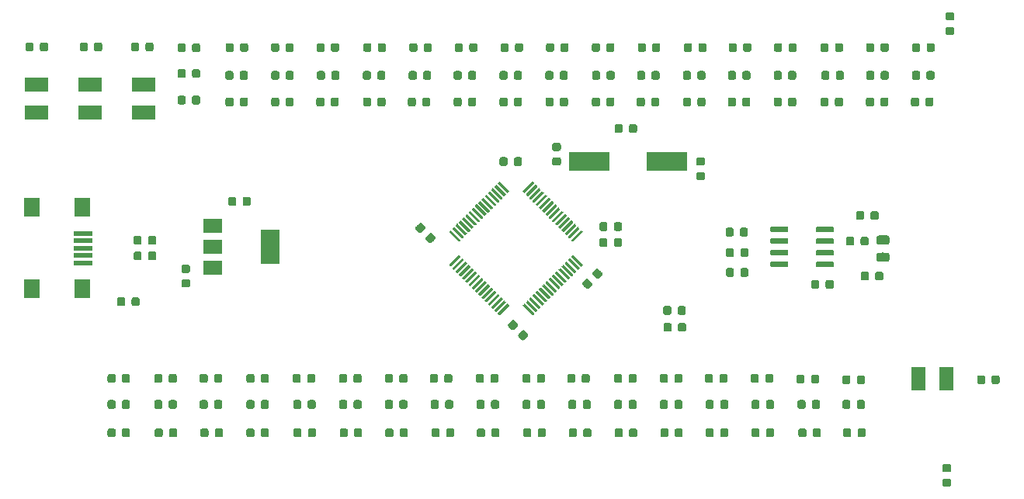
<source format=gbr>
G04 #@! TF.GenerationSoftware,KiCad,Pcbnew,(5.1.4)-1*
G04 #@! TF.CreationDate,2020-03-11T19:41:45+01:00*
G04 #@! TF.ProjectId,Jopen,4a6f7065-6e2e-46b6-9963-61645f706362,rev?*
G04 #@! TF.SameCoordinates,Original*
G04 #@! TF.FileFunction,Paste,Bot*
G04 #@! TF.FilePolarity,Positive*
%FSLAX46Y46*%
G04 Gerber Fmt 4.6, Leading zero omitted, Abs format (unit mm)*
G04 Created by KiCad (PCBNEW (5.1.4)-1) date 2020-03-11 19:41:45*
%MOMM*%
%LPD*%
G04 APERTURE LIST*
%ADD10C,0.100000*%
%ADD11C,0.875000*%
%ADD12R,2.600000X1.500000*%
%ADD13R,1.500000X2.600000*%
%ADD14R,1.700000X2.000000*%
%ADD15R,2.000000X0.500000*%
%ADD16R,2.000000X1.500000*%
%ADD17R,2.000000X3.800000*%
%ADD18C,0.300000*%
%ADD19R,4.500000X2.000000*%
%ADD20C,0.600000*%
%ADD21C,0.975000*%
G04 APERTURE END LIST*
D10*
G36*
X191627691Y-115626053D02*
G01*
X191648926Y-115629203D01*
X191669750Y-115634419D01*
X191689962Y-115641651D01*
X191709368Y-115650830D01*
X191727781Y-115661866D01*
X191745024Y-115674654D01*
X191760930Y-115689070D01*
X191775346Y-115704976D01*
X191788134Y-115722219D01*
X191799170Y-115740632D01*
X191808349Y-115760038D01*
X191815581Y-115780250D01*
X191820797Y-115801074D01*
X191823947Y-115822309D01*
X191825000Y-115843750D01*
X191825000Y-116281250D01*
X191823947Y-116302691D01*
X191820797Y-116323926D01*
X191815581Y-116344750D01*
X191808349Y-116364962D01*
X191799170Y-116384368D01*
X191788134Y-116402781D01*
X191775346Y-116420024D01*
X191760930Y-116435930D01*
X191745024Y-116450346D01*
X191727781Y-116463134D01*
X191709368Y-116474170D01*
X191689962Y-116483349D01*
X191669750Y-116490581D01*
X191648926Y-116495797D01*
X191627691Y-116498947D01*
X191606250Y-116500000D01*
X191093750Y-116500000D01*
X191072309Y-116498947D01*
X191051074Y-116495797D01*
X191030250Y-116490581D01*
X191010038Y-116483349D01*
X190990632Y-116474170D01*
X190972219Y-116463134D01*
X190954976Y-116450346D01*
X190939070Y-116435930D01*
X190924654Y-116420024D01*
X190911866Y-116402781D01*
X190900830Y-116384368D01*
X190891651Y-116364962D01*
X190884419Y-116344750D01*
X190879203Y-116323926D01*
X190876053Y-116302691D01*
X190875000Y-116281250D01*
X190875000Y-115843750D01*
X190876053Y-115822309D01*
X190879203Y-115801074D01*
X190884419Y-115780250D01*
X190891651Y-115760038D01*
X190900830Y-115740632D01*
X190911866Y-115722219D01*
X190924654Y-115704976D01*
X190939070Y-115689070D01*
X190954976Y-115674654D01*
X190972219Y-115661866D01*
X190990632Y-115650830D01*
X191010038Y-115641651D01*
X191030250Y-115634419D01*
X191051074Y-115629203D01*
X191072309Y-115626053D01*
X191093750Y-115625000D01*
X191606250Y-115625000D01*
X191627691Y-115626053D01*
X191627691Y-115626053D01*
G37*
D11*
X191350000Y-116062500D03*
D10*
G36*
X191627691Y-117201053D02*
G01*
X191648926Y-117204203D01*
X191669750Y-117209419D01*
X191689962Y-117216651D01*
X191709368Y-117225830D01*
X191727781Y-117236866D01*
X191745024Y-117249654D01*
X191760930Y-117264070D01*
X191775346Y-117279976D01*
X191788134Y-117297219D01*
X191799170Y-117315632D01*
X191808349Y-117335038D01*
X191815581Y-117355250D01*
X191820797Y-117376074D01*
X191823947Y-117397309D01*
X191825000Y-117418750D01*
X191825000Y-117856250D01*
X191823947Y-117877691D01*
X191820797Y-117898926D01*
X191815581Y-117919750D01*
X191808349Y-117939962D01*
X191799170Y-117959368D01*
X191788134Y-117977781D01*
X191775346Y-117995024D01*
X191760930Y-118010930D01*
X191745024Y-118025346D01*
X191727781Y-118038134D01*
X191709368Y-118049170D01*
X191689962Y-118058349D01*
X191669750Y-118065581D01*
X191648926Y-118070797D01*
X191627691Y-118073947D01*
X191606250Y-118075000D01*
X191093750Y-118075000D01*
X191072309Y-118073947D01*
X191051074Y-118070797D01*
X191030250Y-118065581D01*
X191010038Y-118058349D01*
X190990632Y-118049170D01*
X190972219Y-118038134D01*
X190954976Y-118025346D01*
X190939070Y-118010930D01*
X190924654Y-117995024D01*
X190911866Y-117977781D01*
X190900830Y-117959368D01*
X190891651Y-117939962D01*
X190884419Y-117919750D01*
X190879203Y-117898926D01*
X190876053Y-117877691D01*
X190875000Y-117856250D01*
X190875000Y-117418750D01*
X190876053Y-117397309D01*
X190879203Y-117376074D01*
X190884419Y-117355250D01*
X190891651Y-117335038D01*
X190900830Y-117315632D01*
X190911866Y-117297219D01*
X190924654Y-117279976D01*
X190939070Y-117264070D01*
X190954976Y-117249654D01*
X190972219Y-117236866D01*
X190990632Y-117225830D01*
X191010038Y-117216651D01*
X191030250Y-117209419D01*
X191051074Y-117204203D01*
X191072309Y-117201053D01*
X191093750Y-117200000D01*
X191606250Y-117200000D01*
X191627691Y-117201053D01*
X191627691Y-117201053D01*
G37*
D11*
X191350000Y-117637500D03*
D10*
G36*
X191977691Y-66338553D02*
G01*
X191998926Y-66341703D01*
X192019750Y-66346919D01*
X192039962Y-66354151D01*
X192059368Y-66363330D01*
X192077781Y-66374366D01*
X192095024Y-66387154D01*
X192110930Y-66401570D01*
X192125346Y-66417476D01*
X192138134Y-66434719D01*
X192149170Y-66453132D01*
X192158349Y-66472538D01*
X192165581Y-66492750D01*
X192170797Y-66513574D01*
X192173947Y-66534809D01*
X192175000Y-66556250D01*
X192175000Y-66993750D01*
X192173947Y-67015191D01*
X192170797Y-67036426D01*
X192165581Y-67057250D01*
X192158349Y-67077462D01*
X192149170Y-67096868D01*
X192138134Y-67115281D01*
X192125346Y-67132524D01*
X192110930Y-67148430D01*
X192095024Y-67162846D01*
X192077781Y-67175634D01*
X192059368Y-67186670D01*
X192039962Y-67195849D01*
X192019750Y-67203081D01*
X191998926Y-67208297D01*
X191977691Y-67211447D01*
X191956250Y-67212500D01*
X191443750Y-67212500D01*
X191422309Y-67211447D01*
X191401074Y-67208297D01*
X191380250Y-67203081D01*
X191360038Y-67195849D01*
X191340632Y-67186670D01*
X191322219Y-67175634D01*
X191304976Y-67162846D01*
X191289070Y-67148430D01*
X191274654Y-67132524D01*
X191261866Y-67115281D01*
X191250830Y-67096868D01*
X191241651Y-67077462D01*
X191234419Y-67057250D01*
X191229203Y-67036426D01*
X191226053Y-67015191D01*
X191225000Y-66993750D01*
X191225000Y-66556250D01*
X191226053Y-66534809D01*
X191229203Y-66513574D01*
X191234419Y-66492750D01*
X191241651Y-66472538D01*
X191250830Y-66453132D01*
X191261866Y-66434719D01*
X191274654Y-66417476D01*
X191289070Y-66401570D01*
X191304976Y-66387154D01*
X191322219Y-66374366D01*
X191340632Y-66363330D01*
X191360038Y-66354151D01*
X191380250Y-66346919D01*
X191401074Y-66341703D01*
X191422309Y-66338553D01*
X191443750Y-66337500D01*
X191956250Y-66337500D01*
X191977691Y-66338553D01*
X191977691Y-66338553D01*
G37*
D11*
X191700000Y-66775000D03*
D10*
G36*
X191977691Y-67913553D02*
G01*
X191998926Y-67916703D01*
X192019750Y-67921919D01*
X192039962Y-67929151D01*
X192059368Y-67938330D01*
X192077781Y-67949366D01*
X192095024Y-67962154D01*
X192110930Y-67976570D01*
X192125346Y-67992476D01*
X192138134Y-68009719D01*
X192149170Y-68028132D01*
X192158349Y-68047538D01*
X192165581Y-68067750D01*
X192170797Y-68088574D01*
X192173947Y-68109809D01*
X192175000Y-68131250D01*
X192175000Y-68568750D01*
X192173947Y-68590191D01*
X192170797Y-68611426D01*
X192165581Y-68632250D01*
X192158349Y-68652462D01*
X192149170Y-68671868D01*
X192138134Y-68690281D01*
X192125346Y-68707524D01*
X192110930Y-68723430D01*
X192095024Y-68737846D01*
X192077781Y-68750634D01*
X192059368Y-68761670D01*
X192039962Y-68770849D01*
X192019750Y-68778081D01*
X191998926Y-68783297D01*
X191977691Y-68786447D01*
X191956250Y-68787500D01*
X191443750Y-68787500D01*
X191422309Y-68786447D01*
X191401074Y-68783297D01*
X191380250Y-68778081D01*
X191360038Y-68770849D01*
X191340632Y-68761670D01*
X191322219Y-68750634D01*
X191304976Y-68737846D01*
X191289070Y-68723430D01*
X191274654Y-68707524D01*
X191261866Y-68690281D01*
X191250830Y-68671868D01*
X191241651Y-68652462D01*
X191234419Y-68632250D01*
X191229203Y-68611426D01*
X191226053Y-68590191D01*
X191225000Y-68568750D01*
X191225000Y-68131250D01*
X191226053Y-68109809D01*
X191229203Y-68088574D01*
X191234419Y-68067750D01*
X191241651Y-68047538D01*
X191250830Y-68028132D01*
X191261866Y-68009719D01*
X191274654Y-67992476D01*
X191289070Y-67976570D01*
X191304976Y-67962154D01*
X191322219Y-67949366D01*
X191340632Y-67938330D01*
X191360038Y-67929151D01*
X191380250Y-67921919D01*
X191401074Y-67916703D01*
X191422309Y-67913553D01*
X191443750Y-67912500D01*
X191956250Y-67912500D01*
X191977691Y-67913553D01*
X191977691Y-67913553D01*
G37*
D11*
X191700000Y-68350000D03*
D12*
X97950000Y-74250000D03*
X97950000Y-77250000D03*
X92100000Y-74250000D03*
X92100000Y-77250000D03*
X103750000Y-74250000D03*
X103750000Y-77250000D03*
D13*
X191300000Y-106300000D03*
X188300000Y-106300000D03*
D10*
G36*
X157377691Y-78526053D02*
G01*
X157398926Y-78529203D01*
X157419750Y-78534419D01*
X157439962Y-78541651D01*
X157459368Y-78550830D01*
X157477781Y-78561866D01*
X157495024Y-78574654D01*
X157510930Y-78589070D01*
X157525346Y-78604976D01*
X157538134Y-78622219D01*
X157549170Y-78640632D01*
X157558349Y-78660038D01*
X157565581Y-78680250D01*
X157570797Y-78701074D01*
X157573947Y-78722309D01*
X157575000Y-78743750D01*
X157575000Y-79256250D01*
X157573947Y-79277691D01*
X157570797Y-79298926D01*
X157565581Y-79319750D01*
X157558349Y-79339962D01*
X157549170Y-79359368D01*
X157538134Y-79377781D01*
X157525346Y-79395024D01*
X157510930Y-79410930D01*
X157495024Y-79425346D01*
X157477781Y-79438134D01*
X157459368Y-79449170D01*
X157439962Y-79458349D01*
X157419750Y-79465581D01*
X157398926Y-79470797D01*
X157377691Y-79473947D01*
X157356250Y-79475000D01*
X156918750Y-79475000D01*
X156897309Y-79473947D01*
X156876074Y-79470797D01*
X156855250Y-79465581D01*
X156835038Y-79458349D01*
X156815632Y-79449170D01*
X156797219Y-79438134D01*
X156779976Y-79425346D01*
X156764070Y-79410930D01*
X156749654Y-79395024D01*
X156736866Y-79377781D01*
X156725830Y-79359368D01*
X156716651Y-79339962D01*
X156709419Y-79319750D01*
X156704203Y-79298926D01*
X156701053Y-79277691D01*
X156700000Y-79256250D01*
X156700000Y-78743750D01*
X156701053Y-78722309D01*
X156704203Y-78701074D01*
X156709419Y-78680250D01*
X156716651Y-78660038D01*
X156725830Y-78640632D01*
X156736866Y-78622219D01*
X156749654Y-78604976D01*
X156764070Y-78589070D01*
X156779976Y-78574654D01*
X156797219Y-78561866D01*
X156815632Y-78550830D01*
X156835038Y-78541651D01*
X156855250Y-78534419D01*
X156876074Y-78529203D01*
X156897309Y-78526053D01*
X156918750Y-78525000D01*
X157356250Y-78525000D01*
X157377691Y-78526053D01*
X157377691Y-78526053D01*
G37*
D11*
X157137500Y-79000000D03*
D10*
G36*
X155802691Y-78526053D02*
G01*
X155823926Y-78529203D01*
X155844750Y-78534419D01*
X155864962Y-78541651D01*
X155884368Y-78550830D01*
X155902781Y-78561866D01*
X155920024Y-78574654D01*
X155935930Y-78589070D01*
X155950346Y-78604976D01*
X155963134Y-78622219D01*
X155974170Y-78640632D01*
X155983349Y-78660038D01*
X155990581Y-78680250D01*
X155995797Y-78701074D01*
X155998947Y-78722309D01*
X156000000Y-78743750D01*
X156000000Y-79256250D01*
X155998947Y-79277691D01*
X155995797Y-79298926D01*
X155990581Y-79319750D01*
X155983349Y-79339962D01*
X155974170Y-79359368D01*
X155963134Y-79377781D01*
X155950346Y-79395024D01*
X155935930Y-79410930D01*
X155920024Y-79425346D01*
X155902781Y-79438134D01*
X155884368Y-79449170D01*
X155864962Y-79458349D01*
X155844750Y-79465581D01*
X155823926Y-79470797D01*
X155802691Y-79473947D01*
X155781250Y-79475000D01*
X155343750Y-79475000D01*
X155322309Y-79473947D01*
X155301074Y-79470797D01*
X155280250Y-79465581D01*
X155260038Y-79458349D01*
X155240632Y-79449170D01*
X155222219Y-79438134D01*
X155204976Y-79425346D01*
X155189070Y-79410930D01*
X155174654Y-79395024D01*
X155161866Y-79377781D01*
X155150830Y-79359368D01*
X155141651Y-79339962D01*
X155134419Y-79319750D01*
X155129203Y-79298926D01*
X155126053Y-79277691D01*
X155125000Y-79256250D01*
X155125000Y-78743750D01*
X155126053Y-78722309D01*
X155129203Y-78701074D01*
X155134419Y-78680250D01*
X155141651Y-78660038D01*
X155150830Y-78640632D01*
X155161866Y-78622219D01*
X155174654Y-78604976D01*
X155189070Y-78589070D01*
X155204976Y-78574654D01*
X155222219Y-78561866D01*
X155240632Y-78550830D01*
X155260038Y-78541651D01*
X155280250Y-78534419D01*
X155301074Y-78529203D01*
X155322309Y-78526053D01*
X155343750Y-78525000D01*
X155781250Y-78525000D01*
X155802691Y-78526053D01*
X155802691Y-78526053D01*
G37*
D11*
X155562500Y-79000000D03*
D10*
G36*
X108152691Y-75426053D02*
G01*
X108173926Y-75429203D01*
X108194750Y-75434419D01*
X108214962Y-75441651D01*
X108234368Y-75450830D01*
X108252781Y-75461866D01*
X108270024Y-75474654D01*
X108285930Y-75489070D01*
X108300346Y-75504976D01*
X108313134Y-75522219D01*
X108324170Y-75540632D01*
X108333349Y-75560038D01*
X108340581Y-75580250D01*
X108345797Y-75601074D01*
X108348947Y-75622309D01*
X108350000Y-75643750D01*
X108350000Y-76156250D01*
X108348947Y-76177691D01*
X108345797Y-76198926D01*
X108340581Y-76219750D01*
X108333349Y-76239962D01*
X108324170Y-76259368D01*
X108313134Y-76277781D01*
X108300346Y-76295024D01*
X108285930Y-76310930D01*
X108270024Y-76325346D01*
X108252781Y-76338134D01*
X108234368Y-76349170D01*
X108214962Y-76358349D01*
X108194750Y-76365581D01*
X108173926Y-76370797D01*
X108152691Y-76373947D01*
X108131250Y-76375000D01*
X107693750Y-76375000D01*
X107672309Y-76373947D01*
X107651074Y-76370797D01*
X107630250Y-76365581D01*
X107610038Y-76358349D01*
X107590632Y-76349170D01*
X107572219Y-76338134D01*
X107554976Y-76325346D01*
X107539070Y-76310930D01*
X107524654Y-76295024D01*
X107511866Y-76277781D01*
X107500830Y-76259368D01*
X107491651Y-76239962D01*
X107484419Y-76219750D01*
X107479203Y-76198926D01*
X107476053Y-76177691D01*
X107475000Y-76156250D01*
X107475000Y-75643750D01*
X107476053Y-75622309D01*
X107479203Y-75601074D01*
X107484419Y-75580250D01*
X107491651Y-75560038D01*
X107500830Y-75540632D01*
X107511866Y-75522219D01*
X107524654Y-75504976D01*
X107539070Y-75489070D01*
X107554976Y-75474654D01*
X107572219Y-75461866D01*
X107590632Y-75450830D01*
X107610038Y-75441651D01*
X107630250Y-75434419D01*
X107651074Y-75429203D01*
X107672309Y-75426053D01*
X107693750Y-75425000D01*
X108131250Y-75425000D01*
X108152691Y-75426053D01*
X108152691Y-75426053D01*
G37*
D11*
X107912500Y-75900000D03*
D10*
G36*
X109727691Y-75426053D02*
G01*
X109748926Y-75429203D01*
X109769750Y-75434419D01*
X109789962Y-75441651D01*
X109809368Y-75450830D01*
X109827781Y-75461866D01*
X109845024Y-75474654D01*
X109860930Y-75489070D01*
X109875346Y-75504976D01*
X109888134Y-75522219D01*
X109899170Y-75540632D01*
X109908349Y-75560038D01*
X109915581Y-75580250D01*
X109920797Y-75601074D01*
X109923947Y-75622309D01*
X109925000Y-75643750D01*
X109925000Y-76156250D01*
X109923947Y-76177691D01*
X109920797Y-76198926D01*
X109915581Y-76219750D01*
X109908349Y-76239962D01*
X109899170Y-76259368D01*
X109888134Y-76277781D01*
X109875346Y-76295024D01*
X109860930Y-76310930D01*
X109845024Y-76325346D01*
X109827781Y-76338134D01*
X109809368Y-76349170D01*
X109789962Y-76358349D01*
X109769750Y-76365581D01*
X109748926Y-76370797D01*
X109727691Y-76373947D01*
X109706250Y-76375000D01*
X109268750Y-76375000D01*
X109247309Y-76373947D01*
X109226074Y-76370797D01*
X109205250Y-76365581D01*
X109185038Y-76358349D01*
X109165632Y-76349170D01*
X109147219Y-76338134D01*
X109129976Y-76325346D01*
X109114070Y-76310930D01*
X109099654Y-76295024D01*
X109086866Y-76277781D01*
X109075830Y-76259368D01*
X109066651Y-76239962D01*
X109059419Y-76219750D01*
X109054203Y-76198926D01*
X109051053Y-76177691D01*
X109050000Y-76156250D01*
X109050000Y-75643750D01*
X109051053Y-75622309D01*
X109054203Y-75601074D01*
X109059419Y-75580250D01*
X109066651Y-75560038D01*
X109075830Y-75540632D01*
X109086866Y-75522219D01*
X109099654Y-75504976D01*
X109114070Y-75489070D01*
X109129976Y-75474654D01*
X109147219Y-75461866D01*
X109165632Y-75450830D01*
X109185038Y-75441651D01*
X109205250Y-75434419D01*
X109226074Y-75429203D01*
X109247309Y-75426053D01*
X109268750Y-75425000D01*
X109706250Y-75425000D01*
X109727691Y-75426053D01*
X109727691Y-75426053D01*
G37*
D11*
X109487500Y-75900000D03*
D10*
G36*
X109727691Y-69726053D02*
G01*
X109748926Y-69729203D01*
X109769750Y-69734419D01*
X109789962Y-69741651D01*
X109809368Y-69750830D01*
X109827781Y-69761866D01*
X109845024Y-69774654D01*
X109860930Y-69789070D01*
X109875346Y-69804976D01*
X109888134Y-69822219D01*
X109899170Y-69840632D01*
X109908349Y-69860038D01*
X109915581Y-69880250D01*
X109920797Y-69901074D01*
X109923947Y-69922309D01*
X109925000Y-69943750D01*
X109925000Y-70456250D01*
X109923947Y-70477691D01*
X109920797Y-70498926D01*
X109915581Y-70519750D01*
X109908349Y-70539962D01*
X109899170Y-70559368D01*
X109888134Y-70577781D01*
X109875346Y-70595024D01*
X109860930Y-70610930D01*
X109845024Y-70625346D01*
X109827781Y-70638134D01*
X109809368Y-70649170D01*
X109789962Y-70658349D01*
X109769750Y-70665581D01*
X109748926Y-70670797D01*
X109727691Y-70673947D01*
X109706250Y-70675000D01*
X109268750Y-70675000D01*
X109247309Y-70673947D01*
X109226074Y-70670797D01*
X109205250Y-70665581D01*
X109185038Y-70658349D01*
X109165632Y-70649170D01*
X109147219Y-70638134D01*
X109129976Y-70625346D01*
X109114070Y-70610930D01*
X109099654Y-70595024D01*
X109086866Y-70577781D01*
X109075830Y-70559368D01*
X109066651Y-70539962D01*
X109059419Y-70519750D01*
X109054203Y-70498926D01*
X109051053Y-70477691D01*
X109050000Y-70456250D01*
X109050000Y-69943750D01*
X109051053Y-69922309D01*
X109054203Y-69901074D01*
X109059419Y-69880250D01*
X109066651Y-69860038D01*
X109075830Y-69840632D01*
X109086866Y-69822219D01*
X109099654Y-69804976D01*
X109114070Y-69789070D01*
X109129976Y-69774654D01*
X109147219Y-69761866D01*
X109165632Y-69750830D01*
X109185038Y-69741651D01*
X109205250Y-69734419D01*
X109226074Y-69729203D01*
X109247309Y-69726053D01*
X109268750Y-69725000D01*
X109706250Y-69725000D01*
X109727691Y-69726053D01*
X109727691Y-69726053D01*
G37*
D11*
X109487500Y-70200000D03*
D10*
G36*
X108152691Y-69726053D02*
G01*
X108173926Y-69729203D01*
X108194750Y-69734419D01*
X108214962Y-69741651D01*
X108234368Y-69750830D01*
X108252781Y-69761866D01*
X108270024Y-69774654D01*
X108285930Y-69789070D01*
X108300346Y-69804976D01*
X108313134Y-69822219D01*
X108324170Y-69840632D01*
X108333349Y-69860038D01*
X108340581Y-69880250D01*
X108345797Y-69901074D01*
X108348947Y-69922309D01*
X108350000Y-69943750D01*
X108350000Y-70456250D01*
X108348947Y-70477691D01*
X108345797Y-70498926D01*
X108340581Y-70519750D01*
X108333349Y-70539962D01*
X108324170Y-70559368D01*
X108313134Y-70577781D01*
X108300346Y-70595024D01*
X108285930Y-70610930D01*
X108270024Y-70625346D01*
X108252781Y-70638134D01*
X108234368Y-70649170D01*
X108214962Y-70658349D01*
X108194750Y-70665581D01*
X108173926Y-70670797D01*
X108152691Y-70673947D01*
X108131250Y-70675000D01*
X107693750Y-70675000D01*
X107672309Y-70673947D01*
X107651074Y-70670797D01*
X107630250Y-70665581D01*
X107610038Y-70658349D01*
X107590632Y-70649170D01*
X107572219Y-70638134D01*
X107554976Y-70625346D01*
X107539070Y-70610930D01*
X107524654Y-70595024D01*
X107511866Y-70577781D01*
X107500830Y-70559368D01*
X107491651Y-70539962D01*
X107484419Y-70519750D01*
X107479203Y-70498926D01*
X107476053Y-70477691D01*
X107475000Y-70456250D01*
X107475000Y-69943750D01*
X107476053Y-69922309D01*
X107479203Y-69901074D01*
X107484419Y-69880250D01*
X107491651Y-69860038D01*
X107500830Y-69840632D01*
X107511866Y-69822219D01*
X107524654Y-69804976D01*
X107539070Y-69789070D01*
X107554976Y-69774654D01*
X107572219Y-69761866D01*
X107590632Y-69750830D01*
X107610038Y-69741651D01*
X107630250Y-69734419D01*
X107651074Y-69729203D01*
X107672309Y-69726053D01*
X107693750Y-69725000D01*
X108131250Y-69725000D01*
X108152691Y-69726053D01*
X108152691Y-69726053D01*
G37*
D11*
X107912500Y-70200000D03*
D10*
G36*
X108152691Y-72526053D02*
G01*
X108173926Y-72529203D01*
X108194750Y-72534419D01*
X108214962Y-72541651D01*
X108234368Y-72550830D01*
X108252781Y-72561866D01*
X108270024Y-72574654D01*
X108285930Y-72589070D01*
X108300346Y-72604976D01*
X108313134Y-72622219D01*
X108324170Y-72640632D01*
X108333349Y-72660038D01*
X108340581Y-72680250D01*
X108345797Y-72701074D01*
X108348947Y-72722309D01*
X108350000Y-72743750D01*
X108350000Y-73256250D01*
X108348947Y-73277691D01*
X108345797Y-73298926D01*
X108340581Y-73319750D01*
X108333349Y-73339962D01*
X108324170Y-73359368D01*
X108313134Y-73377781D01*
X108300346Y-73395024D01*
X108285930Y-73410930D01*
X108270024Y-73425346D01*
X108252781Y-73438134D01*
X108234368Y-73449170D01*
X108214962Y-73458349D01*
X108194750Y-73465581D01*
X108173926Y-73470797D01*
X108152691Y-73473947D01*
X108131250Y-73475000D01*
X107693750Y-73475000D01*
X107672309Y-73473947D01*
X107651074Y-73470797D01*
X107630250Y-73465581D01*
X107610038Y-73458349D01*
X107590632Y-73449170D01*
X107572219Y-73438134D01*
X107554976Y-73425346D01*
X107539070Y-73410930D01*
X107524654Y-73395024D01*
X107511866Y-73377781D01*
X107500830Y-73359368D01*
X107491651Y-73339962D01*
X107484419Y-73319750D01*
X107479203Y-73298926D01*
X107476053Y-73277691D01*
X107475000Y-73256250D01*
X107475000Y-72743750D01*
X107476053Y-72722309D01*
X107479203Y-72701074D01*
X107484419Y-72680250D01*
X107491651Y-72660038D01*
X107500830Y-72640632D01*
X107511866Y-72622219D01*
X107524654Y-72604976D01*
X107539070Y-72589070D01*
X107554976Y-72574654D01*
X107572219Y-72561866D01*
X107590632Y-72550830D01*
X107610038Y-72541651D01*
X107630250Y-72534419D01*
X107651074Y-72529203D01*
X107672309Y-72526053D01*
X107693750Y-72525000D01*
X108131250Y-72525000D01*
X108152691Y-72526053D01*
X108152691Y-72526053D01*
G37*
D11*
X107912500Y-73000000D03*
D10*
G36*
X109727691Y-72526053D02*
G01*
X109748926Y-72529203D01*
X109769750Y-72534419D01*
X109789962Y-72541651D01*
X109809368Y-72550830D01*
X109827781Y-72561866D01*
X109845024Y-72574654D01*
X109860930Y-72589070D01*
X109875346Y-72604976D01*
X109888134Y-72622219D01*
X109899170Y-72640632D01*
X109908349Y-72660038D01*
X109915581Y-72680250D01*
X109920797Y-72701074D01*
X109923947Y-72722309D01*
X109925000Y-72743750D01*
X109925000Y-73256250D01*
X109923947Y-73277691D01*
X109920797Y-73298926D01*
X109915581Y-73319750D01*
X109908349Y-73339962D01*
X109899170Y-73359368D01*
X109888134Y-73377781D01*
X109875346Y-73395024D01*
X109860930Y-73410930D01*
X109845024Y-73425346D01*
X109827781Y-73438134D01*
X109809368Y-73449170D01*
X109789962Y-73458349D01*
X109769750Y-73465581D01*
X109748926Y-73470797D01*
X109727691Y-73473947D01*
X109706250Y-73475000D01*
X109268750Y-73475000D01*
X109247309Y-73473947D01*
X109226074Y-73470797D01*
X109205250Y-73465581D01*
X109185038Y-73458349D01*
X109165632Y-73449170D01*
X109147219Y-73438134D01*
X109129976Y-73425346D01*
X109114070Y-73410930D01*
X109099654Y-73395024D01*
X109086866Y-73377781D01*
X109075830Y-73359368D01*
X109066651Y-73339962D01*
X109059419Y-73319750D01*
X109054203Y-73298926D01*
X109051053Y-73277691D01*
X109050000Y-73256250D01*
X109050000Y-72743750D01*
X109051053Y-72722309D01*
X109054203Y-72701074D01*
X109059419Y-72680250D01*
X109066651Y-72660038D01*
X109075830Y-72640632D01*
X109086866Y-72622219D01*
X109099654Y-72604976D01*
X109114070Y-72589070D01*
X109129976Y-72574654D01*
X109147219Y-72561866D01*
X109165632Y-72550830D01*
X109185038Y-72541651D01*
X109205250Y-72534419D01*
X109226074Y-72529203D01*
X109247309Y-72526053D01*
X109268750Y-72525000D01*
X109706250Y-72525000D01*
X109727691Y-72526053D01*
X109727691Y-72526053D01*
G37*
D11*
X109487500Y-73000000D03*
D10*
G36*
X155727691Y-90976053D02*
G01*
X155748926Y-90979203D01*
X155769750Y-90984419D01*
X155789962Y-90991651D01*
X155809368Y-91000830D01*
X155827781Y-91011866D01*
X155845024Y-91024654D01*
X155860930Y-91039070D01*
X155875346Y-91054976D01*
X155888134Y-91072219D01*
X155899170Y-91090632D01*
X155908349Y-91110038D01*
X155915581Y-91130250D01*
X155920797Y-91151074D01*
X155923947Y-91172309D01*
X155925000Y-91193750D01*
X155925000Y-91706250D01*
X155923947Y-91727691D01*
X155920797Y-91748926D01*
X155915581Y-91769750D01*
X155908349Y-91789962D01*
X155899170Y-91809368D01*
X155888134Y-91827781D01*
X155875346Y-91845024D01*
X155860930Y-91860930D01*
X155845024Y-91875346D01*
X155827781Y-91888134D01*
X155809368Y-91899170D01*
X155789962Y-91908349D01*
X155769750Y-91915581D01*
X155748926Y-91920797D01*
X155727691Y-91923947D01*
X155706250Y-91925000D01*
X155268750Y-91925000D01*
X155247309Y-91923947D01*
X155226074Y-91920797D01*
X155205250Y-91915581D01*
X155185038Y-91908349D01*
X155165632Y-91899170D01*
X155147219Y-91888134D01*
X155129976Y-91875346D01*
X155114070Y-91860930D01*
X155099654Y-91845024D01*
X155086866Y-91827781D01*
X155075830Y-91809368D01*
X155066651Y-91789962D01*
X155059419Y-91769750D01*
X155054203Y-91748926D01*
X155051053Y-91727691D01*
X155050000Y-91706250D01*
X155050000Y-91193750D01*
X155051053Y-91172309D01*
X155054203Y-91151074D01*
X155059419Y-91130250D01*
X155066651Y-91110038D01*
X155075830Y-91090632D01*
X155086866Y-91072219D01*
X155099654Y-91054976D01*
X155114070Y-91039070D01*
X155129976Y-91024654D01*
X155147219Y-91011866D01*
X155165632Y-91000830D01*
X155185038Y-90991651D01*
X155205250Y-90984419D01*
X155226074Y-90979203D01*
X155247309Y-90976053D01*
X155268750Y-90975000D01*
X155706250Y-90975000D01*
X155727691Y-90976053D01*
X155727691Y-90976053D01*
G37*
D11*
X155487500Y-91450000D03*
D10*
G36*
X154152691Y-90976053D02*
G01*
X154173926Y-90979203D01*
X154194750Y-90984419D01*
X154214962Y-90991651D01*
X154234368Y-91000830D01*
X154252781Y-91011866D01*
X154270024Y-91024654D01*
X154285930Y-91039070D01*
X154300346Y-91054976D01*
X154313134Y-91072219D01*
X154324170Y-91090632D01*
X154333349Y-91110038D01*
X154340581Y-91130250D01*
X154345797Y-91151074D01*
X154348947Y-91172309D01*
X154350000Y-91193750D01*
X154350000Y-91706250D01*
X154348947Y-91727691D01*
X154345797Y-91748926D01*
X154340581Y-91769750D01*
X154333349Y-91789962D01*
X154324170Y-91809368D01*
X154313134Y-91827781D01*
X154300346Y-91845024D01*
X154285930Y-91860930D01*
X154270024Y-91875346D01*
X154252781Y-91888134D01*
X154234368Y-91899170D01*
X154214962Y-91908349D01*
X154194750Y-91915581D01*
X154173926Y-91920797D01*
X154152691Y-91923947D01*
X154131250Y-91925000D01*
X153693750Y-91925000D01*
X153672309Y-91923947D01*
X153651074Y-91920797D01*
X153630250Y-91915581D01*
X153610038Y-91908349D01*
X153590632Y-91899170D01*
X153572219Y-91888134D01*
X153554976Y-91875346D01*
X153539070Y-91860930D01*
X153524654Y-91845024D01*
X153511866Y-91827781D01*
X153500830Y-91809368D01*
X153491651Y-91789962D01*
X153484419Y-91769750D01*
X153479203Y-91748926D01*
X153476053Y-91727691D01*
X153475000Y-91706250D01*
X153475000Y-91193750D01*
X153476053Y-91172309D01*
X153479203Y-91151074D01*
X153484419Y-91130250D01*
X153491651Y-91110038D01*
X153500830Y-91090632D01*
X153511866Y-91072219D01*
X153524654Y-91054976D01*
X153539070Y-91039070D01*
X153554976Y-91024654D01*
X153572219Y-91011866D01*
X153590632Y-91000830D01*
X153610038Y-90991651D01*
X153630250Y-90984419D01*
X153651074Y-90979203D01*
X153672309Y-90976053D01*
X153693750Y-90975000D01*
X154131250Y-90975000D01*
X154152691Y-90976053D01*
X154152691Y-90976053D01*
G37*
D11*
X153912500Y-91450000D03*
D14*
X91610000Y-87600000D03*
X97060000Y-87600000D03*
X91610000Y-96500000D03*
X97060000Y-96500000D03*
D15*
X97160000Y-90450000D03*
X97160000Y-91250000D03*
X97160000Y-92050000D03*
X97160000Y-92850000D03*
X97160000Y-93650000D03*
D10*
G36*
X153251771Y-94289580D02*
G01*
X153273006Y-94292730D01*
X153293830Y-94297946D01*
X153314042Y-94305178D01*
X153333448Y-94314357D01*
X153351861Y-94325393D01*
X153369104Y-94338181D01*
X153385010Y-94352597D01*
X153747403Y-94714990D01*
X153761819Y-94730896D01*
X153774607Y-94748139D01*
X153785643Y-94766552D01*
X153794822Y-94785958D01*
X153802054Y-94806170D01*
X153807270Y-94826994D01*
X153810420Y-94848229D01*
X153811473Y-94869670D01*
X153810420Y-94891111D01*
X153807270Y-94912346D01*
X153802054Y-94933170D01*
X153794822Y-94953382D01*
X153785643Y-94972788D01*
X153774607Y-94991201D01*
X153761819Y-95008444D01*
X153747403Y-95024350D01*
X153438044Y-95333709D01*
X153422138Y-95348125D01*
X153404895Y-95360913D01*
X153386482Y-95371949D01*
X153367076Y-95381128D01*
X153346864Y-95388360D01*
X153326040Y-95393576D01*
X153304805Y-95396726D01*
X153283364Y-95397779D01*
X153261923Y-95396726D01*
X153240688Y-95393576D01*
X153219864Y-95388360D01*
X153199652Y-95381128D01*
X153180246Y-95371949D01*
X153161833Y-95360913D01*
X153144590Y-95348125D01*
X153128684Y-95333709D01*
X152766291Y-94971316D01*
X152751875Y-94955410D01*
X152739087Y-94938167D01*
X152728051Y-94919754D01*
X152718872Y-94900348D01*
X152711640Y-94880136D01*
X152706424Y-94859312D01*
X152703274Y-94838077D01*
X152702221Y-94816636D01*
X152703274Y-94795195D01*
X152706424Y-94773960D01*
X152711640Y-94753136D01*
X152718872Y-94732924D01*
X152728051Y-94713518D01*
X152739087Y-94695105D01*
X152751875Y-94677862D01*
X152766291Y-94661956D01*
X153075650Y-94352597D01*
X153091556Y-94338181D01*
X153108799Y-94325393D01*
X153127212Y-94314357D01*
X153146618Y-94305178D01*
X153166830Y-94297946D01*
X153187654Y-94292730D01*
X153208889Y-94289580D01*
X153230330Y-94288527D01*
X153251771Y-94289580D01*
X153251771Y-94289580D01*
G37*
D11*
X153256847Y-94843153D03*
D10*
G36*
X152138077Y-95403274D02*
G01*
X152159312Y-95406424D01*
X152180136Y-95411640D01*
X152200348Y-95418872D01*
X152219754Y-95428051D01*
X152238167Y-95439087D01*
X152255410Y-95451875D01*
X152271316Y-95466291D01*
X152633709Y-95828684D01*
X152648125Y-95844590D01*
X152660913Y-95861833D01*
X152671949Y-95880246D01*
X152681128Y-95899652D01*
X152688360Y-95919864D01*
X152693576Y-95940688D01*
X152696726Y-95961923D01*
X152697779Y-95983364D01*
X152696726Y-96004805D01*
X152693576Y-96026040D01*
X152688360Y-96046864D01*
X152681128Y-96067076D01*
X152671949Y-96086482D01*
X152660913Y-96104895D01*
X152648125Y-96122138D01*
X152633709Y-96138044D01*
X152324350Y-96447403D01*
X152308444Y-96461819D01*
X152291201Y-96474607D01*
X152272788Y-96485643D01*
X152253382Y-96494822D01*
X152233170Y-96502054D01*
X152212346Y-96507270D01*
X152191111Y-96510420D01*
X152169670Y-96511473D01*
X152148229Y-96510420D01*
X152126994Y-96507270D01*
X152106170Y-96502054D01*
X152085958Y-96494822D01*
X152066552Y-96485643D01*
X152048139Y-96474607D01*
X152030896Y-96461819D01*
X152014990Y-96447403D01*
X151652597Y-96085010D01*
X151638181Y-96069104D01*
X151625393Y-96051861D01*
X151614357Y-96033448D01*
X151605178Y-96014042D01*
X151597946Y-95993830D01*
X151592730Y-95973006D01*
X151589580Y-95951771D01*
X151588527Y-95930330D01*
X151589580Y-95908889D01*
X151592730Y-95887654D01*
X151597946Y-95866830D01*
X151605178Y-95846618D01*
X151614357Y-95827212D01*
X151625393Y-95808799D01*
X151638181Y-95791556D01*
X151652597Y-95775650D01*
X151961956Y-95466291D01*
X151977862Y-95451875D01*
X151995105Y-95439087D01*
X152013518Y-95428051D01*
X152032924Y-95418872D01*
X152053136Y-95411640D01*
X152073960Y-95406424D01*
X152095195Y-95403274D01*
X152116636Y-95402221D01*
X152138077Y-95403274D01*
X152138077Y-95403274D01*
G37*
D11*
X152143153Y-95956847D03*
D10*
G36*
X182652691Y-94626053D02*
G01*
X182673926Y-94629203D01*
X182694750Y-94634419D01*
X182714962Y-94641651D01*
X182734368Y-94650830D01*
X182752781Y-94661866D01*
X182770024Y-94674654D01*
X182785930Y-94689070D01*
X182800346Y-94704976D01*
X182813134Y-94722219D01*
X182824170Y-94740632D01*
X182833349Y-94760038D01*
X182840581Y-94780250D01*
X182845797Y-94801074D01*
X182848947Y-94822309D01*
X182850000Y-94843750D01*
X182850000Y-95356250D01*
X182848947Y-95377691D01*
X182845797Y-95398926D01*
X182840581Y-95419750D01*
X182833349Y-95439962D01*
X182824170Y-95459368D01*
X182813134Y-95477781D01*
X182800346Y-95495024D01*
X182785930Y-95510930D01*
X182770024Y-95525346D01*
X182752781Y-95538134D01*
X182734368Y-95549170D01*
X182714962Y-95558349D01*
X182694750Y-95565581D01*
X182673926Y-95570797D01*
X182652691Y-95573947D01*
X182631250Y-95575000D01*
X182193750Y-95575000D01*
X182172309Y-95573947D01*
X182151074Y-95570797D01*
X182130250Y-95565581D01*
X182110038Y-95558349D01*
X182090632Y-95549170D01*
X182072219Y-95538134D01*
X182054976Y-95525346D01*
X182039070Y-95510930D01*
X182024654Y-95495024D01*
X182011866Y-95477781D01*
X182000830Y-95459368D01*
X181991651Y-95439962D01*
X181984419Y-95419750D01*
X181979203Y-95398926D01*
X181976053Y-95377691D01*
X181975000Y-95356250D01*
X181975000Y-94843750D01*
X181976053Y-94822309D01*
X181979203Y-94801074D01*
X181984419Y-94780250D01*
X181991651Y-94760038D01*
X182000830Y-94740632D01*
X182011866Y-94722219D01*
X182024654Y-94704976D01*
X182039070Y-94689070D01*
X182054976Y-94674654D01*
X182072219Y-94661866D01*
X182090632Y-94650830D01*
X182110038Y-94641651D01*
X182130250Y-94634419D01*
X182151074Y-94629203D01*
X182172309Y-94626053D01*
X182193750Y-94625000D01*
X182631250Y-94625000D01*
X182652691Y-94626053D01*
X182652691Y-94626053D01*
G37*
D11*
X182412500Y-95100000D03*
D10*
G36*
X184227691Y-94626053D02*
G01*
X184248926Y-94629203D01*
X184269750Y-94634419D01*
X184289962Y-94641651D01*
X184309368Y-94650830D01*
X184327781Y-94661866D01*
X184345024Y-94674654D01*
X184360930Y-94689070D01*
X184375346Y-94704976D01*
X184388134Y-94722219D01*
X184399170Y-94740632D01*
X184408349Y-94760038D01*
X184415581Y-94780250D01*
X184420797Y-94801074D01*
X184423947Y-94822309D01*
X184425000Y-94843750D01*
X184425000Y-95356250D01*
X184423947Y-95377691D01*
X184420797Y-95398926D01*
X184415581Y-95419750D01*
X184408349Y-95439962D01*
X184399170Y-95459368D01*
X184388134Y-95477781D01*
X184375346Y-95495024D01*
X184360930Y-95510930D01*
X184345024Y-95525346D01*
X184327781Y-95538134D01*
X184309368Y-95549170D01*
X184289962Y-95558349D01*
X184269750Y-95565581D01*
X184248926Y-95570797D01*
X184227691Y-95573947D01*
X184206250Y-95575000D01*
X183768750Y-95575000D01*
X183747309Y-95573947D01*
X183726074Y-95570797D01*
X183705250Y-95565581D01*
X183685038Y-95558349D01*
X183665632Y-95549170D01*
X183647219Y-95538134D01*
X183629976Y-95525346D01*
X183614070Y-95510930D01*
X183599654Y-95495024D01*
X183586866Y-95477781D01*
X183575830Y-95459368D01*
X183566651Y-95439962D01*
X183559419Y-95419750D01*
X183554203Y-95398926D01*
X183551053Y-95377691D01*
X183550000Y-95356250D01*
X183550000Y-94843750D01*
X183551053Y-94822309D01*
X183554203Y-94801074D01*
X183559419Y-94780250D01*
X183566651Y-94760038D01*
X183575830Y-94740632D01*
X183586866Y-94722219D01*
X183599654Y-94704976D01*
X183614070Y-94689070D01*
X183629976Y-94674654D01*
X183647219Y-94661866D01*
X183665632Y-94650830D01*
X183685038Y-94641651D01*
X183705250Y-94634419D01*
X183726074Y-94629203D01*
X183747309Y-94626053D01*
X183768750Y-94625000D01*
X184206250Y-94625000D01*
X184227691Y-94626053D01*
X184227691Y-94626053D01*
G37*
D11*
X183987500Y-95100000D03*
D10*
G36*
X104927691Y-90726053D02*
G01*
X104948926Y-90729203D01*
X104969750Y-90734419D01*
X104989962Y-90741651D01*
X105009368Y-90750830D01*
X105027781Y-90761866D01*
X105045024Y-90774654D01*
X105060930Y-90789070D01*
X105075346Y-90804976D01*
X105088134Y-90822219D01*
X105099170Y-90840632D01*
X105108349Y-90860038D01*
X105115581Y-90880250D01*
X105120797Y-90901074D01*
X105123947Y-90922309D01*
X105125000Y-90943750D01*
X105125000Y-91456250D01*
X105123947Y-91477691D01*
X105120797Y-91498926D01*
X105115581Y-91519750D01*
X105108349Y-91539962D01*
X105099170Y-91559368D01*
X105088134Y-91577781D01*
X105075346Y-91595024D01*
X105060930Y-91610930D01*
X105045024Y-91625346D01*
X105027781Y-91638134D01*
X105009368Y-91649170D01*
X104989962Y-91658349D01*
X104969750Y-91665581D01*
X104948926Y-91670797D01*
X104927691Y-91673947D01*
X104906250Y-91675000D01*
X104468750Y-91675000D01*
X104447309Y-91673947D01*
X104426074Y-91670797D01*
X104405250Y-91665581D01*
X104385038Y-91658349D01*
X104365632Y-91649170D01*
X104347219Y-91638134D01*
X104329976Y-91625346D01*
X104314070Y-91610930D01*
X104299654Y-91595024D01*
X104286866Y-91577781D01*
X104275830Y-91559368D01*
X104266651Y-91539962D01*
X104259419Y-91519750D01*
X104254203Y-91498926D01*
X104251053Y-91477691D01*
X104250000Y-91456250D01*
X104250000Y-90943750D01*
X104251053Y-90922309D01*
X104254203Y-90901074D01*
X104259419Y-90880250D01*
X104266651Y-90860038D01*
X104275830Y-90840632D01*
X104286866Y-90822219D01*
X104299654Y-90804976D01*
X104314070Y-90789070D01*
X104329976Y-90774654D01*
X104347219Y-90761866D01*
X104365632Y-90750830D01*
X104385038Y-90741651D01*
X104405250Y-90734419D01*
X104426074Y-90729203D01*
X104447309Y-90726053D01*
X104468750Y-90725000D01*
X104906250Y-90725000D01*
X104927691Y-90726053D01*
X104927691Y-90726053D01*
G37*
D11*
X104687500Y-91200000D03*
D10*
G36*
X103352691Y-90726053D02*
G01*
X103373926Y-90729203D01*
X103394750Y-90734419D01*
X103414962Y-90741651D01*
X103434368Y-90750830D01*
X103452781Y-90761866D01*
X103470024Y-90774654D01*
X103485930Y-90789070D01*
X103500346Y-90804976D01*
X103513134Y-90822219D01*
X103524170Y-90840632D01*
X103533349Y-90860038D01*
X103540581Y-90880250D01*
X103545797Y-90901074D01*
X103548947Y-90922309D01*
X103550000Y-90943750D01*
X103550000Y-91456250D01*
X103548947Y-91477691D01*
X103545797Y-91498926D01*
X103540581Y-91519750D01*
X103533349Y-91539962D01*
X103524170Y-91559368D01*
X103513134Y-91577781D01*
X103500346Y-91595024D01*
X103485930Y-91610930D01*
X103470024Y-91625346D01*
X103452781Y-91638134D01*
X103434368Y-91649170D01*
X103414962Y-91658349D01*
X103394750Y-91665581D01*
X103373926Y-91670797D01*
X103352691Y-91673947D01*
X103331250Y-91675000D01*
X102893750Y-91675000D01*
X102872309Y-91673947D01*
X102851074Y-91670797D01*
X102830250Y-91665581D01*
X102810038Y-91658349D01*
X102790632Y-91649170D01*
X102772219Y-91638134D01*
X102754976Y-91625346D01*
X102739070Y-91610930D01*
X102724654Y-91595024D01*
X102711866Y-91577781D01*
X102700830Y-91559368D01*
X102691651Y-91539962D01*
X102684419Y-91519750D01*
X102679203Y-91498926D01*
X102676053Y-91477691D01*
X102675000Y-91456250D01*
X102675000Y-90943750D01*
X102676053Y-90922309D01*
X102679203Y-90901074D01*
X102684419Y-90880250D01*
X102691651Y-90860038D01*
X102700830Y-90840632D01*
X102711866Y-90822219D01*
X102724654Y-90804976D01*
X102739070Y-90789070D01*
X102754976Y-90774654D01*
X102772219Y-90761866D01*
X102790632Y-90750830D01*
X102810038Y-90741651D01*
X102830250Y-90734419D01*
X102851074Y-90729203D01*
X102872309Y-90726053D01*
X102893750Y-90725000D01*
X103331250Y-90725000D01*
X103352691Y-90726053D01*
X103352691Y-90726053D01*
G37*
D11*
X103112500Y-91200000D03*
D10*
G36*
X104927691Y-92426053D02*
G01*
X104948926Y-92429203D01*
X104969750Y-92434419D01*
X104989962Y-92441651D01*
X105009368Y-92450830D01*
X105027781Y-92461866D01*
X105045024Y-92474654D01*
X105060930Y-92489070D01*
X105075346Y-92504976D01*
X105088134Y-92522219D01*
X105099170Y-92540632D01*
X105108349Y-92560038D01*
X105115581Y-92580250D01*
X105120797Y-92601074D01*
X105123947Y-92622309D01*
X105125000Y-92643750D01*
X105125000Y-93156250D01*
X105123947Y-93177691D01*
X105120797Y-93198926D01*
X105115581Y-93219750D01*
X105108349Y-93239962D01*
X105099170Y-93259368D01*
X105088134Y-93277781D01*
X105075346Y-93295024D01*
X105060930Y-93310930D01*
X105045024Y-93325346D01*
X105027781Y-93338134D01*
X105009368Y-93349170D01*
X104989962Y-93358349D01*
X104969750Y-93365581D01*
X104948926Y-93370797D01*
X104927691Y-93373947D01*
X104906250Y-93375000D01*
X104468750Y-93375000D01*
X104447309Y-93373947D01*
X104426074Y-93370797D01*
X104405250Y-93365581D01*
X104385038Y-93358349D01*
X104365632Y-93349170D01*
X104347219Y-93338134D01*
X104329976Y-93325346D01*
X104314070Y-93310930D01*
X104299654Y-93295024D01*
X104286866Y-93277781D01*
X104275830Y-93259368D01*
X104266651Y-93239962D01*
X104259419Y-93219750D01*
X104254203Y-93198926D01*
X104251053Y-93177691D01*
X104250000Y-93156250D01*
X104250000Y-92643750D01*
X104251053Y-92622309D01*
X104254203Y-92601074D01*
X104259419Y-92580250D01*
X104266651Y-92560038D01*
X104275830Y-92540632D01*
X104286866Y-92522219D01*
X104299654Y-92504976D01*
X104314070Y-92489070D01*
X104329976Y-92474654D01*
X104347219Y-92461866D01*
X104365632Y-92450830D01*
X104385038Y-92441651D01*
X104405250Y-92434419D01*
X104426074Y-92429203D01*
X104447309Y-92426053D01*
X104468750Y-92425000D01*
X104906250Y-92425000D01*
X104927691Y-92426053D01*
X104927691Y-92426053D01*
G37*
D11*
X104687500Y-92900000D03*
D10*
G36*
X103352691Y-92426053D02*
G01*
X103373926Y-92429203D01*
X103394750Y-92434419D01*
X103414962Y-92441651D01*
X103434368Y-92450830D01*
X103452781Y-92461866D01*
X103470024Y-92474654D01*
X103485930Y-92489070D01*
X103500346Y-92504976D01*
X103513134Y-92522219D01*
X103524170Y-92540632D01*
X103533349Y-92560038D01*
X103540581Y-92580250D01*
X103545797Y-92601074D01*
X103548947Y-92622309D01*
X103550000Y-92643750D01*
X103550000Y-93156250D01*
X103548947Y-93177691D01*
X103545797Y-93198926D01*
X103540581Y-93219750D01*
X103533349Y-93239962D01*
X103524170Y-93259368D01*
X103513134Y-93277781D01*
X103500346Y-93295024D01*
X103485930Y-93310930D01*
X103470024Y-93325346D01*
X103452781Y-93338134D01*
X103434368Y-93349170D01*
X103414962Y-93358349D01*
X103394750Y-93365581D01*
X103373926Y-93370797D01*
X103352691Y-93373947D01*
X103331250Y-93375000D01*
X102893750Y-93375000D01*
X102872309Y-93373947D01*
X102851074Y-93370797D01*
X102830250Y-93365581D01*
X102810038Y-93358349D01*
X102790632Y-93349170D01*
X102772219Y-93338134D01*
X102754976Y-93325346D01*
X102739070Y-93310930D01*
X102724654Y-93295024D01*
X102711866Y-93277781D01*
X102700830Y-93259368D01*
X102691651Y-93239962D01*
X102684419Y-93219750D01*
X102679203Y-93198926D01*
X102676053Y-93177691D01*
X102675000Y-93156250D01*
X102675000Y-92643750D01*
X102676053Y-92622309D01*
X102679203Y-92601074D01*
X102684419Y-92580250D01*
X102691651Y-92560038D01*
X102700830Y-92540632D01*
X102711866Y-92522219D01*
X102724654Y-92504976D01*
X102739070Y-92489070D01*
X102754976Y-92474654D01*
X102772219Y-92461866D01*
X102790632Y-92450830D01*
X102810038Y-92441651D01*
X102830250Y-92434419D01*
X102851074Y-92429203D01*
X102872309Y-92426053D01*
X102893750Y-92425000D01*
X103331250Y-92425000D01*
X103352691Y-92426053D01*
X103352691Y-92426053D01*
G37*
D11*
X103112500Y-92900000D03*
D10*
G36*
X102077691Y-105786053D02*
G01*
X102098926Y-105789203D01*
X102119750Y-105794419D01*
X102139962Y-105801651D01*
X102159368Y-105810830D01*
X102177781Y-105821866D01*
X102195024Y-105834654D01*
X102210930Y-105849070D01*
X102225346Y-105864976D01*
X102238134Y-105882219D01*
X102249170Y-105900632D01*
X102258349Y-105920038D01*
X102265581Y-105940250D01*
X102270797Y-105961074D01*
X102273947Y-105982309D01*
X102275000Y-106003750D01*
X102275000Y-106516250D01*
X102273947Y-106537691D01*
X102270797Y-106558926D01*
X102265581Y-106579750D01*
X102258349Y-106599962D01*
X102249170Y-106619368D01*
X102238134Y-106637781D01*
X102225346Y-106655024D01*
X102210930Y-106670930D01*
X102195024Y-106685346D01*
X102177781Y-106698134D01*
X102159368Y-106709170D01*
X102139962Y-106718349D01*
X102119750Y-106725581D01*
X102098926Y-106730797D01*
X102077691Y-106733947D01*
X102056250Y-106735000D01*
X101618750Y-106735000D01*
X101597309Y-106733947D01*
X101576074Y-106730797D01*
X101555250Y-106725581D01*
X101535038Y-106718349D01*
X101515632Y-106709170D01*
X101497219Y-106698134D01*
X101479976Y-106685346D01*
X101464070Y-106670930D01*
X101449654Y-106655024D01*
X101436866Y-106637781D01*
X101425830Y-106619368D01*
X101416651Y-106599962D01*
X101409419Y-106579750D01*
X101404203Y-106558926D01*
X101401053Y-106537691D01*
X101400000Y-106516250D01*
X101400000Y-106003750D01*
X101401053Y-105982309D01*
X101404203Y-105961074D01*
X101409419Y-105940250D01*
X101416651Y-105920038D01*
X101425830Y-105900632D01*
X101436866Y-105882219D01*
X101449654Y-105864976D01*
X101464070Y-105849070D01*
X101479976Y-105834654D01*
X101497219Y-105821866D01*
X101515632Y-105810830D01*
X101535038Y-105801651D01*
X101555250Y-105794419D01*
X101576074Y-105789203D01*
X101597309Y-105786053D01*
X101618750Y-105785000D01*
X102056250Y-105785000D01*
X102077691Y-105786053D01*
X102077691Y-105786053D01*
G37*
D11*
X101837500Y-106260000D03*
D10*
G36*
X100502691Y-105786053D02*
G01*
X100523926Y-105789203D01*
X100544750Y-105794419D01*
X100564962Y-105801651D01*
X100584368Y-105810830D01*
X100602781Y-105821866D01*
X100620024Y-105834654D01*
X100635930Y-105849070D01*
X100650346Y-105864976D01*
X100663134Y-105882219D01*
X100674170Y-105900632D01*
X100683349Y-105920038D01*
X100690581Y-105940250D01*
X100695797Y-105961074D01*
X100698947Y-105982309D01*
X100700000Y-106003750D01*
X100700000Y-106516250D01*
X100698947Y-106537691D01*
X100695797Y-106558926D01*
X100690581Y-106579750D01*
X100683349Y-106599962D01*
X100674170Y-106619368D01*
X100663134Y-106637781D01*
X100650346Y-106655024D01*
X100635930Y-106670930D01*
X100620024Y-106685346D01*
X100602781Y-106698134D01*
X100584368Y-106709170D01*
X100564962Y-106718349D01*
X100544750Y-106725581D01*
X100523926Y-106730797D01*
X100502691Y-106733947D01*
X100481250Y-106735000D01*
X100043750Y-106735000D01*
X100022309Y-106733947D01*
X100001074Y-106730797D01*
X99980250Y-106725581D01*
X99960038Y-106718349D01*
X99940632Y-106709170D01*
X99922219Y-106698134D01*
X99904976Y-106685346D01*
X99889070Y-106670930D01*
X99874654Y-106655024D01*
X99861866Y-106637781D01*
X99850830Y-106619368D01*
X99841651Y-106599962D01*
X99834419Y-106579750D01*
X99829203Y-106558926D01*
X99826053Y-106537691D01*
X99825000Y-106516250D01*
X99825000Y-106003750D01*
X99826053Y-105982309D01*
X99829203Y-105961074D01*
X99834419Y-105940250D01*
X99841651Y-105920038D01*
X99850830Y-105900632D01*
X99861866Y-105882219D01*
X99874654Y-105864976D01*
X99889070Y-105849070D01*
X99904976Y-105834654D01*
X99922219Y-105821866D01*
X99940632Y-105810830D01*
X99960038Y-105801651D01*
X99980250Y-105794419D01*
X100001074Y-105789203D01*
X100022309Y-105786053D01*
X100043750Y-105785000D01*
X100481250Y-105785000D01*
X100502691Y-105786053D01*
X100502691Y-105786053D01*
G37*
D11*
X100262500Y-106260000D03*
D10*
G36*
X102077691Y-111726053D02*
G01*
X102098926Y-111729203D01*
X102119750Y-111734419D01*
X102139962Y-111741651D01*
X102159368Y-111750830D01*
X102177781Y-111761866D01*
X102195024Y-111774654D01*
X102210930Y-111789070D01*
X102225346Y-111804976D01*
X102238134Y-111822219D01*
X102249170Y-111840632D01*
X102258349Y-111860038D01*
X102265581Y-111880250D01*
X102270797Y-111901074D01*
X102273947Y-111922309D01*
X102275000Y-111943750D01*
X102275000Y-112456250D01*
X102273947Y-112477691D01*
X102270797Y-112498926D01*
X102265581Y-112519750D01*
X102258349Y-112539962D01*
X102249170Y-112559368D01*
X102238134Y-112577781D01*
X102225346Y-112595024D01*
X102210930Y-112610930D01*
X102195024Y-112625346D01*
X102177781Y-112638134D01*
X102159368Y-112649170D01*
X102139962Y-112658349D01*
X102119750Y-112665581D01*
X102098926Y-112670797D01*
X102077691Y-112673947D01*
X102056250Y-112675000D01*
X101618750Y-112675000D01*
X101597309Y-112673947D01*
X101576074Y-112670797D01*
X101555250Y-112665581D01*
X101535038Y-112658349D01*
X101515632Y-112649170D01*
X101497219Y-112638134D01*
X101479976Y-112625346D01*
X101464070Y-112610930D01*
X101449654Y-112595024D01*
X101436866Y-112577781D01*
X101425830Y-112559368D01*
X101416651Y-112539962D01*
X101409419Y-112519750D01*
X101404203Y-112498926D01*
X101401053Y-112477691D01*
X101400000Y-112456250D01*
X101400000Y-111943750D01*
X101401053Y-111922309D01*
X101404203Y-111901074D01*
X101409419Y-111880250D01*
X101416651Y-111860038D01*
X101425830Y-111840632D01*
X101436866Y-111822219D01*
X101449654Y-111804976D01*
X101464070Y-111789070D01*
X101479976Y-111774654D01*
X101497219Y-111761866D01*
X101515632Y-111750830D01*
X101535038Y-111741651D01*
X101555250Y-111734419D01*
X101576074Y-111729203D01*
X101597309Y-111726053D01*
X101618750Y-111725000D01*
X102056250Y-111725000D01*
X102077691Y-111726053D01*
X102077691Y-111726053D01*
G37*
D11*
X101837500Y-112200000D03*
D10*
G36*
X100502691Y-111726053D02*
G01*
X100523926Y-111729203D01*
X100544750Y-111734419D01*
X100564962Y-111741651D01*
X100584368Y-111750830D01*
X100602781Y-111761866D01*
X100620024Y-111774654D01*
X100635930Y-111789070D01*
X100650346Y-111804976D01*
X100663134Y-111822219D01*
X100674170Y-111840632D01*
X100683349Y-111860038D01*
X100690581Y-111880250D01*
X100695797Y-111901074D01*
X100698947Y-111922309D01*
X100700000Y-111943750D01*
X100700000Y-112456250D01*
X100698947Y-112477691D01*
X100695797Y-112498926D01*
X100690581Y-112519750D01*
X100683349Y-112539962D01*
X100674170Y-112559368D01*
X100663134Y-112577781D01*
X100650346Y-112595024D01*
X100635930Y-112610930D01*
X100620024Y-112625346D01*
X100602781Y-112638134D01*
X100584368Y-112649170D01*
X100564962Y-112658349D01*
X100544750Y-112665581D01*
X100523926Y-112670797D01*
X100502691Y-112673947D01*
X100481250Y-112675000D01*
X100043750Y-112675000D01*
X100022309Y-112673947D01*
X100001074Y-112670797D01*
X99980250Y-112665581D01*
X99960038Y-112658349D01*
X99940632Y-112649170D01*
X99922219Y-112638134D01*
X99904976Y-112625346D01*
X99889070Y-112610930D01*
X99874654Y-112595024D01*
X99861866Y-112577781D01*
X99850830Y-112559368D01*
X99841651Y-112539962D01*
X99834419Y-112519750D01*
X99829203Y-112498926D01*
X99826053Y-112477691D01*
X99825000Y-112456250D01*
X99825000Y-111943750D01*
X99826053Y-111922309D01*
X99829203Y-111901074D01*
X99834419Y-111880250D01*
X99841651Y-111860038D01*
X99850830Y-111840632D01*
X99861866Y-111822219D01*
X99874654Y-111804976D01*
X99889070Y-111789070D01*
X99904976Y-111774654D01*
X99922219Y-111761866D01*
X99940632Y-111750830D01*
X99960038Y-111741651D01*
X99980250Y-111734419D01*
X100001074Y-111729203D01*
X100022309Y-111726053D01*
X100043750Y-111725000D01*
X100481250Y-111725000D01*
X100502691Y-111726053D01*
X100502691Y-111726053D01*
G37*
D11*
X100262500Y-112200000D03*
D10*
G36*
X102077691Y-108626053D02*
G01*
X102098926Y-108629203D01*
X102119750Y-108634419D01*
X102139962Y-108641651D01*
X102159368Y-108650830D01*
X102177781Y-108661866D01*
X102195024Y-108674654D01*
X102210930Y-108689070D01*
X102225346Y-108704976D01*
X102238134Y-108722219D01*
X102249170Y-108740632D01*
X102258349Y-108760038D01*
X102265581Y-108780250D01*
X102270797Y-108801074D01*
X102273947Y-108822309D01*
X102275000Y-108843750D01*
X102275000Y-109356250D01*
X102273947Y-109377691D01*
X102270797Y-109398926D01*
X102265581Y-109419750D01*
X102258349Y-109439962D01*
X102249170Y-109459368D01*
X102238134Y-109477781D01*
X102225346Y-109495024D01*
X102210930Y-109510930D01*
X102195024Y-109525346D01*
X102177781Y-109538134D01*
X102159368Y-109549170D01*
X102139962Y-109558349D01*
X102119750Y-109565581D01*
X102098926Y-109570797D01*
X102077691Y-109573947D01*
X102056250Y-109575000D01*
X101618750Y-109575000D01*
X101597309Y-109573947D01*
X101576074Y-109570797D01*
X101555250Y-109565581D01*
X101535038Y-109558349D01*
X101515632Y-109549170D01*
X101497219Y-109538134D01*
X101479976Y-109525346D01*
X101464070Y-109510930D01*
X101449654Y-109495024D01*
X101436866Y-109477781D01*
X101425830Y-109459368D01*
X101416651Y-109439962D01*
X101409419Y-109419750D01*
X101404203Y-109398926D01*
X101401053Y-109377691D01*
X101400000Y-109356250D01*
X101400000Y-108843750D01*
X101401053Y-108822309D01*
X101404203Y-108801074D01*
X101409419Y-108780250D01*
X101416651Y-108760038D01*
X101425830Y-108740632D01*
X101436866Y-108722219D01*
X101449654Y-108704976D01*
X101464070Y-108689070D01*
X101479976Y-108674654D01*
X101497219Y-108661866D01*
X101515632Y-108650830D01*
X101535038Y-108641651D01*
X101555250Y-108634419D01*
X101576074Y-108629203D01*
X101597309Y-108626053D01*
X101618750Y-108625000D01*
X102056250Y-108625000D01*
X102077691Y-108626053D01*
X102077691Y-108626053D01*
G37*
D11*
X101837500Y-109100000D03*
D10*
G36*
X100502691Y-108626053D02*
G01*
X100523926Y-108629203D01*
X100544750Y-108634419D01*
X100564962Y-108641651D01*
X100584368Y-108650830D01*
X100602781Y-108661866D01*
X100620024Y-108674654D01*
X100635930Y-108689070D01*
X100650346Y-108704976D01*
X100663134Y-108722219D01*
X100674170Y-108740632D01*
X100683349Y-108760038D01*
X100690581Y-108780250D01*
X100695797Y-108801074D01*
X100698947Y-108822309D01*
X100700000Y-108843750D01*
X100700000Y-109356250D01*
X100698947Y-109377691D01*
X100695797Y-109398926D01*
X100690581Y-109419750D01*
X100683349Y-109439962D01*
X100674170Y-109459368D01*
X100663134Y-109477781D01*
X100650346Y-109495024D01*
X100635930Y-109510930D01*
X100620024Y-109525346D01*
X100602781Y-109538134D01*
X100584368Y-109549170D01*
X100564962Y-109558349D01*
X100544750Y-109565581D01*
X100523926Y-109570797D01*
X100502691Y-109573947D01*
X100481250Y-109575000D01*
X100043750Y-109575000D01*
X100022309Y-109573947D01*
X100001074Y-109570797D01*
X99980250Y-109565581D01*
X99960038Y-109558349D01*
X99940632Y-109549170D01*
X99922219Y-109538134D01*
X99904976Y-109525346D01*
X99889070Y-109510930D01*
X99874654Y-109495024D01*
X99861866Y-109477781D01*
X99850830Y-109459368D01*
X99841651Y-109439962D01*
X99834419Y-109419750D01*
X99829203Y-109398926D01*
X99826053Y-109377691D01*
X99825000Y-109356250D01*
X99825000Y-108843750D01*
X99826053Y-108822309D01*
X99829203Y-108801074D01*
X99834419Y-108780250D01*
X99841651Y-108760038D01*
X99850830Y-108740632D01*
X99861866Y-108722219D01*
X99874654Y-108704976D01*
X99889070Y-108689070D01*
X99904976Y-108674654D01*
X99922219Y-108661866D01*
X99940632Y-108650830D01*
X99960038Y-108641651D01*
X99980250Y-108634419D01*
X100001074Y-108629203D01*
X100022309Y-108626053D01*
X100043750Y-108625000D01*
X100481250Y-108625000D01*
X100502691Y-108626053D01*
X100502691Y-108626053D01*
G37*
D11*
X100262500Y-109100000D03*
D16*
X111290000Y-94230000D03*
X111290000Y-89630000D03*
X111290000Y-91930000D03*
D17*
X117590000Y-91930000D03*
D10*
G36*
X142574228Y-84792872D02*
G01*
X142581509Y-84793952D01*
X142588648Y-84795740D01*
X142595578Y-84798220D01*
X142602232Y-84801367D01*
X142608545Y-84805151D01*
X142614456Y-84809535D01*
X142619910Y-84814478D01*
X143609860Y-85804428D01*
X143614803Y-85809882D01*
X143619187Y-85815793D01*
X143622971Y-85822106D01*
X143626118Y-85828760D01*
X143628598Y-85835690D01*
X143630386Y-85842829D01*
X143631466Y-85850110D01*
X143631827Y-85857461D01*
X143631466Y-85864812D01*
X143630386Y-85872093D01*
X143628598Y-85879232D01*
X143626118Y-85886162D01*
X143622971Y-85892816D01*
X143619187Y-85899129D01*
X143614803Y-85905040D01*
X143609860Y-85910494D01*
X143503794Y-86016560D01*
X143498340Y-86021503D01*
X143492429Y-86025887D01*
X143486116Y-86029671D01*
X143479462Y-86032818D01*
X143472532Y-86035298D01*
X143465393Y-86037086D01*
X143458112Y-86038166D01*
X143450761Y-86038527D01*
X143443410Y-86038166D01*
X143436129Y-86037086D01*
X143428990Y-86035298D01*
X143422060Y-86032818D01*
X143415406Y-86029671D01*
X143409093Y-86025887D01*
X143403182Y-86021503D01*
X143397728Y-86016560D01*
X142407778Y-85026610D01*
X142402835Y-85021156D01*
X142398451Y-85015245D01*
X142394667Y-85008932D01*
X142391520Y-85002278D01*
X142389040Y-84995348D01*
X142387252Y-84988209D01*
X142386172Y-84980928D01*
X142385811Y-84973577D01*
X142386172Y-84966226D01*
X142387252Y-84958945D01*
X142389040Y-84951806D01*
X142391520Y-84944876D01*
X142394667Y-84938222D01*
X142398451Y-84931909D01*
X142402835Y-84925998D01*
X142407778Y-84920544D01*
X142513844Y-84814478D01*
X142519298Y-84809535D01*
X142525209Y-84805151D01*
X142531522Y-84801367D01*
X142538176Y-84798220D01*
X142545106Y-84795740D01*
X142552245Y-84793952D01*
X142559526Y-84792872D01*
X142566877Y-84792511D01*
X142574228Y-84792872D01*
X142574228Y-84792872D01*
G37*
D18*
X143008819Y-85415519D03*
D10*
G36*
X142220675Y-85146425D02*
G01*
X142227956Y-85147505D01*
X142235095Y-85149293D01*
X142242025Y-85151773D01*
X142248679Y-85154920D01*
X142254992Y-85158704D01*
X142260903Y-85163088D01*
X142266357Y-85168031D01*
X143256307Y-86157981D01*
X143261250Y-86163435D01*
X143265634Y-86169346D01*
X143269418Y-86175659D01*
X143272565Y-86182313D01*
X143275045Y-86189243D01*
X143276833Y-86196382D01*
X143277913Y-86203663D01*
X143278274Y-86211014D01*
X143277913Y-86218365D01*
X143276833Y-86225646D01*
X143275045Y-86232785D01*
X143272565Y-86239715D01*
X143269418Y-86246369D01*
X143265634Y-86252682D01*
X143261250Y-86258593D01*
X143256307Y-86264047D01*
X143150241Y-86370113D01*
X143144787Y-86375056D01*
X143138876Y-86379440D01*
X143132563Y-86383224D01*
X143125909Y-86386371D01*
X143118979Y-86388851D01*
X143111840Y-86390639D01*
X143104559Y-86391719D01*
X143097208Y-86392080D01*
X143089857Y-86391719D01*
X143082576Y-86390639D01*
X143075437Y-86388851D01*
X143068507Y-86386371D01*
X143061853Y-86383224D01*
X143055540Y-86379440D01*
X143049629Y-86375056D01*
X143044175Y-86370113D01*
X142054225Y-85380163D01*
X142049282Y-85374709D01*
X142044898Y-85368798D01*
X142041114Y-85362485D01*
X142037967Y-85355831D01*
X142035487Y-85348901D01*
X142033699Y-85341762D01*
X142032619Y-85334481D01*
X142032258Y-85327130D01*
X142032619Y-85319779D01*
X142033699Y-85312498D01*
X142035487Y-85305359D01*
X142037967Y-85298429D01*
X142041114Y-85291775D01*
X142044898Y-85285462D01*
X142049282Y-85279551D01*
X142054225Y-85274097D01*
X142160291Y-85168031D01*
X142165745Y-85163088D01*
X142171656Y-85158704D01*
X142177969Y-85154920D01*
X142184623Y-85151773D01*
X142191553Y-85149293D01*
X142198692Y-85147505D01*
X142205973Y-85146425D01*
X142213324Y-85146064D01*
X142220675Y-85146425D01*
X142220675Y-85146425D01*
G37*
D18*
X142655266Y-85769072D03*
D10*
G36*
X141867122Y-85499978D02*
G01*
X141874403Y-85501058D01*
X141881542Y-85502846D01*
X141888472Y-85505326D01*
X141895126Y-85508473D01*
X141901439Y-85512257D01*
X141907350Y-85516641D01*
X141912804Y-85521584D01*
X142902754Y-86511534D01*
X142907697Y-86516988D01*
X142912081Y-86522899D01*
X142915865Y-86529212D01*
X142919012Y-86535866D01*
X142921492Y-86542796D01*
X142923280Y-86549935D01*
X142924360Y-86557216D01*
X142924721Y-86564567D01*
X142924360Y-86571918D01*
X142923280Y-86579199D01*
X142921492Y-86586338D01*
X142919012Y-86593268D01*
X142915865Y-86599922D01*
X142912081Y-86606235D01*
X142907697Y-86612146D01*
X142902754Y-86617600D01*
X142796688Y-86723666D01*
X142791234Y-86728609D01*
X142785323Y-86732993D01*
X142779010Y-86736777D01*
X142772356Y-86739924D01*
X142765426Y-86742404D01*
X142758287Y-86744192D01*
X142751006Y-86745272D01*
X142743655Y-86745633D01*
X142736304Y-86745272D01*
X142729023Y-86744192D01*
X142721884Y-86742404D01*
X142714954Y-86739924D01*
X142708300Y-86736777D01*
X142701987Y-86732993D01*
X142696076Y-86728609D01*
X142690622Y-86723666D01*
X141700672Y-85733716D01*
X141695729Y-85728262D01*
X141691345Y-85722351D01*
X141687561Y-85716038D01*
X141684414Y-85709384D01*
X141681934Y-85702454D01*
X141680146Y-85695315D01*
X141679066Y-85688034D01*
X141678705Y-85680683D01*
X141679066Y-85673332D01*
X141680146Y-85666051D01*
X141681934Y-85658912D01*
X141684414Y-85651982D01*
X141687561Y-85645328D01*
X141691345Y-85639015D01*
X141695729Y-85633104D01*
X141700672Y-85627650D01*
X141806738Y-85521584D01*
X141812192Y-85516641D01*
X141818103Y-85512257D01*
X141824416Y-85508473D01*
X141831070Y-85505326D01*
X141838000Y-85502846D01*
X141845139Y-85501058D01*
X141852420Y-85499978D01*
X141859771Y-85499617D01*
X141867122Y-85499978D01*
X141867122Y-85499978D01*
G37*
D18*
X142301713Y-86122625D03*
D10*
G36*
X141513568Y-85853532D02*
G01*
X141520849Y-85854612D01*
X141527988Y-85856400D01*
X141534918Y-85858880D01*
X141541572Y-85862027D01*
X141547885Y-85865811D01*
X141553796Y-85870195D01*
X141559250Y-85875138D01*
X142549200Y-86865088D01*
X142554143Y-86870542D01*
X142558527Y-86876453D01*
X142562311Y-86882766D01*
X142565458Y-86889420D01*
X142567938Y-86896350D01*
X142569726Y-86903489D01*
X142570806Y-86910770D01*
X142571167Y-86918121D01*
X142570806Y-86925472D01*
X142569726Y-86932753D01*
X142567938Y-86939892D01*
X142565458Y-86946822D01*
X142562311Y-86953476D01*
X142558527Y-86959789D01*
X142554143Y-86965700D01*
X142549200Y-86971154D01*
X142443134Y-87077220D01*
X142437680Y-87082163D01*
X142431769Y-87086547D01*
X142425456Y-87090331D01*
X142418802Y-87093478D01*
X142411872Y-87095958D01*
X142404733Y-87097746D01*
X142397452Y-87098826D01*
X142390101Y-87099187D01*
X142382750Y-87098826D01*
X142375469Y-87097746D01*
X142368330Y-87095958D01*
X142361400Y-87093478D01*
X142354746Y-87090331D01*
X142348433Y-87086547D01*
X142342522Y-87082163D01*
X142337068Y-87077220D01*
X141347118Y-86087270D01*
X141342175Y-86081816D01*
X141337791Y-86075905D01*
X141334007Y-86069592D01*
X141330860Y-86062938D01*
X141328380Y-86056008D01*
X141326592Y-86048869D01*
X141325512Y-86041588D01*
X141325151Y-86034237D01*
X141325512Y-86026886D01*
X141326592Y-86019605D01*
X141328380Y-86012466D01*
X141330860Y-86005536D01*
X141334007Y-85998882D01*
X141337791Y-85992569D01*
X141342175Y-85986658D01*
X141347118Y-85981204D01*
X141453184Y-85875138D01*
X141458638Y-85870195D01*
X141464549Y-85865811D01*
X141470862Y-85862027D01*
X141477516Y-85858880D01*
X141484446Y-85856400D01*
X141491585Y-85854612D01*
X141498866Y-85853532D01*
X141506217Y-85853171D01*
X141513568Y-85853532D01*
X141513568Y-85853532D01*
G37*
D18*
X141948159Y-86476179D03*
D10*
G36*
X141160015Y-86207085D02*
G01*
X141167296Y-86208165D01*
X141174435Y-86209953D01*
X141181365Y-86212433D01*
X141188019Y-86215580D01*
X141194332Y-86219364D01*
X141200243Y-86223748D01*
X141205697Y-86228691D01*
X142195647Y-87218641D01*
X142200590Y-87224095D01*
X142204974Y-87230006D01*
X142208758Y-87236319D01*
X142211905Y-87242973D01*
X142214385Y-87249903D01*
X142216173Y-87257042D01*
X142217253Y-87264323D01*
X142217614Y-87271674D01*
X142217253Y-87279025D01*
X142216173Y-87286306D01*
X142214385Y-87293445D01*
X142211905Y-87300375D01*
X142208758Y-87307029D01*
X142204974Y-87313342D01*
X142200590Y-87319253D01*
X142195647Y-87324707D01*
X142089581Y-87430773D01*
X142084127Y-87435716D01*
X142078216Y-87440100D01*
X142071903Y-87443884D01*
X142065249Y-87447031D01*
X142058319Y-87449511D01*
X142051180Y-87451299D01*
X142043899Y-87452379D01*
X142036548Y-87452740D01*
X142029197Y-87452379D01*
X142021916Y-87451299D01*
X142014777Y-87449511D01*
X142007847Y-87447031D01*
X142001193Y-87443884D01*
X141994880Y-87440100D01*
X141988969Y-87435716D01*
X141983515Y-87430773D01*
X140993565Y-86440823D01*
X140988622Y-86435369D01*
X140984238Y-86429458D01*
X140980454Y-86423145D01*
X140977307Y-86416491D01*
X140974827Y-86409561D01*
X140973039Y-86402422D01*
X140971959Y-86395141D01*
X140971598Y-86387790D01*
X140971959Y-86380439D01*
X140973039Y-86373158D01*
X140974827Y-86366019D01*
X140977307Y-86359089D01*
X140980454Y-86352435D01*
X140984238Y-86346122D01*
X140988622Y-86340211D01*
X140993565Y-86334757D01*
X141099631Y-86228691D01*
X141105085Y-86223748D01*
X141110996Y-86219364D01*
X141117309Y-86215580D01*
X141123963Y-86212433D01*
X141130893Y-86209953D01*
X141138032Y-86208165D01*
X141145313Y-86207085D01*
X141152664Y-86206724D01*
X141160015Y-86207085D01*
X141160015Y-86207085D01*
G37*
D18*
X141594606Y-86829732D03*
D10*
G36*
X140806461Y-86560639D02*
G01*
X140813742Y-86561719D01*
X140820881Y-86563507D01*
X140827811Y-86565987D01*
X140834465Y-86569134D01*
X140840778Y-86572918D01*
X140846689Y-86577302D01*
X140852143Y-86582245D01*
X141842093Y-87572195D01*
X141847036Y-87577649D01*
X141851420Y-87583560D01*
X141855204Y-87589873D01*
X141858351Y-87596527D01*
X141860831Y-87603457D01*
X141862619Y-87610596D01*
X141863699Y-87617877D01*
X141864060Y-87625228D01*
X141863699Y-87632579D01*
X141862619Y-87639860D01*
X141860831Y-87646999D01*
X141858351Y-87653929D01*
X141855204Y-87660583D01*
X141851420Y-87666896D01*
X141847036Y-87672807D01*
X141842093Y-87678261D01*
X141736027Y-87784327D01*
X141730573Y-87789270D01*
X141724662Y-87793654D01*
X141718349Y-87797438D01*
X141711695Y-87800585D01*
X141704765Y-87803065D01*
X141697626Y-87804853D01*
X141690345Y-87805933D01*
X141682994Y-87806294D01*
X141675643Y-87805933D01*
X141668362Y-87804853D01*
X141661223Y-87803065D01*
X141654293Y-87800585D01*
X141647639Y-87797438D01*
X141641326Y-87793654D01*
X141635415Y-87789270D01*
X141629961Y-87784327D01*
X140640011Y-86794377D01*
X140635068Y-86788923D01*
X140630684Y-86783012D01*
X140626900Y-86776699D01*
X140623753Y-86770045D01*
X140621273Y-86763115D01*
X140619485Y-86755976D01*
X140618405Y-86748695D01*
X140618044Y-86741344D01*
X140618405Y-86733993D01*
X140619485Y-86726712D01*
X140621273Y-86719573D01*
X140623753Y-86712643D01*
X140626900Y-86705989D01*
X140630684Y-86699676D01*
X140635068Y-86693765D01*
X140640011Y-86688311D01*
X140746077Y-86582245D01*
X140751531Y-86577302D01*
X140757442Y-86572918D01*
X140763755Y-86569134D01*
X140770409Y-86565987D01*
X140777339Y-86563507D01*
X140784478Y-86561719D01*
X140791759Y-86560639D01*
X140799110Y-86560278D01*
X140806461Y-86560639D01*
X140806461Y-86560639D01*
G37*
D18*
X141241052Y-87183286D03*
D10*
G36*
X140452908Y-86914192D02*
G01*
X140460189Y-86915272D01*
X140467328Y-86917060D01*
X140474258Y-86919540D01*
X140480912Y-86922687D01*
X140487225Y-86926471D01*
X140493136Y-86930855D01*
X140498590Y-86935798D01*
X141488540Y-87925748D01*
X141493483Y-87931202D01*
X141497867Y-87937113D01*
X141501651Y-87943426D01*
X141504798Y-87950080D01*
X141507278Y-87957010D01*
X141509066Y-87964149D01*
X141510146Y-87971430D01*
X141510507Y-87978781D01*
X141510146Y-87986132D01*
X141509066Y-87993413D01*
X141507278Y-88000552D01*
X141504798Y-88007482D01*
X141501651Y-88014136D01*
X141497867Y-88020449D01*
X141493483Y-88026360D01*
X141488540Y-88031814D01*
X141382474Y-88137880D01*
X141377020Y-88142823D01*
X141371109Y-88147207D01*
X141364796Y-88150991D01*
X141358142Y-88154138D01*
X141351212Y-88156618D01*
X141344073Y-88158406D01*
X141336792Y-88159486D01*
X141329441Y-88159847D01*
X141322090Y-88159486D01*
X141314809Y-88158406D01*
X141307670Y-88156618D01*
X141300740Y-88154138D01*
X141294086Y-88150991D01*
X141287773Y-88147207D01*
X141281862Y-88142823D01*
X141276408Y-88137880D01*
X140286458Y-87147930D01*
X140281515Y-87142476D01*
X140277131Y-87136565D01*
X140273347Y-87130252D01*
X140270200Y-87123598D01*
X140267720Y-87116668D01*
X140265932Y-87109529D01*
X140264852Y-87102248D01*
X140264491Y-87094897D01*
X140264852Y-87087546D01*
X140265932Y-87080265D01*
X140267720Y-87073126D01*
X140270200Y-87066196D01*
X140273347Y-87059542D01*
X140277131Y-87053229D01*
X140281515Y-87047318D01*
X140286458Y-87041864D01*
X140392524Y-86935798D01*
X140397978Y-86930855D01*
X140403889Y-86926471D01*
X140410202Y-86922687D01*
X140416856Y-86919540D01*
X140423786Y-86917060D01*
X140430925Y-86915272D01*
X140438206Y-86914192D01*
X140445557Y-86913831D01*
X140452908Y-86914192D01*
X140452908Y-86914192D01*
G37*
D18*
X140887499Y-87536839D03*
D10*
G36*
X140099355Y-87267745D02*
G01*
X140106636Y-87268825D01*
X140113775Y-87270613D01*
X140120705Y-87273093D01*
X140127359Y-87276240D01*
X140133672Y-87280024D01*
X140139583Y-87284408D01*
X140145037Y-87289351D01*
X141134987Y-88279301D01*
X141139930Y-88284755D01*
X141144314Y-88290666D01*
X141148098Y-88296979D01*
X141151245Y-88303633D01*
X141153725Y-88310563D01*
X141155513Y-88317702D01*
X141156593Y-88324983D01*
X141156954Y-88332334D01*
X141156593Y-88339685D01*
X141155513Y-88346966D01*
X141153725Y-88354105D01*
X141151245Y-88361035D01*
X141148098Y-88367689D01*
X141144314Y-88374002D01*
X141139930Y-88379913D01*
X141134987Y-88385367D01*
X141028921Y-88491433D01*
X141023467Y-88496376D01*
X141017556Y-88500760D01*
X141011243Y-88504544D01*
X141004589Y-88507691D01*
X140997659Y-88510171D01*
X140990520Y-88511959D01*
X140983239Y-88513039D01*
X140975888Y-88513400D01*
X140968537Y-88513039D01*
X140961256Y-88511959D01*
X140954117Y-88510171D01*
X140947187Y-88507691D01*
X140940533Y-88504544D01*
X140934220Y-88500760D01*
X140928309Y-88496376D01*
X140922855Y-88491433D01*
X139932905Y-87501483D01*
X139927962Y-87496029D01*
X139923578Y-87490118D01*
X139919794Y-87483805D01*
X139916647Y-87477151D01*
X139914167Y-87470221D01*
X139912379Y-87463082D01*
X139911299Y-87455801D01*
X139910938Y-87448450D01*
X139911299Y-87441099D01*
X139912379Y-87433818D01*
X139914167Y-87426679D01*
X139916647Y-87419749D01*
X139919794Y-87413095D01*
X139923578Y-87406782D01*
X139927962Y-87400871D01*
X139932905Y-87395417D01*
X140038971Y-87289351D01*
X140044425Y-87284408D01*
X140050336Y-87280024D01*
X140056649Y-87276240D01*
X140063303Y-87273093D01*
X140070233Y-87270613D01*
X140077372Y-87268825D01*
X140084653Y-87267745D01*
X140092004Y-87267384D01*
X140099355Y-87267745D01*
X140099355Y-87267745D01*
G37*
D18*
X140533946Y-87890392D03*
D10*
G36*
X139745801Y-87621299D02*
G01*
X139753082Y-87622379D01*
X139760221Y-87624167D01*
X139767151Y-87626647D01*
X139773805Y-87629794D01*
X139780118Y-87633578D01*
X139786029Y-87637962D01*
X139791483Y-87642905D01*
X140781433Y-88632855D01*
X140786376Y-88638309D01*
X140790760Y-88644220D01*
X140794544Y-88650533D01*
X140797691Y-88657187D01*
X140800171Y-88664117D01*
X140801959Y-88671256D01*
X140803039Y-88678537D01*
X140803400Y-88685888D01*
X140803039Y-88693239D01*
X140801959Y-88700520D01*
X140800171Y-88707659D01*
X140797691Y-88714589D01*
X140794544Y-88721243D01*
X140790760Y-88727556D01*
X140786376Y-88733467D01*
X140781433Y-88738921D01*
X140675367Y-88844987D01*
X140669913Y-88849930D01*
X140664002Y-88854314D01*
X140657689Y-88858098D01*
X140651035Y-88861245D01*
X140644105Y-88863725D01*
X140636966Y-88865513D01*
X140629685Y-88866593D01*
X140622334Y-88866954D01*
X140614983Y-88866593D01*
X140607702Y-88865513D01*
X140600563Y-88863725D01*
X140593633Y-88861245D01*
X140586979Y-88858098D01*
X140580666Y-88854314D01*
X140574755Y-88849930D01*
X140569301Y-88844987D01*
X139579351Y-87855037D01*
X139574408Y-87849583D01*
X139570024Y-87843672D01*
X139566240Y-87837359D01*
X139563093Y-87830705D01*
X139560613Y-87823775D01*
X139558825Y-87816636D01*
X139557745Y-87809355D01*
X139557384Y-87802004D01*
X139557745Y-87794653D01*
X139558825Y-87787372D01*
X139560613Y-87780233D01*
X139563093Y-87773303D01*
X139566240Y-87766649D01*
X139570024Y-87760336D01*
X139574408Y-87754425D01*
X139579351Y-87748971D01*
X139685417Y-87642905D01*
X139690871Y-87637962D01*
X139696782Y-87633578D01*
X139703095Y-87629794D01*
X139709749Y-87626647D01*
X139716679Y-87624167D01*
X139723818Y-87622379D01*
X139731099Y-87621299D01*
X139738450Y-87620938D01*
X139745801Y-87621299D01*
X139745801Y-87621299D01*
G37*
D18*
X140180392Y-88243946D03*
D10*
G36*
X139392248Y-87974852D02*
G01*
X139399529Y-87975932D01*
X139406668Y-87977720D01*
X139413598Y-87980200D01*
X139420252Y-87983347D01*
X139426565Y-87987131D01*
X139432476Y-87991515D01*
X139437930Y-87996458D01*
X140427880Y-88986408D01*
X140432823Y-88991862D01*
X140437207Y-88997773D01*
X140440991Y-89004086D01*
X140444138Y-89010740D01*
X140446618Y-89017670D01*
X140448406Y-89024809D01*
X140449486Y-89032090D01*
X140449847Y-89039441D01*
X140449486Y-89046792D01*
X140448406Y-89054073D01*
X140446618Y-89061212D01*
X140444138Y-89068142D01*
X140440991Y-89074796D01*
X140437207Y-89081109D01*
X140432823Y-89087020D01*
X140427880Y-89092474D01*
X140321814Y-89198540D01*
X140316360Y-89203483D01*
X140310449Y-89207867D01*
X140304136Y-89211651D01*
X140297482Y-89214798D01*
X140290552Y-89217278D01*
X140283413Y-89219066D01*
X140276132Y-89220146D01*
X140268781Y-89220507D01*
X140261430Y-89220146D01*
X140254149Y-89219066D01*
X140247010Y-89217278D01*
X140240080Y-89214798D01*
X140233426Y-89211651D01*
X140227113Y-89207867D01*
X140221202Y-89203483D01*
X140215748Y-89198540D01*
X139225798Y-88208590D01*
X139220855Y-88203136D01*
X139216471Y-88197225D01*
X139212687Y-88190912D01*
X139209540Y-88184258D01*
X139207060Y-88177328D01*
X139205272Y-88170189D01*
X139204192Y-88162908D01*
X139203831Y-88155557D01*
X139204192Y-88148206D01*
X139205272Y-88140925D01*
X139207060Y-88133786D01*
X139209540Y-88126856D01*
X139212687Y-88120202D01*
X139216471Y-88113889D01*
X139220855Y-88107978D01*
X139225798Y-88102524D01*
X139331864Y-87996458D01*
X139337318Y-87991515D01*
X139343229Y-87987131D01*
X139349542Y-87983347D01*
X139356196Y-87980200D01*
X139363126Y-87977720D01*
X139370265Y-87975932D01*
X139377546Y-87974852D01*
X139384897Y-87974491D01*
X139392248Y-87974852D01*
X139392248Y-87974852D01*
G37*
D18*
X139826839Y-88597499D03*
D10*
G36*
X139038695Y-88328405D02*
G01*
X139045976Y-88329485D01*
X139053115Y-88331273D01*
X139060045Y-88333753D01*
X139066699Y-88336900D01*
X139073012Y-88340684D01*
X139078923Y-88345068D01*
X139084377Y-88350011D01*
X140074327Y-89339961D01*
X140079270Y-89345415D01*
X140083654Y-89351326D01*
X140087438Y-89357639D01*
X140090585Y-89364293D01*
X140093065Y-89371223D01*
X140094853Y-89378362D01*
X140095933Y-89385643D01*
X140096294Y-89392994D01*
X140095933Y-89400345D01*
X140094853Y-89407626D01*
X140093065Y-89414765D01*
X140090585Y-89421695D01*
X140087438Y-89428349D01*
X140083654Y-89434662D01*
X140079270Y-89440573D01*
X140074327Y-89446027D01*
X139968261Y-89552093D01*
X139962807Y-89557036D01*
X139956896Y-89561420D01*
X139950583Y-89565204D01*
X139943929Y-89568351D01*
X139936999Y-89570831D01*
X139929860Y-89572619D01*
X139922579Y-89573699D01*
X139915228Y-89574060D01*
X139907877Y-89573699D01*
X139900596Y-89572619D01*
X139893457Y-89570831D01*
X139886527Y-89568351D01*
X139879873Y-89565204D01*
X139873560Y-89561420D01*
X139867649Y-89557036D01*
X139862195Y-89552093D01*
X138872245Y-88562143D01*
X138867302Y-88556689D01*
X138862918Y-88550778D01*
X138859134Y-88544465D01*
X138855987Y-88537811D01*
X138853507Y-88530881D01*
X138851719Y-88523742D01*
X138850639Y-88516461D01*
X138850278Y-88509110D01*
X138850639Y-88501759D01*
X138851719Y-88494478D01*
X138853507Y-88487339D01*
X138855987Y-88480409D01*
X138859134Y-88473755D01*
X138862918Y-88467442D01*
X138867302Y-88461531D01*
X138872245Y-88456077D01*
X138978311Y-88350011D01*
X138983765Y-88345068D01*
X138989676Y-88340684D01*
X138995989Y-88336900D01*
X139002643Y-88333753D01*
X139009573Y-88331273D01*
X139016712Y-88329485D01*
X139023993Y-88328405D01*
X139031344Y-88328044D01*
X139038695Y-88328405D01*
X139038695Y-88328405D01*
G37*
D18*
X139473286Y-88951052D03*
D10*
G36*
X138685141Y-88681959D02*
G01*
X138692422Y-88683039D01*
X138699561Y-88684827D01*
X138706491Y-88687307D01*
X138713145Y-88690454D01*
X138719458Y-88694238D01*
X138725369Y-88698622D01*
X138730823Y-88703565D01*
X139720773Y-89693515D01*
X139725716Y-89698969D01*
X139730100Y-89704880D01*
X139733884Y-89711193D01*
X139737031Y-89717847D01*
X139739511Y-89724777D01*
X139741299Y-89731916D01*
X139742379Y-89739197D01*
X139742740Y-89746548D01*
X139742379Y-89753899D01*
X139741299Y-89761180D01*
X139739511Y-89768319D01*
X139737031Y-89775249D01*
X139733884Y-89781903D01*
X139730100Y-89788216D01*
X139725716Y-89794127D01*
X139720773Y-89799581D01*
X139614707Y-89905647D01*
X139609253Y-89910590D01*
X139603342Y-89914974D01*
X139597029Y-89918758D01*
X139590375Y-89921905D01*
X139583445Y-89924385D01*
X139576306Y-89926173D01*
X139569025Y-89927253D01*
X139561674Y-89927614D01*
X139554323Y-89927253D01*
X139547042Y-89926173D01*
X139539903Y-89924385D01*
X139532973Y-89921905D01*
X139526319Y-89918758D01*
X139520006Y-89914974D01*
X139514095Y-89910590D01*
X139508641Y-89905647D01*
X138518691Y-88915697D01*
X138513748Y-88910243D01*
X138509364Y-88904332D01*
X138505580Y-88898019D01*
X138502433Y-88891365D01*
X138499953Y-88884435D01*
X138498165Y-88877296D01*
X138497085Y-88870015D01*
X138496724Y-88862664D01*
X138497085Y-88855313D01*
X138498165Y-88848032D01*
X138499953Y-88840893D01*
X138502433Y-88833963D01*
X138505580Y-88827309D01*
X138509364Y-88820996D01*
X138513748Y-88815085D01*
X138518691Y-88809631D01*
X138624757Y-88703565D01*
X138630211Y-88698622D01*
X138636122Y-88694238D01*
X138642435Y-88690454D01*
X138649089Y-88687307D01*
X138656019Y-88684827D01*
X138663158Y-88683039D01*
X138670439Y-88681959D01*
X138677790Y-88681598D01*
X138685141Y-88681959D01*
X138685141Y-88681959D01*
G37*
D18*
X139119732Y-89304606D03*
D10*
G36*
X138331588Y-89035512D02*
G01*
X138338869Y-89036592D01*
X138346008Y-89038380D01*
X138352938Y-89040860D01*
X138359592Y-89044007D01*
X138365905Y-89047791D01*
X138371816Y-89052175D01*
X138377270Y-89057118D01*
X139367220Y-90047068D01*
X139372163Y-90052522D01*
X139376547Y-90058433D01*
X139380331Y-90064746D01*
X139383478Y-90071400D01*
X139385958Y-90078330D01*
X139387746Y-90085469D01*
X139388826Y-90092750D01*
X139389187Y-90100101D01*
X139388826Y-90107452D01*
X139387746Y-90114733D01*
X139385958Y-90121872D01*
X139383478Y-90128802D01*
X139380331Y-90135456D01*
X139376547Y-90141769D01*
X139372163Y-90147680D01*
X139367220Y-90153134D01*
X139261154Y-90259200D01*
X139255700Y-90264143D01*
X139249789Y-90268527D01*
X139243476Y-90272311D01*
X139236822Y-90275458D01*
X139229892Y-90277938D01*
X139222753Y-90279726D01*
X139215472Y-90280806D01*
X139208121Y-90281167D01*
X139200770Y-90280806D01*
X139193489Y-90279726D01*
X139186350Y-90277938D01*
X139179420Y-90275458D01*
X139172766Y-90272311D01*
X139166453Y-90268527D01*
X139160542Y-90264143D01*
X139155088Y-90259200D01*
X138165138Y-89269250D01*
X138160195Y-89263796D01*
X138155811Y-89257885D01*
X138152027Y-89251572D01*
X138148880Y-89244918D01*
X138146400Y-89237988D01*
X138144612Y-89230849D01*
X138143532Y-89223568D01*
X138143171Y-89216217D01*
X138143532Y-89208866D01*
X138144612Y-89201585D01*
X138146400Y-89194446D01*
X138148880Y-89187516D01*
X138152027Y-89180862D01*
X138155811Y-89174549D01*
X138160195Y-89168638D01*
X138165138Y-89163184D01*
X138271204Y-89057118D01*
X138276658Y-89052175D01*
X138282569Y-89047791D01*
X138288882Y-89044007D01*
X138295536Y-89040860D01*
X138302466Y-89038380D01*
X138309605Y-89036592D01*
X138316886Y-89035512D01*
X138324237Y-89035151D01*
X138331588Y-89035512D01*
X138331588Y-89035512D01*
G37*
D18*
X138766179Y-89658159D03*
D10*
G36*
X137978034Y-89389066D02*
G01*
X137985315Y-89390146D01*
X137992454Y-89391934D01*
X137999384Y-89394414D01*
X138006038Y-89397561D01*
X138012351Y-89401345D01*
X138018262Y-89405729D01*
X138023716Y-89410672D01*
X139013666Y-90400622D01*
X139018609Y-90406076D01*
X139022993Y-90411987D01*
X139026777Y-90418300D01*
X139029924Y-90424954D01*
X139032404Y-90431884D01*
X139034192Y-90439023D01*
X139035272Y-90446304D01*
X139035633Y-90453655D01*
X139035272Y-90461006D01*
X139034192Y-90468287D01*
X139032404Y-90475426D01*
X139029924Y-90482356D01*
X139026777Y-90489010D01*
X139022993Y-90495323D01*
X139018609Y-90501234D01*
X139013666Y-90506688D01*
X138907600Y-90612754D01*
X138902146Y-90617697D01*
X138896235Y-90622081D01*
X138889922Y-90625865D01*
X138883268Y-90629012D01*
X138876338Y-90631492D01*
X138869199Y-90633280D01*
X138861918Y-90634360D01*
X138854567Y-90634721D01*
X138847216Y-90634360D01*
X138839935Y-90633280D01*
X138832796Y-90631492D01*
X138825866Y-90629012D01*
X138819212Y-90625865D01*
X138812899Y-90622081D01*
X138806988Y-90617697D01*
X138801534Y-90612754D01*
X137811584Y-89622804D01*
X137806641Y-89617350D01*
X137802257Y-89611439D01*
X137798473Y-89605126D01*
X137795326Y-89598472D01*
X137792846Y-89591542D01*
X137791058Y-89584403D01*
X137789978Y-89577122D01*
X137789617Y-89569771D01*
X137789978Y-89562420D01*
X137791058Y-89555139D01*
X137792846Y-89548000D01*
X137795326Y-89541070D01*
X137798473Y-89534416D01*
X137802257Y-89528103D01*
X137806641Y-89522192D01*
X137811584Y-89516738D01*
X137917650Y-89410672D01*
X137923104Y-89405729D01*
X137929015Y-89401345D01*
X137935328Y-89397561D01*
X137941982Y-89394414D01*
X137948912Y-89391934D01*
X137956051Y-89390146D01*
X137963332Y-89389066D01*
X137970683Y-89388705D01*
X137978034Y-89389066D01*
X137978034Y-89389066D01*
G37*
D18*
X138412625Y-90011713D03*
D10*
G36*
X137624481Y-89742619D02*
G01*
X137631762Y-89743699D01*
X137638901Y-89745487D01*
X137645831Y-89747967D01*
X137652485Y-89751114D01*
X137658798Y-89754898D01*
X137664709Y-89759282D01*
X137670163Y-89764225D01*
X138660113Y-90754175D01*
X138665056Y-90759629D01*
X138669440Y-90765540D01*
X138673224Y-90771853D01*
X138676371Y-90778507D01*
X138678851Y-90785437D01*
X138680639Y-90792576D01*
X138681719Y-90799857D01*
X138682080Y-90807208D01*
X138681719Y-90814559D01*
X138680639Y-90821840D01*
X138678851Y-90828979D01*
X138676371Y-90835909D01*
X138673224Y-90842563D01*
X138669440Y-90848876D01*
X138665056Y-90854787D01*
X138660113Y-90860241D01*
X138554047Y-90966307D01*
X138548593Y-90971250D01*
X138542682Y-90975634D01*
X138536369Y-90979418D01*
X138529715Y-90982565D01*
X138522785Y-90985045D01*
X138515646Y-90986833D01*
X138508365Y-90987913D01*
X138501014Y-90988274D01*
X138493663Y-90987913D01*
X138486382Y-90986833D01*
X138479243Y-90985045D01*
X138472313Y-90982565D01*
X138465659Y-90979418D01*
X138459346Y-90975634D01*
X138453435Y-90971250D01*
X138447981Y-90966307D01*
X137458031Y-89976357D01*
X137453088Y-89970903D01*
X137448704Y-89964992D01*
X137444920Y-89958679D01*
X137441773Y-89952025D01*
X137439293Y-89945095D01*
X137437505Y-89937956D01*
X137436425Y-89930675D01*
X137436064Y-89923324D01*
X137436425Y-89915973D01*
X137437505Y-89908692D01*
X137439293Y-89901553D01*
X137441773Y-89894623D01*
X137444920Y-89887969D01*
X137448704Y-89881656D01*
X137453088Y-89875745D01*
X137458031Y-89870291D01*
X137564097Y-89764225D01*
X137569551Y-89759282D01*
X137575462Y-89754898D01*
X137581775Y-89751114D01*
X137588429Y-89747967D01*
X137595359Y-89745487D01*
X137602498Y-89743699D01*
X137609779Y-89742619D01*
X137617130Y-89742258D01*
X137624481Y-89742619D01*
X137624481Y-89742619D01*
G37*
D18*
X138059072Y-90365266D03*
D10*
G36*
X137270928Y-90096172D02*
G01*
X137278209Y-90097252D01*
X137285348Y-90099040D01*
X137292278Y-90101520D01*
X137298932Y-90104667D01*
X137305245Y-90108451D01*
X137311156Y-90112835D01*
X137316610Y-90117778D01*
X138306560Y-91107728D01*
X138311503Y-91113182D01*
X138315887Y-91119093D01*
X138319671Y-91125406D01*
X138322818Y-91132060D01*
X138325298Y-91138990D01*
X138327086Y-91146129D01*
X138328166Y-91153410D01*
X138328527Y-91160761D01*
X138328166Y-91168112D01*
X138327086Y-91175393D01*
X138325298Y-91182532D01*
X138322818Y-91189462D01*
X138319671Y-91196116D01*
X138315887Y-91202429D01*
X138311503Y-91208340D01*
X138306560Y-91213794D01*
X138200494Y-91319860D01*
X138195040Y-91324803D01*
X138189129Y-91329187D01*
X138182816Y-91332971D01*
X138176162Y-91336118D01*
X138169232Y-91338598D01*
X138162093Y-91340386D01*
X138154812Y-91341466D01*
X138147461Y-91341827D01*
X138140110Y-91341466D01*
X138132829Y-91340386D01*
X138125690Y-91338598D01*
X138118760Y-91336118D01*
X138112106Y-91332971D01*
X138105793Y-91329187D01*
X138099882Y-91324803D01*
X138094428Y-91319860D01*
X137104478Y-90329910D01*
X137099535Y-90324456D01*
X137095151Y-90318545D01*
X137091367Y-90312232D01*
X137088220Y-90305578D01*
X137085740Y-90298648D01*
X137083952Y-90291509D01*
X137082872Y-90284228D01*
X137082511Y-90276877D01*
X137082872Y-90269526D01*
X137083952Y-90262245D01*
X137085740Y-90255106D01*
X137088220Y-90248176D01*
X137091367Y-90241522D01*
X137095151Y-90235209D01*
X137099535Y-90229298D01*
X137104478Y-90223844D01*
X137210544Y-90117778D01*
X137215998Y-90112835D01*
X137221909Y-90108451D01*
X137228222Y-90104667D01*
X137234876Y-90101520D01*
X137241806Y-90099040D01*
X137248945Y-90097252D01*
X137256226Y-90096172D01*
X137263577Y-90095811D01*
X137270928Y-90096172D01*
X137270928Y-90096172D01*
G37*
D18*
X137705519Y-90718819D03*
D10*
G36*
X138154812Y-92818534D02*
G01*
X138162093Y-92819614D01*
X138169232Y-92821402D01*
X138176162Y-92823882D01*
X138182816Y-92827029D01*
X138189129Y-92830813D01*
X138195040Y-92835197D01*
X138200494Y-92840140D01*
X138306560Y-92946206D01*
X138311503Y-92951660D01*
X138315887Y-92957571D01*
X138319671Y-92963884D01*
X138322818Y-92970538D01*
X138325298Y-92977468D01*
X138327086Y-92984607D01*
X138328166Y-92991888D01*
X138328527Y-92999239D01*
X138328166Y-93006590D01*
X138327086Y-93013871D01*
X138325298Y-93021010D01*
X138322818Y-93027940D01*
X138319671Y-93034594D01*
X138315887Y-93040907D01*
X138311503Y-93046818D01*
X138306560Y-93052272D01*
X137316610Y-94042222D01*
X137311156Y-94047165D01*
X137305245Y-94051549D01*
X137298932Y-94055333D01*
X137292278Y-94058480D01*
X137285348Y-94060960D01*
X137278209Y-94062748D01*
X137270928Y-94063828D01*
X137263577Y-94064189D01*
X137256226Y-94063828D01*
X137248945Y-94062748D01*
X137241806Y-94060960D01*
X137234876Y-94058480D01*
X137228222Y-94055333D01*
X137221909Y-94051549D01*
X137215998Y-94047165D01*
X137210544Y-94042222D01*
X137104478Y-93936156D01*
X137099535Y-93930702D01*
X137095151Y-93924791D01*
X137091367Y-93918478D01*
X137088220Y-93911824D01*
X137085740Y-93904894D01*
X137083952Y-93897755D01*
X137082872Y-93890474D01*
X137082511Y-93883123D01*
X137082872Y-93875772D01*
X137083952Y-93868491D01*
X137085740Y-93861352D01*
X137088220Y-93854422D01*
X137091367Y-93847768D01*
X137095151Y-93841455D01*
X137099535Y-93835544D01*
X137104478Y-93830090D01*
X138094428Y-92840140D01*
X138099882Y-92835197D01*
X138105793Y-92830813D01*
X138112106Y-92827029D01*
X138118760Y-92823882D01*
X138125690Y-92821402D01*
X138132829Y-92819614D01*
X138140110Y-92818534D01*
X138147461Y-92818173D01*
X138154812Y-92818534D01*
X138154812Y-92818534D01*
G37*
D18*
X137705519Y-93441181D03*
D10*
G36*
X138508365Y-93172087D02*
G01*
X138515646Y-93173167D01*
X138522785Y-93174955D01*
X138529715Y-93177435D01*
X138536369Y-93180582D01*
X138542682Y-93184366D01*
X138548593Y-93188750D01*
X138554047Y-93193693D01*
X138660113Y-93299759D01*
X138665056Y-93305213D01*
X138669440Y-93311124D01*
X138673224Y-93317437D01*
X138676371Y-93324091D01*
X138678851Y-93331021D01*
X138680639Y-93338160D01*
X138681719Y-93345441D01*
X138682080Y-93352792D01*
X138681719Y-93360143D01*
X138680639Y-93367424D01*
X138678851Y-93374563D01*
X138676371Y-93381493D01*
X138673224Y-93388147D01*
X138669440Y-93394460D01*
X138665056Y-93400371D01*
X138660113Y-93405825D01*
X137670163Y-94395775D01*
X137664709Y-94400718D01*
X137658798Y-94405102D01*
X137652485Y-94408886D01*
X137645831Y-94412033D01*
X137638901Y-94414513D01*
X137631762Y-94416301D01*
X137624481Y-94417381D01*
X137617130Y-94417742D01*
X137609779Y-94417381D01*
X137602498Y-94416301D01*
X137595359Y-94414513D01*
X137588429Y-94412033D01*
X137581775Y-94408886D01*
X137575462Y-94405102D01*
X137569551Y-94400718D01*
X137564097Y-94395775D01*
X137458031Y-94289709D01*
X137453088Y-94284255D01*
X137448704Y-94278344D01*
X137444920Y-94272031D01*
X137441773Y-94265377D01*
X137439293Y-94258447D01*
X137437505Y-94251308D01*
X137436425Y-94244027D01*
X137436064Y-94236676D01*
X137436425Y-94229325D01*
X137437505Y-94222044D01*
X137439293Y-94214905D01*
X137441773Y-94207975D01*
X137444920Y-94201321D01*
X137448704Y-94195008D01*
X137453088Y-94189097D01*
X137458031Y-94183643D01*
X138447981Y-93193693D01*
X138453435Y-93188750D01*
X138459346Y-93184366D01*
X138465659Y-93180582D01*
X138472313Y-93177435D01*
X138479243Y-93174955D01*
X138486382Y-93173167D01*
X138493663Y-93172087D01*
X138501014Y-93171726D01*
X138508365Y-93172087D01*
X138508365Y-93172087D01*
G37*
D18*
X138059072Y-93794734D03*
D10*
G36*
X138861918Y-93525640D02*
G01*
X138869199Y-93526720D01*
X138876338Y-93528508D01*
X138883268Y-93530988D01*
X138889922Y-93534135D01*
X138896235Y-93537919D01*
X138902146Y-93542303D01*
X138907600Y-93547246D01*
X139013666Y-93653312D01*
X139018609Y-93658766D01*
X139022993Y-93664677D01*
X139026777Y-93670990D01*
X139029924Y-93677644D01*
X139032404Y-93684574D01*
X139034192Y-93691713D01*
X139035272Y-93698994D01*
X139035633Y-93706345D01*
X139035272Y-93713696D01*
X139034192Y-93720977D01*
X139032404Y-93728116D01*
X139029924Y-93735046D01*
X139026777Y-93741700D01*
X139022993Y-93748013D01*
X139018609Y-93753924D01*
X139013666Y-93759378D01*
X138023716Y-94749328D01*
X138018262Y-94754271D01*
X138012351Y-94758655D01*
X138006038Y-94762439D01*
X137999384Y-94765586D01*
X137992454Y-94768066D01*
X137985315Y-94769854D01*
X137978034Y-94770934D01*
X137970683Y-94771295D01*
X137963332Y-94770934D01*
X137956051Y-94769854D01*
X137948912Y-94768066D01*
X137941982Y-94765586D01*
X137935328Y-94762439D01*
X137929015Y-94758655D01*
X137923104Y-94754271D01*
X137917650Y-94749328D01*
X137811584Y-94643262D01*
X137806641Y-94637808D01*
X137802257Y-94631897D01*
X137798473Y-94625584D01*
X137795326Y-94618930D01*
X137792846Y-94612000D01*
X137791058Y-94604861D01*
X137789978Y-94597580D01*
X137789617Y-94590229D01*
X137789978Y-94582878D01*
X137791058Y-94575597D01*
X137792846Y-94568458D01*
X137795326Y-94561528D01*
X137798473Y-94554874D01*
X137802257Y-94548561D01*
X137806641Y-94542650D01*
X137811584Y-94537196D01*
X138801534Y-93547246D01*
X138806988Y-93542303D01*
X138812899Y-93537919D01*
X138819212Y-93534135D01*
X138825866Y-93530988D01*
X138832796Y-93528508D01*
X138839935Y-93526720D01*
X138847216Y-93525640D01*
X138854567Y-93525279D01*
X138861918Y-93525640D01*
X138861918Y-93525640D01*
G37*
D18*
X138412625Y-94148287D03*
D10*
G36*
X139215472Y-93879194D02*
G01*
X139222753Y-93880274D01*
X139229892Y-93882062D01*
X139236822Y-93884542D01*
X139243476Y-93887689D01*
X139249789Y-93891473D01*
X139255700Y-93895857D01*
X139261154Y-93900800D01*
X139367220Y-94006866D01*
X139372163Y-94012320D01*
X139376547Y-94018231D01*
X139380331Y-94024544D01*
X139383478Y-94031198D01*
X139385958Y-94038128D01*
X139387746Y-94045267D01*
X139388826Y-94052548D01*
X139389187Y-94059899D01*
X139388826Y-94067250D01*
X139387746Y-94074531D01*
X139385958Y-94081670D01*
X139383478Y-94088600D01*
X139380331Y-94095254D01*
X139376547Y-94101567D01*
X139372163Y-94107478D01*
X139367220Y-94112932D01*
X138377270Y-95102882D01*
X138371816Y-95107825D01*
X138365905Y-95112209D01*
X138359592Y-95115993D01*
X138352938Y-95119140D01*
X138346008Y-95121620D01*
X138338869Y-95123408D01*
X138331588Y-95124488D01*
X138324237Y-95124849D01*
X138316886Y-95124488D01*
X138309605Y-95123408D01*
X138302466Y-95121620D01*
X138295536Y-95119140D01*
X138288882Y-95115993D01*
X138282569Y-95112209D01*
X138276658Y-95107825D01*
X138271204Y-95102882D01*
X138165138Y-94996816D01*
X138160195Y-94991362D01*
X138155811Y-94985451D01*
X138152027Y-94979138D01*
X138148880Y-94972484D01*
X138146400Y-94965554D01*
X138144612Y-94958415D01*
X138143532Y-94951134D01*
X138143171Y-94943783D01*
X138143532Y-94936432D01*
X138144612Y-94929151D01*
X138146400Y-94922012D01*
X138148880Y-94915082D01*
X138152027Y-94908428D01*
X138155811Y-94902115D01*
X138160195Y-94896204D01*
X138165138Y-94890750D01*
X139155088Y-93900800D01*
X139160542Y-93895857D01*
X139166453Y-93891473D01*
X139172766Y-93887689D01*
X139179420Y-93884542D01*
X139186350Y-93882062D01*
X139193489Y-93880274D01*
X139200770Y-93879194D01*
X139208121Y-93878833D01*
X139215472Y-93879194D01*
X139215472Y-93879194D01*
G37*
D18*
X138766179Y-94501841D03*
D10*
G36*
X139569025Y-94232747D02*
G01*
X139576306Y-94233827D01*
X139583445Y-94235615D01*
X139590375Y-94238095D01*
X139597029Y-94241242D01*
X139603342Y-94245026D01*
X139609253Y-94249410D01*
X139614707Y-94254353D01*
X139720773Y-94360419D01*
X139725716Y-94365873D01*
X139730100Y-94371784D01*
X139733884Y-94378097D01*
X139737031Y-94384751D01*
X139739511Y-94391681D01*
X139741299Y-94398820D01*
X139742379Y-94406101D01*
X139742740Y-94413452D01*
X139742379Y-94420803D01*
X139741299Y-94428084D01*
X139739511Y-94435223D01*
X139737031Y-94442153D01*
X139733884Y-94448807D01*
X139730100Y-94455120D01*
X139725716Y-94461031D01*
X139720773Y-94466485D01*
X138730823Y-95456435D01*
X138725369Y-95461378D01*
X138719458Y-95465762D01*
X138713145Y-95469546D01*
X138706491Y-95472693D01*
X138699561Y-95475173D01*
X138692422Y-95476961D01*
X138685141Y-95478041D01*
X138677790Y-95478402D01*
X138670439Y-95478041D01*
X138663158Y-95476961D01*
X138656019Y-95475173D01*
X138649089Y-95472693D01*
X138642435Y-95469546D01*
X138636122Y-95465762D01*
X138630211Y-95461378D01*
X138624757Y-95456435D01*
X138518691Y-95350369D01*
X138513748Y-95344915D01*
X138509364Y-95339004D01*
X138505580Y-95332691D01*
X138502433Y-95326037D01*
X138499953Y-95319107D01*
X138498165Y-95311968D01*
X138497085Y-95304687D01*
X138496724Y-95297336D01*
X138497085Y-95289985D01*
X138498165Y-95282704D01*
X138499953Y-95275565D01*
X138502433Y-95268635D01*
X138505580Y-95261981D01*
X138509364Y-95255668D01*
X138513748Y-95249757D01*
X138518691Y-95244303D01*
X139508641Y-94254353D01*
X139514095Y-94249410D01*
X139520006Y-94245026D01*
X139526319Y-94241242D01*
X139532973Y-94238095D01*
X139539903Y-94235615D01*
X139547042Y-94233827D01*
X139554323Y-94232747D01*
X139561674Y-94232386D01*
X139569025Y-94232747D01*
X139569025Y-94232747D01*
G37*
D18*
X139119732Y-94855394D03*
D10*
G36*
X139922579Y-94586301D02*
G01*
X139929860Y-94587381D01*
X139936999Y-94589169D01*
X139943929Y-94591649D01*
X139950583Y-94594796D01*
X139956896Y-94598580D01*
X139962807Y-94602964D01*
X139968261Y-94607907D01*
X140074327Y-94713973D01*
X140079270Y-94719427D01*
X140083654Y-94725338D01*
X140087438Y-94731651D01*
X140090585Y-94738305D01*
X140093065Y-94745235D01*
X140094853Y-94752374D01*
X140095933Y-94759655D01*
X140096294Y-94767006D01*
X140095933Y-94774357D01*
X140094853Y-94781638D01*
X140093065Y-94788777D01*
X140090585Y-94795707D01*
X140087438Y-94802361D01*
X140083654Y-94808674D01*
X140079270Y-94814585D01*
X140074327Y-94820039D01*
X139084377Y-95809989D01*
X139078923Y-95814932D01*
X139073012Y-95819316D01*
X139066699Y-95823100D01*
X139060045Y-95826247D01*
X139053115Y-95828727D01*
X139045976Y-95830515D01*
X139038695Y-95831595D01*
X139031344Y-95831956D01*
X139023993Y-95831595D01*
X139016712Y-95830515D01*
X139009573Y-95828727D01*
X139002643Y-95826247D01*
X138995989Y-95823100D01*
X138989676Y-95819316D01*
X138983765Y-95814932D01*
X138978311Y-95809989D01*
X138872245Y-95703923D01*
X138867302Y-95698469D01*
X138862918Y-95692558D01*
X138859134Y-95686245D01*
X138855987Y-95679591D01*
X138853507Y-95672661D01*
X138851719Y-95665522D01*
X138850639Y-95658241D01*
X138850278Y-95650890D01*
X138850639Y-95643539D01*
X138851719Y-95636258D01*
X138853507Y-95629119D01*
X138855987Y-95622189D01*
X138859134Y-95615535D01*
X138862918Y-95609222D01*
X138867302Y-95603311D01*
X138872245Y-95597857D01*
X139862195Y-94607907D01*
X139867649Y-94602964D01*
X139873560Y-94598580D01*
X139879873Y-94594796D01*
X139886527Y-94591649D01*
X139893457Y-94589169D01*
X139900596Y-94587381D01*
X139907877Y-94586301D01*
X139915228Y-94585940D01*
X139922579Y-94586301D01*
X139922579Y-94586301D01*
G37*
D18*
X139473286Y-95208948D03*
D10*
G36*
X140276132Y-94939854D02*
G01*
X140283413Y-94940934D01*
X140290552Y-94942722D01*
X140297482Y-94945202D01*
X140304136Y-94948349D01*
X140310449Y-94952133D01*
X140316360Y-94956517D01*
X140321814Y-94961460D01*
X140427880Y-95067526D01*
X140432823Y-95072980D01*
X140437207Y-95078891D01*
X140440991Y-95085204D01*
X140444138Y-95091858D01*
X140446618Y-95098788D01*
X140448406Y-95105927D01*
X140449486Y-95113208D01*
X140449847Y-95120559D01*
X140449486Y-95127910D01*
X140448406Y-95135191D01*
X140446618Y-95142330D01*
X140444138Y-95149260D01*
X140440991Y-95155914D01*
X140437207Y-95162227D01*
X140432823Y-95168138D01*
X140427880Y-95173592D01*
X139437930Y-96163542D01*
X139432476Y-96168485D01*
X139426565Y-96172869D01*
X139420252Y-96176653D01*
X139413598Y-96179800D01*
X139406668Y-96182280D01*
X139399529Y-96184068D01*
X139392248Y-96185148D01*
X139384897Y-96185509D01*
X139377546Y-96185148D01*
X139370265Y-96184068D01*
X139363126Y-96182280D01*
X139356196Y-96179800D01*
X139349542Y-96176653D01*
X139343229Y-96172869D01*
X139337318Y-96168485D01*
X139331864Y-96163542D01*
X139225798Y-96057476D01*
X139220855Y-96052022D01*
X139216471Y-96046111D01*
X139212687Y-96039798D01*
X139209540Y-96033144D01*
X139207060Y-96026214D01*
X139205272Y-96019075D01*
X139204192Y-96011794D01*
X139203831Y-96004443D01*
X139204192Y-95997092D01*
X139205272Y-95989811D01*
X139207060Y-95982672D01*
X139209540Y-95975742D01*
X139212687Y-95969088D01*
X139216471Y-95962775D01*
X139220855Y-95956864D01*
X139225798Y-95951410D01*
X140215748Y-94961460D01*
X140221202Y-94956517D01*
X140227113Y-94952133D01*
X140233426Y-94948349D01*
X140240080Y-94945202D01*
X140247010Y-94942722D01*
X140254149Y-94940934D01*
X140261430Y-94939854D01*
X140268781Y-94939493D01*
X140276132Y-94939854D01*
X140276132Y-94939854D01*
G37*
D18*
X139826839Y-95562501D03*
D10*
G36*
X140629685Y-95293407D02*
G01*
X140636966Y-95294487D01*
X140644105Y-95296275D01*
X140651035Y-95298755D01*
X140657689Y-95301902D01*
X140664002Y-95305686D01*
X140669913Y-95310070D01*
X140675367Y-95315013D01*
X140781433Y-95421079D01*
X140786376Y-95426533D01*
X140790760Y-95432444D01*
X140794544Y-95438757D01*
X140797691Y-95445411D01*
X140800171Y-95452341D01*
X140801959Y-95459480D01*
X140803039Y-95466761D01*
X140803400Y-95474112D01*
X140803039Y-95481463D01*
X140801959Y-95488744D01*
X140800171Y-95495883D01*
X140797691Y-95502813D01*
X140794544Y-95509467D01*
X140790760Y-95515780D01*
X140786376Y-95521691D01*
X140781433Y-95527145D01*
X139791483Y-96517095D01*
X139786029Y-96522038D01*
X139780118Y-96526422D01*
X139773805Y-96530206D01*
X139767151Y-96533353D01*
X139760221Y-96535833D01*
X139753082Y-96537621D01*
X139745801Y-96538701D01*
X139738450Y-96539062D01*
X139731099Y-96538701D01*
X139723818Y-96537621D01*
X139716679Y-96535833D01*
X139709749Y-96533353D01*
X139703095Y-96530206D01*
X139696782Y-96526422D01*
X139690871Y-96522038D01*
X139685417Y-96517095D01*
X139579351Y-96411029D01*
X139574408Y-96405575D01*
X139570024Y-96399664D01*
X139566240Y-96393351D01*
X139563093Y-96386697D01*
X139560613Y-96379767D01*
X139558825Y-96372628D01*
X139557745Y-96365347D01*
X139557384Y-96357996D01*
X139557745Y-96350645D01*
X139558825Y-96343364D01*
X139560613Y-96336225D01*
X139563093Y-96329295D01*
X139566240Y-96322641D01*
X139570024Y-96316328D01*
X139574408Y-96310417D01*
X139579351Y-96304963D01*
X140569301Y-95315013D01*
X140574755Y-95310070D01*
X140580666Y-95305686D01*
X140586979Y-95301902D01*
X140593633Y-95298755D01*
X140600563Y-95296275D01*
X140607702Y-95294487D01*
X140614983Y-95293407D01*
X140622334Y-95293046D01*
X140629685Y-95293407D01*
X140629685Y-95293407D01*
G37*
D18*
X140180392Y-95916054D03*
D10*
G36*
X140983239Y-95646961D02*
G01*
X140990520Y-95648041D01*
X140997659Y-95649829D01*
X141004589Y-95652309D01*
X141011243Y-95655456D01*
X141017556Y-95659240D01*
X141023467Y-95663624D01*
X141028921Y-95668567D01*
X141134987Y-95774633D01*
X141139930Y-95780087D01*
X141144314Y-95785998D01*
X141148098Y-95792311D01*
X141151245Y-95798965D01*
X141153725Y-95805895D01*
X141155513Y-95813034D01*
X141156593Y-95820315D01*
X141156954Y-95827666D01*
X141156593Y-95835017D01*
X141155513Y-95842298D01*
X141153725Y-95849437D01*
X141151245Y-95856367D01*
X141148098Y-95863021D01*
X141144314Y-95869334D01*
X141139930Y-95875245D01*
X141134987Y-95880699D01*
X140145037Y-96870649D01*
X140139583Y-96875592D01*
X140133672Y-96879976D01*
X140127359Y-96883760D01*
X140120705Y-96886907D01*
X140113775Y-96889387D01*
X140106636Y-96891175D01*
X140099355Y-96892255D01*
X140092004Y-96892616D01*
X140084653Y-96892255D01*
X140077372Y-96891175D01*
X140070233Y-96889387D01*
X140063303Y-96886907D01*
X140056649Y-96883760D01*
X140050336Y-96879976D01*
X140044425Y-96875592D01*
X140038971Y-96870649D01*
X139932905Y-96764583D01*
X139927962Y-96759129D01*
X139923578Y-96753218D01*
X139919794Y-96746905D01*
X139916647Y-96740251D01*
X139914167Y-96733321D01*
X139912379Y-96726182D01*
X139911299Y-96718901D01*
X139910938Y-96711550D01*
X139911299Y-96704199D01*
X139912379Y-96696918D01*
X139914167Y-96689779D01*
X139916647Y-96682849D01*
X139919794Y-96676195D01*
X139923578Y-96669882D01*
X139927962Y-96663971D01*
X139932905Y-96658517D01*
X140922855Y-95668567D01*
X140928309Y-95663624D01*
X140934220Y-95659240D01*
X140940533Y-95655456D01*
X140947187Y-95652309D01*
X140954117Y-95649829D01*
X140961256Y-95648041D01*
X140968537Y-95646961D01*
X140975888Y-95646600D01*
X140983239Y-95646961D01*
X140983239Y-95646961D01*
G37*
D18*
X140533946Y-96269608D03*
D10*
G36*
X141336792Y-96000514D02*
G01*
X141344073Y-96001594D01*
X141351212Y-96003382D01*
X141358142Y-96005862D01*
X141364796Y-96009009D01*
X141371109Y-96012793D01*
X141377020Y-96017177D01*
X141382474Y-96022120D01*
X141488540Y-96128186D01*
X141493483Y-96133640D01*
X141497867Y-96139551D01*
X141501651Y-96145864D01*
X141504798Y-96152518D01*
X141507278Y-96159448D01*
X141509066Y-96166587D01*
X141510146Y-96173868D01*
X141510507Y-96181219D01*
X141510146Y-96188570D01*
X141509066Y-96195851D01*
X141507278Y-96202990D01*
X141504798Y-96209920D01*
X141501651Y-96216574D01*
X141497867Y-96222887D01*
X141493483Y-96228798D01*
X141488540Y-96234252D01*
X140498590Y-97224202D01*
X140493136Y-97229145D01*
X140487225Y-97233529D01*
X140480912Y-97237313D01*
X140474258Y-97240460D01*
X140467328Y-97242940D01*
X140460189Y-97244728D01*
X140452908Y-97245808D01*
X140445557Y-97246169D01*
X140438206Y-97245808D01*
X140430925Y-97244728D01*
X140423786Y-97242940D01*
X140416856Y-97240460D01*
X140410202Y-97237313D01*
X140403889Y-97233529D01*
X140397978Y-97229145D01*
X140392524Y-97224202D01*
X140286458Y-97118136D01*
X140281515Y-97112682D01*
X140277131Y-97106771D01*
X140273347Y-97100458D01*
X140270200Y-97093804D01*
X140267720Y-97086874D01*
X140265932Y-97079735D01*
X140264852Y-97072454D01*
X140264491Y-97065103D01*
X140264852Y-97057752D01*
X140265932Y-97050471D01*
X140267720Y-97043332D01*
X140270200Y-97036402D01*
X140273347Y-97029748D01*
X140277131Y-97023435D01*
X140281515Y-97017524D01*
X140286458Y-97012070D01*
X141276408Y-96022120D01*
X141281862Y-96017177D01*
X141287773Y-96012793D01*
X141294086Y-96009009D01*
X141300740Y-96005862D01*
X141307670Y-96003382D01*
X141314809Y-96001594D01*
X141322090Y-96000514D01*
X141329441Y-96000153D01*
X141336792Y-96000514D01*
X141336792Y-96000514D01*
G37*
D18*
X140887499Y-96623161D03*
D10*
G36*
X141690345Y-96354067D02*
G01*
X141697626Y-96355147D01*
X141704765Y-96356935D01*
X141711695Y-96359415D01*
X141718349Y-96362562D01*
X141724662Y-96366346D01*
X141730573Y-96370730D01*
X141736027Y-96375673D01*
X141842093Y-96481739D01*
X141847036Y-96487193D01*
X141851420Y-96493104D01*
X141855204Y-96499417D01*
X141858351Y-96506071D01*
X141860831Y-96513001D01*
X141862619Y-96520140D01*
X141863699Y-96527421D01*
X141864060Y-96534772D01*
X141863699Y-96542123D01*
X141862619Y-96549404D01*
X141860831Y-96556543D01*
X141858351Y-96563473D01*
X141855204Y-96570127D01*
X141851420Y-96576440D01*
X141847036Y-96582351D01*
X141842093Y-96587805D01*
X140852143Y-97577755D01*
X140846689Y-97582698D01*
X140840778Y-97587082D01*
X140834465Y-97590866D01*
X140827811Y-97594013D01*
X140820881Y-97596493D01*
X140813742Y-97598281D01*
X140806461Y-97599361D01*
X140799110Y-97599722D01*
X140791759Y-97599361D01*
X140784478Y-97598281D01*
X140777339Y-97596493D01*
X140770409Y-97594013D01*
X140763755Y-97590866D01*
X140757442Y-97587082D01*
X140751531Y-97582698D01*
X140746077Y-97577755D01*
X140640011Y-97471689D01*
X140635068Y-97466235D01*
X140630684Y-97460324D01*
X140626900Y-97454011D01*
X140623753Y-97447357D01*
X140621273Y-97440427D01*
X140619485Y-97433288D01*
X140618405Y-97426007D01*
X140618044Y-97418656D01*
X140618405Y-97411305D01*
X140619485Y-97404024D01*
X140621273Y-97396885D01*
X140623753Y-97389955D01*
X140626900Y-97383301D01*
X140630684Y-97376988D01*
X140635068Y-97371077D01*
X140640011Y-97365623D01*
X141629961Y-96375673D01*
X141635415Y-96370730D01*
X141641326Y-96366346D01*
X141647639Y-96362562D01*
X141654293Y-96359415D01*
X141661223Y-96356935D01*
X141668362Y-96355147D01*
X141675643Y-96354067D01*
X141682994Y-96353706D01*
X141690345Y-96354067D01*
X141690345Y-96354067D01*
G37*
D18*
X141241052Y-96976714D03*
D10*
G36*
X142043899Y-96707621D02*
G01*
X142051180Y-96708701D01*
X142058319Y-96710489D01*
X142065249Y-96712969D01*
X142071903Y-96716116D01*
X142078216Y-96719900D01*
X142084127Y-96724284D01*
X142089581Y-96729227D01*
X142195647Y-96835293D01*
X142200590Y-96840747D01*
X142204974Y-96846658D01*
X142208758Y-96852971D01*
X142211905Y-96859625D01*
X142214385Y-96866555D01*
X142216173Y-96873694D01*
X142217253Y-96880975D01*
X142217614Y-96888326D01*
X142217253Y-96895677D01*
X142216173Y-96902958D01*
X142214385Y-96910097D01*
X142211905Y-96917027D01*
X142208758Y-96923681D01*
X142204974Y-96929994D01*
X142200590Y-96935905D01*
X142195647Y-96941359D01*
X141205697Y-97931309D01*
X141200243Y-97936252D01*
X141194332Y-97940636D01*
X141188019Y-97944420D01*
X141181365Y-97947567D01*
X141174435Y-97950047D01*
X141167296Y-97951835D01*
X141160015Y-97952915D01*
X141152664Y-97953276D01*
X141145313Y-97952915D01*
X141138032Y-97951835D01*
X141130893Y-97950047D01*
X141123963Y-97947567D01*
X141117309Y-97944420D01*
X141110996Y-97940636D01*
X141105085Y-97936252D01*
X141099631Y-97931309D01*
X140993565Y-97825243D01*
X140988622Y-97819789D01*
X140984238Y-97813878D01*
X140980454Y-97807565D01*
X140977307Y-97800911D01*
X140974827Y-97793981D01*
X140973039Y-97786842D01*
X140971959Y-97779561D01*
X140971598Y-97772210D01*
X140971959Y-97764859D01*
X140973039Y-97757578D01*
X140974827Y-97750439D01*
X140977307Y-97743509D01*
X140980454Y-97736855D01*
X140984238Y-97730542D01*
X140988622Y-97724631D01*
X140993565Y-97719177D01*
X141983515Y-96729227D01*
X141988969Y-96724284D01*
X141994880Y-96719900D01*
X142001193Y-96716116D01*
X142007847Y-96712969D01*
X142014777Y-96710489D01*
X142021916Y-96708701D01*
X142029197Y-96707621D01*
X142036548Y-96707260D01*
X142043899Y-96707621D01*
X142043899Y-96707621D01*
G37*
D18*
X141594606Y-97330268D03*
D10*
G36*
X142397452Y-97061174D02*
G01*
X142404733Y-97062254D01*
X142411872Y-97064042D01*
X142418802Y-97066522D01*
X142425456Y-97069669D01*
X142431769Y-97073453D01*
X142437680Y-97077837D01*
X142443134Y-97082780D01*
X142549200Y-97188846D01*
X142554143Y-97194300D01*
X142558527Y-97200211D01*
X142562311Y-97206524D01*
X142565458Y-97213178D01*
X142567938Y-97220108D01*
X142569726Y-97227247D01*
X142570806Y-97234528D01*
X142571167Y-97241879D01*
X142570806Y-97249230D01*
X142569726Y-97256511D01*
X142567938Y-97263650D01*
X142565458Y-97270580D01*
X142562311Y-97277234D01*
X142558527Y-97283547D01*
X142554143Y-97289458D01*
X142549200Y-97294912D01*
X141559250Y-98284862D01*
X141553796Y-98289805D01*
X141547885Y-98294189D01*
X141541572Y-98297973D01*
X141534918Y-98301120D01*
X141527988Y-98303600D01*
X141520849Y-98305388D01*
X141513568Y-98306468D01*
X141506217Y-98306829D01*
X141498866Y-98306468D01*
X141491585Y-98305388D01*
X141484446Y-98303600D01*
X141477516Y-98301120D01*
X141470862Y-98297973D01*
X141464549Y-98294189D01*
X141458638Y-98289805D01*
X141453184Y-98284862D01*
X141347118Y-98178796D01*
X141342175Y-98173342D01*
X141337791Y-98167431D01*
X141334007Y-98161118D01*
X141330860Y-98154464D01*
X141328380Y-98147534D01*
X141326592Y-98140395D01*
X141325512Y-98133114D01*
X141325151Y-98125763D01*
X141325512Y-98118412D01*
X141326592Y-98111131D01*
X141328380Y-98103992D01*
X141330860Y-98097062D01*
X141334007Y-98090408D01*
X141337791Y-98084095D01*
X141342175Y-98078184D01*
X141347118Y-98072730D01*
X142337068Y-97082780D01*
X142342522Y-97077837D01*
X142348433Y-97073453D01*
X142354746Y-97069669D01*
X142361400Y-97066522D01*
X142368330Y-97064042D01*
X142375469Y-97062254D01*
X142382750Y-97061174D01*
X142390101Y-97060813D01*
X142397452Y-97061174D01*
X142397452Y-97061174D01*
G37*
D18*
X141948159Y-97683821D03*
D10*
G36*
X142751006Y-97414728D02*
G01*
X142758287Y-97415808D01*
X142765426Y-97417596D01*
X142772356Y-97420076D01*
X142779010Y-97423223D01*
X142785323Y-97427007D01*
X142791234Y-97431391D01*
X142796688Y-97436334D01*
X142902754Y-97542400D01*
X142907697Y-97547854D01*
X142912081Y-97553765D01*
X142915865Y-97560078D01*
X142919012Y-97566732D01*
X142921492Y-97573662D01*
X142923280Y-97580801D01*
X142924360Y-97588082D01*
X142924721Y-97595433D01*
X142924360Y-97602784D01*
X142923280Y-97610065D01*
X142921492Y-97617204D01*
X142919012Y-97624134D01*
X142915865Y-97630788D01*
X142912081Y-97637101D01*
X142907697Y-97643012D01*
X142902754Y-97648466D01*
X141912804Y-98638416D01*
X141907350Y-98643359D01*
X141901439Y-98647743D01*
X141895126Y-98651527D01*
X141888472Y-98654674D01*
X141881542Y-98657154D01*
X141874403Y-98658942D01*
X141867122Y-98660022D01*
X141859771Y-98660383D01*
X141852420Y-98660022D01*
X141845139Y-98658942D01*
X141838000Y-98657154D01*
X141831070Y-98654674D01*
X141824416Y-98651527D01*
X141818103Y-98647743D01*
X141812192Y-98643359D01*
X141806738Y-98638416D01*
X141700672Y-98532350D01*
X141695729Y-98526896D01*
X141691345Y-98520985D01*
X141687561Y-98514672D01*
X141684414Y-98508018D01*
X141681934Y-98501088D01*
X141680146Y-98493949D01*
X141679066Y-98486668D01*
X141678705Y-98479317D01*
X141679066Y-98471966D01*
X141680146Y-98464685D01*
X141681934Y-98457546D01*
X141684414Y-98450616D01*
X141687561Y-98443962D01*
X141691345Y-98437649D01*
X141695729Y-98431738D01*
X141700672Y-98426284D01*
X142690622Y-97436334D01*
X142696076Y-97431391D01*
X142701987Y-97427007D01*
X142708300Y-97423223D01*
X142714954Y-97420076D01*
X142721884Y-97417596D01*
X142729023Y-97415808D01*
X142736304Y-97414728D01*
X142743655Y-97414367D01*
X142751006Y-97414728D01*
X142751006Y-97414728D01*
G37*
D18*
X142301713Y-98037375D03*
D10*
G36*
X143104559Y-97768281D02*
G01*
X143111840Y-97769361D01*
X143118979Y-97771149D01*
X143125909Y-97773629D01*
X143132563Y-97776776D01*
X143138876Y-97780560D01*
X143144787Y-97784944D01*
X143150241Y-97789887D01*
X143256307Y-97895953D01*
X143261250Y-97901407D01*
X143265634Y-97907318D01*
X143269418Y-97913631D01*
X143272565Y-97920285D01*
X143275045Y-97927215D01*
X143276833Y-97934354D01*
X143277913Y-97941635D01*
X143278274Y-97948986D01*
X143277913Y-97956337D01*
X143276833Y-97963618D01*
X143275045Y-97970757D01*
X143272565Y-97977687D01*
X143269418Y-97984341D01*
X143265634Y-97990654D01*
X143261250Y-97996565D01*
X143256307Y-98002019D01*
X142266357Y-98991969D01*
X142260903Y-98996912D01*
X142254992Y-99001296D01*
X142248679Y-99005080D01*
X142242025Y-99008227D01*
X142235095Y-99010707D01*
X142227956Y-99012495D01*
X142220675Y-99013575D01*
X142213324Y-99013936D01*
X142205973Y-99013575D01*
X142198692Y-99012495D01*
X142191553Y-99010707D01*
X142184623Y-99008227D01*
X142177969Y-99005080D01*
X142171656Y-99001296D01*
X142165745Y-98996912D01*
X142160291Y-98991969D01*
X142054225Y-98885903D01*
X142049282Y-98880449D01*
X142044898Y-98874538D01*
X142041114Y-98868225D01*
X142037967Y-98861571D01*
X142035487Y-98854641D01*
X142033699Y-98847502D01*
X142032619Y-98840221D01*
X142032258Y-98832870D01*
X142032619Y-98825519D01*
X142033699Y-98818238D01*
X142035487Y-98811099D01*
X142037967Y-98804169D01*
X142041114Y-98797515D01*
X142044898Y-98791202D01*
X142049282Y-98785291D01*
X142054225Y-98779837D01*
X143044175Y-97789887D01*
X143049629Y-97784944D01*
X143055540Y-97780560D01*
X143061853Y-97776776D01*
X143068507Y-97773629D01*
X143075437Y-97771149D01*
X143082576Y-97769361D01*
X143089857Y-97768281D01*
X143097208Y-97767920D01*
X143104559Y-97768281D01*
X143104559Y-97768281D01*
G37*
D18*
X142655266Y-98390928D03*
D10*
G36*
X143458112Y-98121834D02*
G01*
X143465393Y-98122914D01*
X143472532Y-98124702D01*
X143479462Y-98127182D01*
X143486116Y-98130329D01*
X143492429Y-98134113D01*
X143498340Y-98138497D01*
X143503794Y-98143440D01*
X143609860Y-98249506D01*
X143614803Y-98254960D01*
X143619187Y-98260871D01*
X143622971Y-98267184D01*
X143626118Y-98273838D01*
X143628598Y-98280768D01*
X143630386Y-98287907D01*
X143631466Y-98295188D01*
X143631827Y-98302539D01*
X143631466Y-98309890D01*
X143630386Y-98317171D01*
X143628598Y-98324310D01*
X143626118Y-98331240D01*
X143622971Y-98337894D01*
X143619187Y-98344207D01*
X143614803Y-98350118D01*
X143609860Y-98355572D01*
X142619910Y-99345522D01*
X142614456Y-99350465D01*
X142608545Y-99354849D01*
X142602232Y-99358633D01*
X142595578Y-99361780D01*
X142588648Y-99364260D01*
X142581509Y-99366048D01*
X142574228Y-99367128D01*
X142566877Y-99367489D01*
X142559526Y-99367128D01*
X142552245Y-99366048D01*
X142545106Y-99364260D01*
X142538176Y-99361780D01*
X142531522Y-99358633D01*
X142525209Y-99354849D01*
X142519298Y-99350465D01*
X142513844Y-99345522D01*
X142407778Y-99239456D01*
X142402835Y-99234002D01*
X142398451Y-99228091D01*
X142394667Y-99221778D01*
X142391520Y-99215124D01*
X142389040Y-99208194D01*
X142387252Y-99201055D01*
X142386172Y-99193774D01*
X142385811Y-99186423D01*
X142386172Y-99179072D01*
X142387252Y-99171791D01*
X142389040Y-99164652D01*
X142391520Y-99157722D01*
X142394667Y-99151068D01*
X142398451Y-99144755D01*
X142402835Y-99138844D01*
X142407778Y-99133390D01*
X143397728Y-98143440D01*
X143403182Y-98138497D01*
X143409093Y-98134113D01*
X143415406Y-98130329D01*
X143422060Y-98127182D01*
X143428990Y-98124702D01*
X143436129Y-98122914D01*
X143443410Y-98121834D01*
X143450761Y-98121473D01*
X143458112Y-98121834D01*
X143458112Y-98121834D01*
G37*
D18*
X143008819Y-98744481D03*
D10*
G36*
X145296590Y-98121834D02*
G01*
X145303871Y-98122914D01*
X145311010Y-98124702D01*
X145317940Y-98127182D01*
X145324594Y-98130329D01*
X145330907Y-98134113D01*
X145336818Y-98138497D01*
X145342272Y-98143440D01*
X146332222Y-99133390D01*
X146337165Y-99138844D01*
X146341549Y-99144755D01*
X146345333Y-99151068D01*
X146348480Y-99157722D01*
X146350960Y-99164652D01*
X146352748Y-99171791D01*
X146353828Y-99179072D01*
X146354189Y-99186423D01*
X146353828Y-99193774D01*
X146352748Y-99201055D01*
X146350960Y-99208194D01*
X146348480Y-99215124D01*
X146345333Y-99221778D01*
X146341549Y-99228091D01*
X146337165Y-99234002D01*
X146332222Y-99239456D01*
X146226156Y-99345522D01*
X146220702Y-99350465D01*
X146214791Y-99354849D01*
X146208478Y-99358633D01*
X146201824Y-99361780D01*
X146194894Y-99364260D01*
X146187755Y-99366048D01*
X146180474Y-99367128D01*
X146173123Y-99367489D01*
X146165772Y-99367128D01*
X146158491Y-99366048D01*
X146151352Y-99364260D01*
X146144422Y-99361780D01*
X146137768Y-99358633D01*
X146131455Y-99354849D01*
X146125544Y-99350465D01*
X146120090Y-99345522D01*
X145130140Y-98355572D01*
X145125197Y-98350118D01*
X145120813Y-98344207D01*
X145117029Y-98337894D01*
X145113882Y-98331240D01*
X145111402Y-98324310D01*
X145109614Y-98317171D01*
X145108534Y-98309890D01*
X145108173Y-98302539D01*
X145108534Y-98295188D01*
X145109614Y-98287907D01*
X145111402Y-98280768D01*
X145113882Y-98273838D01*
X145117029Y-98267184D01*
X145120813Y-98260871D01*
X145125197Y-98254960D01*
X145130140Y-98249506D01*
X145236206Y-98143440D01*
X145241660Y-98138497D01*
X145247571Y-98134113D01*
X145253884Y-98130329D01*
X145260538Y-98127182D01*
X145267468Y-98124702D01*
X145274607Y-98122914D01*
X145281888Y-98121834D01*
X145289239Y-98121473D01*
X145296590Y-98121834D01*
X145296590Y-98121834D01*
G37*
D18*
X145731181Y-98744481D03*
D10*
G36*
X145650143Y-97768281D02*
G01*
X145657424Y-97769361D01*
X145664563Y-97771149D01*
X145671493Y-97773629D01*
X145678147Y-97776776D01*
X145684460Y-97780560D01*
X145690371Y-97784944D01*
X145695825Y-97789887D01*
X146685775Y-98779837D01*
X146690718Y-98785291D01*
X146695102Y-98791202D01*
X146698886Y-98797515D01*
X146702033Y-98804169D01*
X146704513Y-98811099D01*
X146706301Y-98818238D01*
X146707381Y-98825519D01*
X146707742Y-98832870D01*
X146707381Y-98840221D01*
X146706301Y-98847502D01*
X146704513Y-98854641D01*
X146702033Y-98861571D01*
X146698886Y-98868225D01*
X146695102Y-98874538D01*
X146690718Y-98880449D01*
X146685775Y-98885903D01*
X146579709Y-98991969D01*
X146574255Y-98996912D01*
X146568344Y-99001296D01*
X146562031Y-99005080D01*
X146555377Y-99008227D01*
X146548447Y-99010707D01*
X146541308Y-99012495D01*
X146534027Y-99013575D01*
X146526676Y-99013936D01*
X146519325Y-99013575D01*
X146512044Y-99012495D01*
X146504905Y-99010707D01*
X146497975Y-99008227D01*
X146491321Y-99005080D01*
X146485008Y-99001296D01*
X146479097Y-98996912D01*
X146473643Y-98991969D01*
X145483693Y-98002019D01*
X145478750Y-97996565D01*
X145474366Y-97990654D01*
X145470582Y-97984341D01*
X145467435Y-97977687D01*
X145464955Y-97970757D01*
X145463167Y-97963618D01*
X145462087Y-97956337D01*
X145461726Y-97948986D01*
X145462087Y-97941635D01*
X145463167Y-97934354D01*
X145464955Y-97927215D01*
X145467435Y-97920285D01*
X145470582Y-97913631D01*
X145474366Y-97907318D01*
X145478750Y-97901407D01*
X145483693Y-97895953D01*
X145589759Y-97789887D01*
X145595213Y-97784944D01*
X145601124Y-97780560D01*
X145607437Y-97776776D01*
X145614091Y-97773629D01*
X145621021Y-97771149D01*
X145628160Y-97769361D01*
X145635441Y-97768281D01*
X145642792Y-97767920D01*
X145650143Y-97768281D01*
X145650143Y-97768281D01*
G37*
D18*
X146084734Y-98390928D03*
D10*
G36*
X146003696Y-97414728D02*
G01*
X146010977Y-97415808D01*
X146018116Y-97417596D01*
X146025046Y-97420076D01*
X146031700Y-97423223D01*
X146038013Y-97427007D01*
X146043924Y-97431391D01*
X146049378Y-97436334D01*
X147039328Y-98426284D01*
X147044271Y-98431738D01*
X147048655Y-98437649D01*
X147052439Y-98443962D01*
X147055586Y-98450616D01*
X147058066Y-98457546D01*
X147059854Y-98464685D01*
X147060934Y-98471966D01*
X147061295Y-98479317D01*
X147060934Y-98486668D01*
X147059854Y-98493949D01*
X147058066Y-98501088D01*
X147055586Y-98508018D01*
X147052439Y-98514672D01*
X147048655Y-98520985D01*
X147044271Y-98526896D01*
X147039328Y-98532350D01*
X146933262Y-98638416D01*
X146927808Y-98643359D01*
X146921897Y-98647743D01*
X146915584Y-98651527D01*
X146908930Y-98654674D01*
X146902000Y-98657154D01*
X146894861Y-98658942D01*
X146887580Y-98660022D01*
X146880229Y-98660383D01*
X146872878Y-98660022D01*
X146865597Y-98658942D01*
X146858458Y-98657154D01*
X146851528Y-98654674D01*
X146844874Y-98651527D01*
X146838561Y-98647743D01*
X146832650Y-98643359D01*
X146827196Y-98638416D01*
X145837246Y-97648466D01*
X145832303Y-97643012D01*
X145827919Y-97637101D01*
X145824135Y-97630788D01*
X145820988Y-97624134D01*
X145818508Y-97617204D01*
X145816720Y-97610065D01*
X145815640Y-97602784D01*
X145815279Y-97595433D01*
X145815640Y-97588082D01*
X145816720Y-97580801D01*
X145818508Y-97573662D01*
X145820988Y-97566732D01*
X145824135Y-97560078D01*
X145827919Y-97553765D01*
X145832303Y-97547854D01*
X145837246Y-97542400D01*
X145943312Y-97436334D01*
X145948766Y-97431391D01*
X145954677Y-97427007D01*
X145960990Y-97423223D01*
X145967644Y-97420076D01*
X145974574Y-97417596D01*
X145981713Y-97415808D01*
X145988994Y-97414728D01*
X145996345Y-97414367D01*
X146003696Y-97414728D01*
X146003696Y-97414728D01*
G37*
D18*
X146438287Y-98037375D03*
D10*
G36*
X146357250Y-97061174D02*
G01*
X146364531Y-97062254D01*
X146371670Y-97064042D01*
X146378600Y-97066522D01*
X146385254Y-97069669D01*
X146391567Y-97073453D01*
X146397478Y-97077837D01*
X146402932Y-97082780D01*
X147392882Y-98072730D01*
X147397825Y-98078184D01*
X147402209Y-98084095D01*
X147405993Y-98090408D01*
X147409140Y-98097062D01*
X147411620Y-98103992D01*
X147413408Y-98111131D01*
X147414488Y-98118412D01*
X147414849Y-98125763D01*
X147414488Y-98133114D01*
X147413408Y-98140395D01*
X147411620Y-98147534D01*
X147409140Y-98154464D01*
X147405993Y-98161118D01*
X147402209Y-98167431D01*
X147397825Y-98173342D01*
X147392882Y-98178796D01*
X147286816Y-98284862D01*
X147281362Y-98289805D01*
X147275451Y-98294189D01*
X147269138Y-98297973D01*
X147262484Y-98301120D01*
X147255554Y-98303600D01*
X147248415Y-98305388D01*
X147241134Y-98306468D01*
X147233783Y-98306829D01*
X147226432Y-98306468D01*
X147219151Y-98305388D01*
X147212012Y-98303600D01*
X147205082Y-98301120D01*
X147198428Y-98297973D01*
X147192115Y-98294189D01*
X147186204Y-98289805D01*
X147180750Y-98284862D01*
X146190800Y-97294912D01*
X146185857Y-97289458D01*
X146181473Y-97283547D01*
X146177689Y-97277234D01*
X146174542Y-97270580D01*
X146172062Y-97263650D01*
X146170274Y-97256511D01*
X146169194Y-97249230D01*
X146168833Y-97241879D01*
X146169194Y-97234528D01*
X146170274Y-97227247D01*
X146172062Y-97220108D01*
X146174542Y-97213178D01*
X146177689Y-97206524D01*
X146181473Y-97200211D01*
X146185857Y-97194300D01*
X146190800Y-97188846D01*
X146296866Y-97082780D01*
X146302320Y-97077837D01*
X146308231Y-97073453D01*
X146314544Y-97069669D01*
X146321198Y-97066522D01*
X146328128Y-97064042D01*
X146335267Y-97062254D01*
X146342548Y-97061174D01*
X146349899Y-97060813D01*
X146357250Y-97061174D01*
X146357250Y-97061174D01*
G37*
D18*
X146791841Y-97683821D03*
D10*
G36*
X146710803Y-96707621D02*
G01*
X146718084Y-96708701D01*
X146725223Y-96710489D01*
X146732153Y-96712969D01*
X146738807Y-96716116D01*
X146745120Y-96719900D01*
X146751031Y-96724284D01*
X146756485Y-96729227D01*
X147746435Y-97719177D01*
X147751378Y-97724631D01*
X147755762Y-97730542D01*
X147759546Y-97736855D01*
X147762693Y-97743509D01*
X147765173Y-97750439D01*
X147766961Y-97757578D01*
X147768041Y-97764859D01*
X147768402Y-97772210D01*
X147768041Y-97779561D01*
X147766961Y-97786842D01*
X147765173Y-97793981D01*
X147762693Y-97800911D01*
X147759546Y-97807565D01*
X147755762Y-97813878D01*
X147751378Y-97819789D01*
X147746435Y-97825243D01*
X147640369Y-97931309D01*
X147634915Y-97936252D01*
X147629004Y-97940636D01*
X147622691Y-97944420D01*
X147616037Y-97947567D01*
X147609107Y-97950047D01*
X147601968Y-97951835D01*
X147594687Y-97952915D01*
X147587336Y-97953276D01*
X147579985Y-97952915D01*
X147572704Y-97951835D01*
X147565565Y-97950047D01*
X147558635Y-97947567D01*
X147551981Y-97944420D01*
X147545668Y-97940636D01*
X147539757Y-97936252D01*
X147534303Y-97931309D01*
X146544353Y-96941359D01*
X146539410Y-96935905D01*
X146535026Y-96929994D01*
X146531242Y-96923681D01*
X146528095Y-96917027D01*
X146525615Y-96910097D01*
X146523827Y-96902958D01*
X146522747Y-96895677D01*
X146522386Y-96888326D01*
X146522747Y-96880975D01*
X146523827Y-96873694D01*
X146525615Y-96866555D01*
X146528095Y-96859625D01*
X146531242Y-96852971D01*
X146535026Y-96846658D01*
X146539410Y-96840747D01*
X146544353Y-96835293D01*
X146650419Y-96729227D01*
X146655873Y-96724284D01*
X146661784Y-96719900D01*
X146668097Y-96716116D01*
X146674751Y-96712969D01*
X146681681Y-96710489D01*
X146688820Y-96708701D01*
X146696101Y-96707621D01*
X146703452Y-96707260D01*
X146710803Y-96707621D01*
X146710803Y-96707621D01*
G37*
D18*
X147145394Y-97330268D03*
D10*
G36*
X147064357Y-96354067D02*
G01*
X147071638Y-96355147D01*
X147078777Y-96356935D01*
X147085707Y-96359415D01*
X147092361Y-96362562D01*
X147098674Y-96366346D01*
X147104585Y-96370730D01*
X147110039Y-96375673D01*
X148099989Y-97365623D01*
X148104932Y-97371077D01*
X148109316Y-97376988D01*
X148113100Y-97383301D01*
X148116247Y-97389955D01*
X148118727Y-97396885D01*
X148120515Y-97404024D01*
X148121595Y-97411305D01*
X148121956Y-97418656D01*
X148121595Y-97426007D01*
X148120515Y-97433288D01*
X148118727Y-97440427D01*
X148116247Y-97447357D01*
X148113100Y-97454011D01*
X148109316Y-97460324D01*
X148104932Y-97466235D01*
X148099989Y-97471689D01*
X147993923Y-97577755D01*
X147988469Y-97582698D01*
X147982558Y-97587082D01*
X147976245Y-97590866D01*
X147969591Y-97594013D01*
X147962661Y-97596493D01*
X147955522Y-97598281D01*
X147948241Y-97599361D01*
X147940890Y-97599722D01*
X147933539Y-97599361D01*
X147926258Y-97598281D01*
X147919119Y-97596493D01*
X147912189Y-97594013D01*
X147905535Y-97590866D01*
X147899222Y-97587082D01*
X147893311Y-97582698D01*
X147887857Y-97577755D01*
X146897907Y-96587805D01*
X146892964Y-96582351D01*
X146888580Y-96576440D01*
X146884796Y-96570127D01*
X146881649Y-96563473D01*
X146879169Y-96556543D01*
X146877381Y-96549404D01*
X146876301Y-96542123D01*
X146875940Y-96534772D01*
X146876301Y-96527421D01*
X146877381Y-96520140D01*
X146879169Y-96513001D01*
X146881649Y-96506071D01*
X146884796Y-96499417D01*
X146888580Y-96493104D01*
X146892964Y-96487193D01*
X146897907Y-96481739D01*
X147003973Y-96375673D01*
X147009427Y-96370730D01*
X147015338Y-96366346D01*
X147021651Y-96362562D01*
X147028305Y-96359415D01*
X147035235Y-96356935D01*
X147042374Y-96355147D01*
X147049655Y-96354067D01*
X147057006Y-96353706D01*
X147064357Y-96354067D01*
X147064357Y-96354067D01*
G37*
D18*
X147498948Y-96976714D03*
D10*
G36*
X147417910Y-96000514D02*
G01*
X147425191Y-96001594D01*
X147432330Y-96003382D01*
X147439260Y-96005862D01*
X147445914Y-96009009D01*
X147452227Y-96012793D01*
X147458138Y-96017177D01*
X147463592Y-96022120D01*
X148453542Y-97012070D01*
X148458485Y-97017524D01*
X148462869Y-97023435D01*
X148466653Y-97029748D01*
X148469800Y-97036402D01*
X148472280Y-97043332D01*
X148474068Y-97050471D01*
X148475148Y-97057752D01*
X148475509Y-97065103D01*
X148475148Y-97072454D01*
X148474068Y-97079735D01*
X148472280Y-97086874D01*
X148469800Y-97093804D01*
X148466653Y-97100458D01*
X148462869Y-97106771D01*
X148458485Y-97112682D01*
X148453542Y-97118136D01*
X148347476Y-97224202D01*
X148342022Y-97229145D01*
X148336111Y-97233529D01*
X148329798Y-97237313D01*
X148323144Y-97240460D01*
X148316214Y-97242940D01*
X148309075Y-97244728D01*
X148301794Y-97245808D01*
X148294443Y-97246169D01*
X148287092Y-97245808D01*
X148279811Y-97244728D01*
X148272672Y-97242940D01*
X148265742Y-97240460D01*
X148259088Y-97237313D01*
X148252775Y-97233529D01*
X148246864Y-97229145D01*
X148241410Y-97224202D01*
X147251460Y-96234252D01*
X147246517Y-96228798D01*
X147242133Y-96222887D01*
X147238349Y-96216574D01*
X147235202Y-96209920D01*
X147232722Y-96202990D01*
X147230934Y-96195851D01*
X147229854Y-96188570D01*
X147229493Y-96181219D01*
X147229854Y-96173868D01*
X147230934Y-96166587D01*
X147232722Y-96159448D01*
X147235202Y-96152518D01*
X147238349Y-96145864D01*
X147242133Y-96139551D01*
X147246517Y-96133640D01*
X147251460Y-96128186D01*
X147357526Y-96022120D01*
X147362980Y-96017177D01*
X147368891Y-96012793D01*
X147375204Y-96009009D01*
X147381858Y-96005862D01*
X147388788Y-96003382D01*
X147395927Y-96001594D01*
X147403208Y-96000514D01*
X147410559Y-96000153D01*
X147417910Y-96000514D01*
X147417910Y-96000514D01*
G37*
D18*
X147852501Y-96623161D03*
D10*
G36*
X147771463Y-95646961D02*
G01*
X147778744Y-95648041D01*
X147785883Y-95649829D01*
X147792813Y-95652309D01*
X147799467Y-95655456D01*
X147805780Y-95659240D01*
X147811691Y-95663624D01*
X147817145Y-95668567D01*
X148807095Y-96658517D01*
X148812038Y-96663971D01*
X148816422Y-96669882D01*
X148820206Y-96676195D01*
X148823353Y-96682849D01*
X148825833Y-96689779D01*
X148827621Y-96696918D01*
X148828701Y-96704199D01*
X148829062Y-96711550D01*
X148828701Y-96718901D01*
X148827621Y-96726182D01*
X148825833Y-96733321D01*
X148823353Y-96740251D01*
X148820206Y-96746905D01*
X148816422Y-96753218D01*
X148812038Y-96759129D01*
X148807095Y-96764583D01*
X148701029Y-96870649D01*
X148695575Y-96875592D01*
X148689664Y-96879976D01*
X148683351Y-96883760D01*
X148676697Y-96886907D01*
X148669767Y-96889387D01*
X148662628Y-96891175D01*
X148655347Y-96892255D01*
X148647996Y-96892616D01*
X148640645Y-96892255D01*
X148633364Y-96891175D01*
X148626225Y-96889387D01*
X148619295Y-96886907D01*
X148612641Y-96883760D01*
X148606328Y-96879976D01*
X148600417Y-96875592D01*
X148594963Y-96870649D01*
X147605013Y-95880699D01*
X147600070Y-95875245D01*
X147595686Y-95869334D01*
X147591902Y-95863021D01*
X147588755Y-95856367D01*
X147586275Y-95849437D01*
X147584487Y-95842298D01*
X147583407Y-95835017D01*
X147583046Y-95827666D01*
X147583407Y-95820315D01*
X147584487Y-95813034D01*
X147586275Y-95805895D01*
X147588755Y-95798965D01*
X147591902Y-95792311D01*
X147595686Y-95785998D01*
X147600070Y-95780087D01*
X147605013Y-95774633D01*
X147711079Y-95668567D01*
X147716533Y-95663624D01*
X147722444Y-95659240D01*
X147728757Y-95655456D01*
X147735411Y-95652309D01*
X147742341Y-95649829D01*
X147749480Y-95648041D01*
X147756761Y-95646961D01*
X147764112Y-95646600D01*
X147771463Y-95646961D01*
X147771463Y-95646961D01*
G37*
D18*
X148206054Y-96269608D03*
D10*
G36*
X148125017Y-95293407D02*
G01*
X148132298Y-95294487D01*
X148139437Y-95296275D01*
X148146367Y-95298755D01*
X148153021Y-95301902D01*
X148159334Y-95305686D01*
X148165245Y-95310070D01*
X148170699Y-95315013D01*
X149160649Y-96304963D01*
X149165592Y-96310417D01*
X149169976Y-96316328D01*
X149173760Y-96322641D01*
X149176907Y-96329295D01*
X149179387Y-96336225D01*
X149181175Y-96343364D01*
X149182255Y-96350645D01*
X149182616Y-96357996D01*
X149182255Y-96365347D01*
X149181175Y-96372628D01*
X149179387Y-96379767D01*
X149176907Y-96386697D01*
X149173760Y-96393351D01*
X149169976Y-96399664D01*
X149165592Y-96405575D01*
X149160649Y-96411029D01*
X149054583Y-96517095D01*
X149049129Y-96522038D01*
X149043218Y-96526422D01*
X149036905Y-96530206D01*
X149030251Y-96533353D01*
X149023321Y-96535833D01*
X149016182Y-96537621D01*
X149008901Y-96538701D01*
X149001550Y-96539062D01*
X148994199Y-96538701D01*
X148986918Y-96537621D01*
X148979779Y-96535833D01*
X148972849Y-96533353D01*
X148966195Y-96530206D01*
X148959882Y-96526422D01*
X148953971Y-96522038D01*
X148948517Y-96517095D01*
X147958567Y-95527145D01*
X147953624Y-95521691D01*
X147949240Y-95515780D01*
X147945456Y-95509467D01*
X147942309Y-95502813D01*
X147939829Y-95495883D01*
X147938041Y-95488744D01*
X147936961Y-95481463D01*
X147936600Y-95474112D01*
X147936961Y-95466761D01*
X147938041Y-95459480D01*
X147939829Y-95452341D01*
X147942309Y-95445411D01*
X147945456Y-95438757D01*
X147949240Y-95432444D01*
X147953624Y-95426533D01*
X147958567Y-95421079D01*
X148064633Y-95315013D01*
X148070087Y-95310070D01*
X148075998Y-95305686D01*
X148082311Y-95301902D01*
X148088965Y-95298755D01*
X148095895Y-95296275D01*
X148103034Y-95294487D01*
X148110315Y-95293407D01*
X148117666Y-95293046D01*
X148125017Y-95293407D01*
X148125017Y-95293407D01*
G37*
D18*
X148559608Y-95916054D03*
D10*
G36*
X148478570Y-94939854D02*
G01*
X148485851Y-94940934D01*
X148492990Y-94942722D01*
X148499920Y-94945202D01*
X148506574Y-94948349D01*
X148512887Y-94952133D01*
X148518798Y-94956517D01*
X148524252Y-94961460D01*
X149514202Y-95951410D01*
X149519145Y-95956864D01*
X149523529Y-95962775D01*
X149527313Y-95969088D01*
X149530460Y-95975742D01*
X149532940Y-95982672D01*
X149534728Y-95989811D01*
X149535808Y-95997092D01*
X149536169Y-96004443D01*
X149535808Y-96011794D01*
X149534728Y-96019075D01*
X149532940Y-96026214D01*
X149530460Y-96033144D01*
X149527313Y-96039798D01*
X149523529Y-96046111D01*
X149519145Y-96052022D01*
X149514202Y-96057476D01*
X149408136Y-96163542D01*
X149402682Y-96168485D01*
X149396771Y-96172869D01*
X149390458Y-96176653D01*
X149383804Y-96179800D01*
X149376874Y-96182280D01*
X149369735Y-96184068D01*
X149362454Y-96185148D01*
X149355103Y-96185509D01*
X149347752Y-96185148D01*
X149340471Y-96184068D01*
X149333332Y-96182280D01*
X149326402Y-96179800D01*
X149319748Y-96176653D01*
X149313435Y-96172869D01*
X149307524Y-96168485D01*
X149302070Y-96163542D01*
X148312120Y-95173592D01*
X148307177Y-95168138D01*
X148302793Y-95162227D01*
X148299009Y-95155914D01*
X148295862Y-95149260D01*
X148293382Y-95142330D01*
X148291594Y-95135191D01*
X148290514Y-95127910D01*
X148290153Y-95120559D01*
X148290514Y-95113208D01*
X148291594Y-95105927D01*
X148293382Y-95098788D01*
X148295862Y-95091858D01*
X148299009Y-95085204D01*
X148302793Y-95078891D01*
X148307177Y-95072980D01*
X148312120Y-95067526D01*
X148418186Y-94961460D01*
X148423640Y-94956517D01*
X148429551Y-94952133D01*
X148435864Y-94948349D01*
X148442518Y-94945202D01*
X148449448Y-94942722D01*
X148456587Y-94940934D01*
X148463868Y-94939854D01*
X148471219Y-94939493D01*
X148478570Y-94939854D01*
X148478570Y-94939854D01*
G37*
D18*
X148913161Y-95562501D03*
D10*
G36*
X148832123Y-94586301D02*
G01*
X148839404Y-94587381D01*
X148846543Y-94589169D01*
X148853473Y-94591649D01*
X148860127Y-94594796D01*
X148866440Y-94598580D01*
X148872351Y-94602964D01*
X148877805Y-94607907D01*
X149867755Y-95597857D01*
X149872698Y-95603311D01*
X149877082Y-95609222D01*
X149880866Y-95615535D01*
X149884013Y-95622189D01*
X149886493Y-95629119D01*
X149888281Y-95636258D01*
X149889361Y-95643539D01*
X149889722Y-95650890D01*
X149889361Y-95658241D01*
X149888281Y-95665522D01*
X149886493Y-95672661D01*
X149884013Y-95679591D01*
X149880866Y-95686245D01*
X149877082Y-95692558D01*
X149872698Y-95698469D01*
X149867755Y-95703923D01*
X149761689Y-95809989D01*
X149756235Y-95814932D01*
X149750324Y-95819316D01*
X149744011Y-95823100D01*
X149737357Y-95826247D01*
X149730427Y-95828727D01*
X149723288Y-95830515D01*
X149716007Y-95831595D01*
X149708656Y-95831956D01*
X149701305Y-95831595D01*
X149694024Y-95830515D01*
X149686885Y-95828727D01*
X149679955Y-95826247D01*
X149673301Y-95823100D01*
X149666988Y-95819316D01*
X149661077Y-95814932D01*
X149655623Y-95809989D01*
X148665673Y-94820039D01*
X148660730Y-94814585D01*
X148656346Y-94808674D01*
X148652562Y-94802361D01*
X148649415Y-94795707D01*
X148646935Y-94788777D01*
X148645147Y-94781638D01*
X148644067Y-94774357D01*
X148643706Y-94767006D01*
X148644067Y-94759655D01*
X148645147Y-94752374D01*
X148646935Y-94745235D01*
X148649415Y-94738305D01*
X148652562Y-94731651D01*
X148656346Y-94725338D01*
X148660730Y-94719427D01*
X148665673Y-94713973D01*
X148771739Y-94607907D01*
X148777193Y-94602964D01*
X148783104Y-94598580D01*
X148789417Y-94594796D01*
X148796071Y-94591649D01*
X148803001Y-94589169D01*
X148810140Y-94587381D01*
X148817421Y-94586301D01*
X148824772Y-94585940D01*
X148832123Y-94586301D01*
X148832123Y-94586301D01*
G37*
D18*
X149266714Y-95208948D03*
D10*
G36*
X149185677Y-94232747D02*
G01*
X149192958Y-94233827D01*
X149200097Y-94235615D01*
X149207027Y-94238095D01*
X149213681Y-94241242D01*
X149219994Y-94245026D01*
X149225905Y-94249410D01*
X149231359Y-94254353D01*
X150221309Y-95244303D01*
X150226252Y-95249757D01*
X150230636Y-95255668D01*
X150234420Y-95261981D01*
X150237567Y-95268635D01*
X150240047Y-95275565D01*
X150241835Y-95282704D01*
X150242915Y-95289985D01*
X150243276Y-95297336D01*
X150242915Y-95304687D01*
X150241835Y-95311968D01*
X150240047Y-95319107D01*
X150237567Y-95326037D01*
X150234420Y-95332691D01*
X150230636Y-95339004D01*
X150226252Y-95344915D01*
X150221309Y-95350369D01*
X150115243Y-95456435D01*
X150109789Y-95461378D01*
X150103878Y-95465762D01*
X150097565Y-95469546D01*
X150090911Y-95472693D01*
X150083981Y-95475173D01*
X150076842Y-95476961D01*
X150069561Y-95478041D01*
X150062210Y-95478402D01*
X150054859Y-95478041D01*
X150047578Y-95476961D01*
X150040439Y-95475173D01*
X150033509Y-95472693D01*
X150026855Y-95469546D01*
X150020542Y-95465762D01*
X150014631Y-95461378D01*
X150009177Y-95456435D01*
X149019227Y-94466485D01*
X149014284Y-94461031D01*
X149009900Y-94455120D01*
X149006116Y-94448807D01*
X149002969Y-94442153D01*
X149000489Y-94435223D01*
X148998701Y-94428084D01*
X148997621Y-94420803D01*
X148997260Y-94413452D01*
X148997621Y-94406101D01*
X148998701Y-94398820D01*
X149000489Y-94391681D01*
X149002969Y-94384751D01*
X149006116Y-94378097D01*
X149009900Y-94371784D01*
X149014284Y-94365873D01*
X149019227Y-94360419D01*
X149125293Y-94254353D01*
X149130747Y-94249410D01*
X149136658Y-94245026D01*
X149142971Y-94241242D01*
X149149625Y-94238095D01*
X149156555Y-94235615D01*
X149163694Y-94233827D01*
X149170975Y-94232747D01*
X149178326Y-94232386D01*
X149185677Y-94232747D01*
X149185677Y-94232747D01*
G37*
D18*
X149620268Y-94855394D03*
D10*
G36*
X149539230Y-93879194D02*
G01*
X149546511Y-93880274D01*
X149553650Y-93882062D01*
X149560580Y-93884542D01*
X149567234Y-93887689D01*
X149573547Y-93891473D01*
X149579458Y-93895857D01*
X149584912Y-93900800D01*
X150574862Y-94890750D01*
X150579805Y-94896204D01*
X150584189Y-94902115D01*
X150587973Y-94908428D01*
X150591120Y-94915082D01*
X150593600Y-94922012D01*
X150595388Y-94929151D01*
X150596468Y-94936432D01*
X150596829Y-94943783D01*
X150596468Y-94951134D01*
X150595388Y-94958415D01*
X150593600Y-94965554D01*
X150591120Y-94972484D01*
X150587973Y-94979138D01*
X150584189Y-94985451D01*
X150579805Y-94991362D01*
X150574862Y-94996816D01*
X150468796Y-95102882D01*
X150463342Y-95107825D01*
X150457431Y-95112209D01*
X150451118Y-95115993D01*
X150444464Y-95119140D01*
X150437534Y-95121620D01*
X150430395Y-95123408D01*
X150423114Y-95124488D01*
X150415763Y-95124849D01*
X150408412Y-95124488D01*
X150401131Y-95123408D01*
X150393992Y-95121620D01*
X150387062Y-95119140D01*
X150380408Y-95115993D01*
X150374095Y-95112209D01*
X150368184Y-95107825D01*
X150362730Y-95102882D01*
X149372780Y-94112932D01*
X149367837Y-94107478D01*
X149363453Y-94101567D01*
X149359669Y-94095254D01*
X149356522Y-94088600D01*
X149354042Y-94081670D01*
X149352254Y-94074531D01*
X149351174Y-94067250D01*
X149350813Y-94059899D01*
X149351174Y-94052548D01*
X149352254Y-94045267D01*
X149354042Y-94038128D01*
X149356522Y-94031198D01*
X149359669Y-94024544D01*
X149363453Y-94018231D01*
X149367837Y-94012320D01*
X149372780Y-94006866D01*
X149478846Y-93900800D01*
X149484300Y-93895857D01*
X149490211Y-93891473D01*
X149496524Y-93887689D01*
X149503178Y-93884542D01*
X149510108Y-93882062D01*
X149517247Y-93880274D01*
X149524528Y-93879194D01*
X149531879Y-93878833D01*
X149539230Y-93879194D01*
X149539230Y-93879194D01*
G37*
D18*
X149973821Y-94501841D03*
D10*
G36*
X149892784Y-93525640D02*
G01*
X149900065Y-93526720D01*
X149907204Y-93528508D01*
X149914134Y-93530988D01*
X149920788Y-93534135D01*
X149927101Y-93537919D01*
X149933012Y-93542303D01*
X149938466Y-93547246D01*
X150928416Y-94537196D01*
X150933359Y-94542650D01*
X150937743Y-94548561D01*
X150941527Y-94554874D01*
X150944674Y-94561528D01*
X150947154Y-94568458D01*
X150948942Y-94575597D01*
X150950022Y-94582878D01*
X150950383Y-94590229D01*
X150950022Y-94597580D01*
X150948942Y-94604861D01*
X150947154Y-94612000D01*
X150944674Y-94618930D01*
X150941527Y-94625584D01*
X150937743Y-94631897D01*
X150933359Y-94637808D01*
X150928416Y-94643262D01*
X150822350Y-94749328D01*
X150816896Y-94754271D01*
X150810985Y-94758655D01*
X150804672Y-94762439D01*
X150798018Y-94765586D01*
X150791088Y-94768066D01*
X150783949Y-94769854D01*
X150776668Y-94770934D01*
X150769317Y-94771295D01*
X150761966Y-94770934D01*
X150754685Y-94769854D01*
X150747546Y-94768066D01*
X150740616Y-94765586D01*
X150733962Y-94762439D01*
X150727649Y-94758655D01*
X150721738Y-94754271D01*
X150716284Y-94749328D01*
X149726334Y-93759378D01*
X149721391Y-93753924D01*
X149717007Y-93748013D01*
X149713223Y-93741700D01*
X149710076Y-93735046D01*
X149707596Y-93728116D01*
X149705808Y-93720977D01*
X149704728Y-93713696D01*
X149704367Y-93706345D01*
X149704728Y-93698994D01*
X149705808Y-93691713D01*
X149707596Y-93684574D01*
X149710076Y-93677644D01*
X149713223Y-93670990D01*
X149717007Y-93664677D01*
X149721391Y-93658766D01*
X149726334Y-93653312D01*
X149832400Y-93547246D01*
X149837854Y-93542303D01*
X149843765Y-93537919D01*
X149850078Y-93534135D01*
X149856732Y-93530988D01*
X149863662Y-93528508D01*
X149870801Y-93526720D01*
X149878082Y-93525640D01*
X149885433Y-93525279D01*
X149892784Y-93525640D01*
X149892784Y-93525640D01*
G37*
D18*
X150327375Y-94148287D03*
D10*
G36*
X150246337Y-93172087D02*
G01*
X150253618Y-93173167D01*
X150260757Y-93174955D01*
X150267687Y-93177435D01*
X150274341Y-93180582D01*
X150280654Y-93184366D01*
X150286565Y-93188750D01*
X150292019Y-93193693D01*
X151281969Y-94183643D01*
X151286912Y-94189097D01*
X151291296Y-94195008D01*
X151295080Y-94201321D01*
X151298227Y-94207975D01*
X151300707Y-94214905D01*
X151302495Y-94222044D01*
X151303575Y-94229325D01*
X151303936Y-94236676D01*
X151303575Y-94244027D01*
X151302495Y-94251308D01*
X151300707Y-94258447D01*
X151298227Y-94265377D01*
X151295080Y-94272031D01*
X151291296Y-94278344D01*
X151286912Y-94284255D01*
X151281969Y-94289709D01*
X151175903Y-94395775D01*
X151170449Y-94400718D01*
X151164538Y-94405102D01*
X151158225Y-94408886D01*
X151151571Y-94412033D01*
X151144641Y-94414513D01*
X151137502Y-94416301D01*
X151130221Y-94417381D01*
X151122870Y-94417742D01*
X151115519Y-94417381D01*
X151108238Y-94416301D01*
X151101099Y-94414513D01*
X151094169Y-94412033D01*
X151087515Y-94408886D01*
X151081202Y-94405102D01*
X151075291Y-94400718D01*
X151069837Y-94395775D01*
X150079887Y-93405825D01*
X150074944Y-93400371D01*
X150070560Y-93394460D01*
X150066776Y-93388147D01*
X150063629Y-93381493D01*
X150061149Y-93374563D01*
X150059361Y-93367424D01*
X150058281Y-93360143D01*
X150057920Y-93352792D01*
X150058281Y-93345441D01*
X150059361Y-93338160D01*
X150061149Y-93331021D01*
X150063629Y-93324091D01*
X150066776Y-93317437D01*
X150070560Y-93311124D01*
X150074944Y-93305213D01*
X150079887Y-93299759D01*
X150185953Y-93193693D01*
X150191407Y-93188750D01*
X150197318Y-93184366D01*
X150203631Y-93180582D01*
X150210285Y-93177435D01*
X150217215Y-93174955D01*
X150224354Y-93173167D01*
X150231635Y-93172087D01*
X150238986Y-93171726D01*
X150246337Y-93172087D01*
X150246337Y-93172087D01*
G37*
D18*
X150680928Y-93794734D03*
D10*
G36*
X150599890Y-92818534D02*
G01*
X150607171Y-92819614D01*
X150614310Y-92821402D01*
X150621240Y-92823882D01*
X150627894Y-92827029D01*
X150634207Y-92830813D01*
X150640118Y-92835197D01*
X150645572Y-92840140D01*
X151635522Y-93830090D01*
X151640465Y-93835544D01*
X151644849Y-93841455D01*
X151648633Y-93847768D01*
X151651780Y-93854422D01*
X151654260Y-93861352D01*
X151656048Y-93868491D01*
X151657128Y-93875772D01*
X151657489Y-93883123D01*
X151657128Y-93890474D01*
X151656048Y-93897755D01*
X151654260Y-93904894D01*
X151651780Y-93911824D01*
X151648633Y-93918478D01*
X151644849Y-93924791D01*
X151640465Y-93930702D01*
X151635522Y-93936156D01*
X151529456Y-94042222D01*
X151524002Y-94047165D01*
X151518091Y-94051549D01*
X151511778Y-94055333D01*
X151505124Y-94058480D01*
X151498194Y-94060960D01*
X151491055Y-94062748D01*
X151483774Y-94063828D01*
X151476423Y-94064189D01*
X151469072Y-94063828D01*
X151461791Y-94062748D01*
X151454652Y-94060960D01*
X151447722Y-94058480D01*
X151441068Y-94055333D01*
X151434755Y-94051549D01*
X151428844Y-94047165D01*
X151423390Y-94042222D01*
X150433440Y-93052272D01*
X150428497Y-93046818D01*
X150424113Y-93040907D01*
X150420329Y-93034594D01*
X150417182Y-93027940D01*
X150414702Y-93021010D01*
X150412914Y-93013871D01*
X150411834Y-93006590D01*
X150411473Y-92999239D01*
X150411834Y-92991888D01*
X150412914Y-92984607D01*
X150414702Y-92977468D01*
X150417182Y-92970538D01*
X150420329Y-92963884D01*
X150424113Y-92957571D01*
X150428497Y-92951660D01*
X150433440Y-92946206D01*
X150539506Y-92840140D01*
X150544960Y-92835197D01*
X150550871Y-92830813D01*
X150557184Y-92827029D01*
X150563838Y-92823882D01*
X150570768Y-92821402D01*
X150577907Y-92819614D01*
X150585188Y-92818534D01*
X150592539Y-92818173D01*
X150599890Y-92818534D01*
X150599890Y-92818534D01*
G37*
D18*
X151034481Y-93441181D03*
D10*
G36*
X151483774Y-90096172D02*
G01*
X151491055Y-90097252D01*
X151498194Y-90099040D01*
X151505124Y-90101520D01*
X151511778Y-90104667D01*
X151518091Y-90108451D01*
X151524002Y-90112835D01*
X151529456Y-90117778D01*
X151635522Y-90223844D01*
X151640465Y-90229298D01*
X151644849Y-90235209D01*
X151648633Y-90241522D01*
X151651780Y-90248176D01*
X151654260Y-90255106D01*
X151656048Y-90262245D01*
X151657128Y-90269526D01*
X151657489Y-90276877D01*
X151657128Y-90284228D01*
X151656048Y-90291509D01*
X151654260Y-90298648D01*
X151651780Y-90305578D01*
X151648633Y-90312232D01*
X151644849Y-90318545D01*
X151640465Y-90324456D01*
X151635522Y-90329910D01*
X150645572Y-91319860D01*
X150640118Y-91324803D01*
X150634207Y-91329187D01*
X150627894Y-91332971D01*
X150621240Y-91336118D01*
X150614310Y-91338598D01*
X150607171Y-91340386D01*
X150599890Y-91341466D01*
X150592539Y-91341827D01*
X150585188Y-91341466D01*
X150577907Y-91340386D01*
X150570768Y-91338598D01*
X150563838Y-91336118D01*
X150557184Y-91332971D01*
X150550871Y-91329187D01*
X150544960Y-91324803D01*
X150539506Y-91319860D01*
X150433440Y-91213794D01*
X150428497Y-91208340D01*
X150424113Y-91202429D01*
X150420329Y-91196116D01*
X150417182Y-91189462D01*
X150414702Y-91182532D01*
X150412914Y-91175393D01*
X150411834Y-91168112D01*
X150411473Y-91160761D01*
X150411834Y-91153410D01*
X150412914Y-91146129D01*
X150414702Y-91138990D01*
X150417182Y-91132060D01*
X150420329Y-91125406D01*
X150424113Y-91119093D01*
X150428497Y-91113182D01*
X150433440Y-91107728D01*
X151423390Y-90117778D01*
X151428844Y-90112835D01*
X151434755Y-90108451D01*
X151441068Y-90104667D01*
X151447722Y-90101520D01*
X151454652Y-90099040D01*
X151461791Y-90097252D01*
X151469072Y-90096172D01*
X151476423Y-90095811D01*
X151483774Y-90096172D01*
X151483774Y-90096172D01*
G37*
D18*
X151034481Y-90718819D03*
D10*
G36*
X151130221Y-89742619D02*
G01*
X151137502Y-89743699D01*
X151144641Y-89745487D01*
X151151571Y-89747967D01*
X151158225Y-89751114D01*
X151164538Y-89754898D01*
X151170449Y-89759282D01*
X151175903Y-89764225D01*
X151281969Y-89870291D01*
X151286912Y-89875745D01*
X151291296Y-89881656D01*
X151295080Y-89887969D01*
X151298227Y-89894623D01*
X151300707Y-89901553D01*
X151302495Y-89908692D01*
X151303575Y-89915973D01*
X151303936Y-89923324D01*
X151303575Y-89930675D01*
X151302495Y-89937956D01*
X151300707Y-89945095D01*
X151298227Y-89952025D01*
X151295080Y-89958679D01*
X151291296Y-89964992D01*
X151286912Y-89970903D01*
X151281969Y-89976357D01*
X150292019Y-90966307D01*
X150286565Y-90971250D01*
X150280654Y-90975634D01*
X150274341Y-90979418D01*
X150267687Y-90982565D01*
X150260757Y-90985045D01*
X150253618Y-90986833D01*
X150246337Y-90987913D01*
X150238986Y-90988274D01*
X150231635Y-90987913D01*
X150224354Y-90986833D01*
X150217215Y-90985045D01*
X150210285Y-90982565D01*
X150203631Y-90979418D01*
X150197318Y-90975634D01*
X150191407Y-90971250D01*
X150185953Y-90966307D01*
X150079887Y-90860241D01*
X150074944Y-90854787D01*
X150070560Y-90848876D01*
X150066776Y-90842563D01*
X150063629Y-90835909D01*
X150061149Y-90828979D01*
X150059361Y-90821840D01*
X150058281Y-90814559D01*
X150057920Y-90807208D01*
X150058281Y-90799857D01*
X150059361Y-90792576D01*
X150061149Y-90785437D01*
X150063629Y-90778507D01*
X150066776Y-90771853D01*
X150070560Y-90765540D01*
X150074944Y-90759629D01*
X150079887Y-90754175D01*
X151069837Y-89764225D01*
X151075291Y-89759282D01*
X151081202Y-89754898D01*
X151087515Y-89751114D01*
X151094169Y-89747967D01*
X151101099Y-89745487D01*
X151108238Y-89743699D01*
X151115519Y-89742619D01*
X151122870Y-89742258D01*
X151130221Y-89742619D01*
X151130221Y-89742619D01*
G37*
D18*
X150680928Y-90365266D03*
D10*
G36*
X150776668Y-89389066D02*
G01*
X150783949Y-89390146D01*
X150791088Y-89391934D01*
X150798018Y-89394414D01*
X150804672Y-89397561D01*
X150810985Y-89401345D01*
X150816896Y-89405729D01*
X150822350Y-89410672D01*
X150928416Y-89516738D01*
X150933359Y-89522192D01*
X150937743Y-89528103D01*
X150941527Y-89534416D01*
X150944674Y-89541070D01*
X150947154Y-89548000D01*
X150948942Y-89555139D01*
X150950022Y-89562420D01*
X150950383Y-89569771D01*
X150950022Y-89577122D01*
X150948942Y-89584403D01*
X150947154Y-89591542D01*
X150944674Y-89598472D01*
X150941527Y-89605126D01*
X150937743Y-89611439D01*
X150933359Y-89617350D01*
X150928416Y-89622804D01*
X149938466Y-90612754D01*
X149933012Y-90617697D01*
X149927101Y-90622081D01*
X149920788Y-90625865D01*
X149914134Y-90629012D01*
X149907204Y-90631492D01*
X149900065Y-90633280D01*
X149892784Y-90634360D01*
X149885433Y-90634721D01*
X149878082Y-90634360D01*
X149870801Y-90633280D01*
X149863662Y-90631492D01*
X149856732Y-90629012D01*
X149850078Y-90625865D01*
X149843765Y-90622081D01*
X149837854Y-90617697D01*
X149832400Y-90612754D01*
X149726334Y-90506688D01*
X149721391Y-90501234D01*
X149717007Y-90495323D01*
X149713223Y-90489010D01*
X149710076Y-90482356D01*
X149707596Y-90475426D01*
X149705808Y-90468287D01*
X149704728Y-90461006D01*
X149704367Y-90453655D01*
X149704728Y-90446304D01*
X149705808Y-90439023D01*
X149707596Y-90431884D01*
X149710076Y-90424954D01*
X149713223Y-90418300D01*
X149717007Y-90411987D01*
X149721391Y-90406076D01*
X149726334Y-90400622D01*
X150716284Y-89410672D01*
X150721738Y-89405729D01*
X150727649Y-89401345D01*
X150733962Y-89397561D01*
X150740616Y-89394414D01*
X150747546Y-89391934D01*
X150754685Y-89390146D01*
X150761966Y-89389066D01*
X150769317Y-89388705D01*
X150776668Y-89389066D01*
X150776668Y-89389066D01*
G37*
D18*
X150327375Y-90011713D03*
D10*
G36*
X150423114Y-89035512D02*
G01*
X150430395Y-89036592D01*
X150437534Y-89038380D01*
X150444464Y-89040860D01*
X150451118Y-89044007D01*
X150457431Y-89047791D01*
X150463342Y-89052175D01*
X150468796Y-89057118D01*
X150574862Y-89163184D01*
X150579805Y-89168638D01*
X150584189Y-89174549D01*
X150587973Y-89180862D01*
X150591120Y-89187516D01*
X150593600Y-89194446D01*
X150595388Y-89201585D01*
X150596468Y-89208866D01*
X150596829Y-89216217D01*
X150596468Y-89223568D01*
X150595388Y-89230849D01*
X150593600Y-89237988D01*
X150591120Y-89244918D01*
X150587973Y-89251572D01*
X150584189Y-89257885D01*
X150579805Y-89263796D01*
X150574862Y-89269250D01*
X149584912Y-90259200D01*
X149579458Y-90264143D01*
X149573547Y-90268527D01*
X149567234Y-90272311D01*
X149560580Y-90275458D01*
X149553650Y-90277938D01*
X149546511Y-90279726D01*
X149539230Y-90280806D01*
X149531879Y-90281167D01*
X149524528Y-90280806D01*
X149517247Y-90279726D01*
X149510108Y-90277938D01*
X149503178Y-90275458D01*
X149496524Y-90272311D01*
X149490211Y-90268527D01*
X149484300Y-90264143D01*
X149478846Y-90259200D01*
X149372780Y-90153134D01*
X149367837Y-90147680D01*
X149363453Y-90141769D01*
X149359669Y-90135456D01*
X149356522Y-90128802D01*
X149354042Y-90121872D01*
X149352254Y-90114733D01*
X149351174Y-90107452D01*
X149350813Y-90100101D01*
X149351174Y-90092750D01*
X149352254Y-90085469D01*
X149354042Y-90078330D01*
X149356522Y-90071400D01*
X149359669Y-90064746D01*
X149363453Y-90058433D01*
X149367837Y-90052522D01*
X149372780Y-90047068D01*
X150362730Y-89057118D01*
X150368184Y-89052175D01*
X150374095Y-89047791D01*
X150380408Y-89044007D01*
X150387062Y-89040860D01*
X150393992Y-89038380D01*
X150401131Y-89036592D01*
X150408412Y-89035512D01*
X150415763Y-89035151D01*
X150423114Y-89035512D01*
X150423114Y-89035512D01*
G37*
D18*
X149973821Y-89658159D03*
D10*
G36*
X150069561Y-88681959D02*
G01*
X150076842Y-88683039D01*
X150083981Y-88684827D01*
X150090911Y-88687307D01*
X150097565Y-88690454D01*
X150103878Y-88694238D01*
X150109789Y-88698622D01*
X150115243Y-88703565D01*
X150221309Y-88809631D01*
X150226252Y-88815085D01*
X150230636Y-88820996D01*
X150234420Y-88827309D01*
X150237567Y-88833963D01*
X150240047Y-88840893D01*
X150241835Y-88848032D01*
X150242915Y-88855313D01*
X150243276Y-88862664D01*
X150242915Y-88870015D01*
X150241835Y-88877296D01*
X150240047Y-88884435D01*
X150237567Y-88891365D01*
X150234420Y-88898019D01*
X150230636Y-88904332D01*
X150226252Y-88910243D01*
X150221309Y-88915697D01*
X149231359Y-89905647D01*
X149225905Y-89910590D01*
X149219994Y-89914974D01*
X149213681Y-89918758D01*
X149207027Y-89921905D01*
X149200097Y-89924385D01*
X149192958Y-89926173D01*
X149185677Y-89927253D01*
X149178326Y-89927614D01*
X149170975Y-89927253D01*
X149163694Y-89926173D01*
X149156555Y-89924385D01*
X149149625Y-89921905D01*
X149142971Y-89918758D01*
X149136658Y-89914974D01*
X149130747Y-89910590D01*
X149125293Y-89905647D01*
X149019227Y-89799581D01*
X149014284Y-89794127D01*
X149009900Y-89788216D01*
X149006116Y-89781903D01*
X149002969Y-89775249D01*
X149000489Y-89768319D01*
X148998701Y-89761180D01*
X148997621Y-89753899D01*
X148997260Y-89746548D01*
X148997621Y-89739197D01*
X148998701Y-89731916D01*
X149000489Y-89724777D01*
X149002969Y-89717847D01*
X149006116Y-89711193D01*
X149009900Y-89704880D01*
X149014284Y-89698969D01*
X149019227Y-89693515D01*
X150009177Y-88703565D01*
X150014631Y-88698622D01*
X150020542Y-88694238D01*
X150026855Y-88690454D01*
X150033509Y-88687307D01*
X150040439Y-88684827D01*
X150047578Y-88683039D01*
X150054859Y-88681959D01*
X150062210Y-88681598D01*
X150069561Y-88681959D01*
X150069561Y-88681959D01*
G37*
D18*
X149620268Y-89304606D03*
D10*
G36*
X149716007Y-88328405D02*
G01*
X149723288Y-88329485D01*
X149730427Y-88331273D01*
X149737357Y-88333753D01*
X149744011Y-88336900D01*
X149750324Y-88340684D01*
X149756235Y-88345068D01*
X149761689Y-88350011D01*
X149867755Y-88456077D01*
X149872698Y-88461531D01*
X149877082Y-88467442D01*
X149880866Y-88473755D01*
X149884013Y-88480409D01*
X149886493Y-88487339D01*
X149888281Y-88494478D01*
X149889361Y-88501759D01*
X149889722Y-88509110D01*
X149889361Y-88516461D01*
X149888281Y-88523742D01*
X149886493Y-88530881D01*
X149884013Y-88537811D01*
X149880866Y-88544465D01*
X149877082Y-88550778D01*
X149872698Y-88556689D01*
X149867755Y-88562143D01*
X148877805Y-89552093D01*
X148872351Y-89557036D01*
X148866440Y-89561420D01*
X148860127Y-89565204D01*
X148853473Y-89568351D01*
X148846543Y-89570831D01*
X148839404Y-89572619D01*
X148832123Y-89573699D01*
X148824772Y-89574060D01*
X148817421Y-89573699D01*
X148810140Y-89572619D01*
X148803001Y-89570831D01*
X148796071Y-89568351D01*
X148789417Y-89565204D01*
X148783104Y-89561420D01*
X148777193Y-89557036D01*
X148771739Y-89552093D01*
X148665673Y-89446027D01*
X148660730Y-89440573D01*
X148656346Y-89434662D01*
X148652562Y-89428349D01*
X148649415Y-89421695D01*
X148646935Y-89414765D01*
X148645147Y-89407626D01*
X148644067Y-89400345D01*
X148643706Y-89392994D01*
X148644067Y-89385643D01*
X148645147Y-89378362D01*
X148646935Y-89371223D01*
X148649415Y-89364293D01*
X148652562Y-89357639D01*
X148656346Y-89351326D01*
X148660730Y-89345415D01*
X148665673Y-89339961D01*
X149655623Y-88350011D01*
X149661077Y-88345068D01*
X149666988Y-88340684D01*
X149673301Y-88336900D01*
X149679955Y-88333753D01*
X149686885Y-88331273D01*
X149694024Y-88329485D01*
X149701305Y-88328405D01*
X149708656Y-88328044D01*
X149716007Y-88328405D01*
X149716007Y-88328405D01*
G37*
D18*
X149266714Y-88951052D03*
D10*
G36*
X149362454Y-87974852D02*
G01*
X149369735Y-87975932D01*
X149376874Y-87977720D01*
X149383804Y-87980200D01*
X149390458Y-87983347D01*
X149396771Y-87987131D01*
X149402682Y-87991515D01*
X149408136Y-87996458D01*
X149514202Y-88102524D01*
X149519145Y-88107978D01*
X149523529Y-88113889D01*
X149527313Y-88120202D01*
X149530460Y-88126856D01*
X149532940Y-88133786D01*
X149534728Y-88140925D01*
X149535808Y-88148206D01*
X149536169Y-88155557D01*
X149535808Y-88162908D01*
X149534728Y-88170189D01*
X149532940Y-88177328D01*
X149530460Y-88184258D01*
X149527313Y-88190912D01*
X149523529Y-88197225D01*
X149519145Y-88203136D01*
X149514202Y-88208590D01*
X148524252Y-89198540D01*
X148518798Y-89203483D01*
X148512887Y-89207867D01*
X148506574Y-89211651D01*
X148499920Y-89214798D01*
X148492990Y-89217278D01*
X148485851Y-89219066D01*
X148478570Y-89220146D01*
X148471219Y-89220507D01*
X148463868Y-89220146D01*
X148456587Y-89219066D01*
X148449448Y-89217278D01*
X148442518Y-89214798D01*
X148435864Y-89211651D01*
X148429551Y-89207867D01*
X148423640Y-89203483D01*
X148418186Y-89198540D01*
X148312120Y-89092474D01*
X148307177Y-89087020D01*
X148302793Y-89081109D01*
X148299009Y-89074796D01*
X148295862Y-89068142D01*
X148293382Y-89061212D01*
X148291594Y-89054073D01*
X148290514Y-89046792D01*
X148290153Y-89039441D01*
X148290514Y-89032090D01*
X148291594Y-89024809D01*
X148293382Y-89017670D01*
X148295862Y-89010740D01*
X148299009Y-89004086D01*
X148302793Y-88997773D01*
X148307177Y-88991862D01*
X148312120Y-88986408D01*
X149302070Y-87996458D01*
X149307524Y-87991515D01*
X149313435Y-87987131D01*
X149319748Y-87983347D01*
X149326402Y-87980200D01*
X149333332Y-87977720D01*
X149340471Y-87975932D01*
X149347752Y-87974852D01*
X149355103Y-87974491D01*
X149362454Y-87974852D01*
X149362454Y-87974852D01*
G37*
D18*
X148913161Y-88597499D03*
D10*
G36*
X149008901Y-87621299D02*
G01*
X149016182Y-87622379D01*
X149023321Y-87624167D01*
X149030251Y-87626647D01*
X149036905Y-87629794D01*
X149043218Y-87633578D01*
X149049129Y-87637962D01*
X149054583Y-87642905D01*
X149160649Y-87748971D01*
X149165592Y-87754425D01*
X149169976Y-87760336D01*
X149173760Y-87766649D01*
X149176907Y-87773303D01*
X149179387Y-87780233D01*
X149181175Y-87787372D01*
X149182255Y-87794653D01*
X149182616Y-87802004D01*
X149182255Y-87809355D01*
X149181175Y-87816636D01*
X149179387Y-87823775D01*
X149176907Y-87830705D01*
X149173760Y-87837359D01*
X149169976Y-87843672D01*
X149165592Y-87849583D01*
X149160649Y-87855037D01*
X148170699Y-88844987D01*
X148165245Y-88849930D01*
X148159334Y-88854314D01*
X148153021Y-88858098D01*
X148146367Y-88861245D01*
X148139437Y-88863725D01*
X148132298Y-88865513D01*
X148125017Y-88866593D01*
X148117666Y-88866954D01*
X148110315Y-88866593D01*
X148103034Y-88865513D01*
X148095895Y-88863725D01*
X148088965Y-88861245D01*
X148082311Y-88858098D01*
X148075998Y-88854314D01*
X148070087Y-88849930D01*
X148064633Y-88844987D01*
X147958567Y-88738921D01*
X147953624Y-88733467D01*
X147949240Y-88727556D01*
X147945456Y-88721243D01*
X147942309Y-88714589D01*
X147939829Y-88707659D01*
X147938041Y-88700520D01*
X147936961Y-88693239D01*
X147936600Y-88685888D01*
X147936961Y-88678537D01*
X147938041Y-88671256D01*
X147939829Y-88664117D01*
X147942309Y-88657187D01*
X147945456Y-88650533D01*
X147949240Y-88644220D01*
X147953624Y-88638309D01*
X147958567Y-88632855D01*
X148948517Y-87642905D01*
X148953971Y-87637962D01*
X148959882Y-87633578D01*
X148966195Y-87629794D01*
X148972849Y-87626647D01*
X148979779Y-87624167D01*
X148986918Y-87622379D01*
X148994199Y-87621299D01*
X149001550Y-87620938D01*
X149008901Y-87621299D01*
X149008901Y-87621299D01*
G37*
D18*
X148559608Y-88243946D03*
D10*
G36*
X148655347Y-87267745D02*
G01*
X148662628Y-87268825D01*
X148669767Y-87270613D01*
X148676697Y-87273093D01*
X148683351Y-87276240D01*
X148689664Y-87280024D01*
X148695575Y-87284408D01*
X148701029Y-87289351D01*
X148807095Y-87395417D01*
X148812038Y-87400871D01*
X148816422Y-87406782D01*
X148820206Y-87413095D01*
X148823353Y-87419749D01*
X148825833Y-87426679D01*
X148827621Y-87433818D01*
X148828701Y-87441099D01*
X148829062Y-87448450D01*
X148828701Y-87455801D01*
X148827621Y-87463082D01*
X148825833Y-87470221D01*
X148823353Y-87477151D01*
X148820206Y-87483805D01*
X148816422Y-87490118D01*
X148812038Y-87496029D01*
X148807095Y-87501483D01*
X147817145Y-88491433D01*
X147811691Y-88496376D01*
X147805780Y-88500760D01*
X147799467Y-88504544D01*
X147792813Y-88507691D01*
X147785883Y-88510171D01*
X147778744Y-88511959D01*
X147771463Y-88513039D01*
X147764112Y-88513400D01*
X147756761Y-88513039D01*
X147749480Y-88511959D01*
X147742341Y-88510171D01*
X147735411Y-88507691D01*
X147728757Y-88504544D01*
X147722444Y-88500760D01*
X147716533Y-88496376D01*
X147711079Y-88491433D01*
X147605013Y-88385367D01*
X147600070Y-88379913D01*
X147595686Y-88374002D01*
X147591902Y-88367689D01*
X147588755Y-88361035D01*
X147586275Y-88354105D01*
X147584487Y-88346966D01*
X147583407Y-88339685D01*
X147583046Y-88332334D01*
X147583407Y-88324983D01*
X147584487Y-88317702D01*
X147586275Y-88310563D01*
X147588755Y-88303633D01*
X147591902Y-88296979D01*
X147595686Y-88290666D01*
X147600070Y-88284755D01*
X147605013Y-88279301D01*
X148594963Y-87289351D01*
X148600417Y-87284408D01*
X148606328Y-87280024D01*
X148612641Y-87276240D01*
X148619295Y-87273093D01*
X148626225Y-87270613D01*
X148633364Y-87268825D01*
X148640645Y-87267745D01*
X148647996Y-87267384D01*
X148655347Y-87267745D01*
X148655347Y-87267745D01*
G37*
D18*
X148206054Y-87890392D03*
D10*
G36*
X148301794Y-86914192D02*
G01*
X148309075Y-86915272D01*
X148316214Y-86917060D01*
X148323144Y-86919540D01*
X148329798Y-86922687D01*
X148336111Y-86926471D01*
X148342022Y-86930855D01*
X148347476Y-86935798D01*
X148453542Y-87041864D01*
X148458485Y-87047318D01*
X148462869Y-87053229D01*
X148466653Y-87059542D01*
X148469800Y-87066196D01*
X148472280Y-87073126D01*
X148474068Y-87080265D01*
X148475148Y-87087546D01*
X148475509Y-87094897D01*
X148475148Y-87102248D01*
X148474068Y-87109529D01*
X148472280Y-87116668D01*
X148469800Y-87123598D01*
X148466653Y-87130252D01*
X148462869Y-87136565D01*
X148458485Y-87142476D01*
X148453542Y-87147930D01*
X147463592Y-88137880D01*
X147458138Y-88142823D01*
X147452227Y-88147207D01*
X147445914Y-88150991D01*
X147439260Y-88154138D01*
X147432330Y-88156618D01*
X147425191Y-88158406D01*
X147417910Y-88159486D01*
X147410559Y-88159847D01*
X147403208Y-88159486D01*
X147395927Y-88158406D01*
X147388788Y-88156618D01*
X147381858Y-88154138D01*
X147375204Y-88150991D01*
X147368891Y-88147207D01*
X147362980Y-88142823D01*
X147357526Y-88137880D01*
X147251460Y-88031814D01*
X147246517Y-88026360D01*
X147242133Y-88020449D01*
X147238349Y-88014136D01*
X147235202Y-88007482D01*
X147232722Y-88000552D01*
X147230934Y-87993413D01*
X147229854Y-87986132D01*
X147229493Y-87978781D01*
X147229854Y-87971430D01*
X147230934Y-87964149D01*
X147232722Y-87957010D01*
X147235202Y-87950080D01*
X147238349Y-87943426D01*
X147242133Y-87937113D01*
X147246517Y-87931202D01*
X147251460Y-87925748D01*
X148241410Y-86935798D01*
X148246864Y-86930855D01*
X148252775Y-86926471D01*
X148259088Y-86922687D01*
X148265742Y-86919540D01*
X148272672Y-86917060D01*
X148279811Y-86915272D01*
X148287092Y-86914192D01*
X148294443Y-86913831D01*
X148301794Y-86914192D01*
X148301794Y-86914192D01*
G37*
D18*
X147852501Y-87536839D03*
D10*
G36*
X147948241Y-86560639D02*
G01*
X147955522Y-86561719D01*
X147962661Y-86563507D01*
X147969591Y-86565987D01*
X147976245Y-86569134D01*
X147982558Y-86572918D01*
X147988469Y-86577302D01*
X147993923Y-86582245D01*
X148099989Y-86688311D01*
X148104932Y-86693765D01*
X148109316Y-86699676D01*
X148113100Y-86705989D01*
X148116247Y-86712643D01*
X148118727Y-86719573D01*
X148120515Y-86726712D01*
X148121595Y-86733993D01*
X148121956Y-86741344D01*
X148121595Y-86748695D01*
X148120515Y-86755976D01*
X148118727Y-86763115D01*
X148116247Y-86770045D01*
X148113100Y-86776699D01*
X148109316Y-86783012D01*
X148104932Y-86788923D01*
X148099989Y-86794377D01*
X147110039Y-87784327D01*
X147104585Y-87789270D01*
X147098674Y-87793654D01*
X147092361Y-87797438D01*
X147085707Y-87800585D01*
X147078777Y-87803065D01*
X147071638Y-87804853D01*
X147064357Y-87805933D01*
X147057006Y-87806294D01*
X147049655Y-87805933D01*
X147042374Y-87804853D01*
X147035235Y-87803065D01*
X147028305Y-87800585D01*
X147021651Y-87797438D01*
X147015338Y-87793654D01*
X147009427Y-87789270D01*
X147003973Y-87784327D01*
X146897907Y-87678261D01*
X146892964Y-87672807D01*
X146888580Y-87666896D01*
X146884796Y-87660583D01*
X146881649Y-87653929D01*
X146879169Y-87646999D01*
X146877381Y-87639860D01*
X146876301Y-87632579D01*
X146875940Y-87625228D01*
X146876301Y-87617877D01*
X146877381Y-87610596D01*
X146879169Y-87603457D01*
X146881649Y-87596527D01*
X146884796Y-87589873D01*
X146888580Y-87583560D01*
X146892964Y-87577649D01*
X146897907Y-87572195D01*
X147887857Y-86582245D01*
X147893311Y-86577302D01*
X147899222Y-86572918D01*
X147905535Y-86569134D01*
X147912189Y-86565987D01*
X147919119Y-86563507D01*
X147926258Y-86561719D01*
X147933539Y-86560639D01*
X147940890Y-86560278D01*
X147948241Y-86560639D01*
X147948241Y-86560639D01*
G37*
D18*
X147498948Y-87183286D03*
D10*
G36*
X147594687Y-86207085D02*
G01*
X147601968Y-86208165D01*
X147609107Y-86209953D01*
X147616037Y-86212433D01*
X147622691Y-86215580D01*
X147629004Y-86219364D01*
X147634915Y-86223748D01*
X147640369Y-86228691D01*
X147746435Y-86334757D01*
X147751378Y-86340211D01*
X147755762Y-86346122D01*
X147759546Y-86352435D01*
X147762693Y-86359089D01*
X147765173Y-86366019D01*
X147766961Y-86373158D01*
X147768041Y-86380439D01*
X147768402Y-86387790D01*
X147768041Y-86395141D01*
X147766961Y-86402422D01*
X147765173Y-86409561D01*
X147762693Y-86416491D01*
X147759546Y-86423145D01*
X147755762Y-86429458D01*
X147751378Y-86435369D01*
X147746435Y-86440823D01*
X146756485Y-87430773D01*
X146751031Y-87435716D01*
X146745120Y-87440100D01*
X146738807Y-87443884D01*
X146732153Y-87447031D01*
X146725223Y-87449511D01*
X146718084Y-87451299D01*
X146710803Y-87452379D01*
X146703452Y-87452740D01*
X146696101Y-87452379D01*
X146688820Y-87451299D01*
X146681681Y-87449511D01*
X146674751Y-87447031D01*
X146668097Y-87443884D01*
X146661784Y-87440100D01*
X146655873Y-87435716D01*
X146650419Y-87430773D01*
X146544353Y-87324707D01*
X146539410Y-87319253D01*
X146535026Y-87313342D01*
X146531242Y-87307029D01*
X146528095Y-87300375D01*
X146525615Y-87293445D01*
X146523827Y-87286306D01*
X146522747Y-87279025D01*
X146522386Y-87271674D01*
X146522747Y-87264323D01*
X146523827Y-87257042D01*
X146525615Y-87249903D01*
X146528095Y-87242973D01*
X146531242Y-87236319D01*
X146535026Y-87230006D01*
X146539410Y-87224095D01*
X146544353Y-87218641D01*
X147534303Y-86228691D01*
X147539757Y-86223748D01*
X147545668Y-86219364D01*
X147551981Y-86215580D01*
X147558635Y-86212433D01*
X147565565Y-86209953D01*
X147572704Y-86208165D01*
X147579985Y-86207085D01*
X147587336Y-86206724D01*
X147594687Y-86207085D01*
X147594687Y-86207085D01*
G37*
D18*
X147145394Y-86829732D03*
D10*
G36*
X147241134Y-85853532D02*
G01*
X147248415Y-85854612D01*
X147255554Y-85856400D01*
X147262484Y-85858880D01*
X147269138Y-85862027D01*
X147275451Y-85865811D01*
X147281362Y-85870195D01*
X147286816Y-85875138D01*
X147392882Y-85981204D01*
X147397825Y-85986658D01*
X147402209Y-85992569D01*
X147405993Y-85998882D01*
X147409140Y-86005536D01*
X147411620Y-86012466D01*
X147413408Y-86019605D01*
X147414488Y-86026886D01*
X147414849Y-86034237D01*
X147414488Y-86041588D01*
X147413408Y-86048869D01*
X147411620Y-86056008D01*
X147409140Y-86062938D01*
X147405993Y-86069592D01*
X147402209Y-86075905D01*
X147397825Y-86081816D01*
X147392882Y-86087270D01*
X146402932Y-87077220D01*
X146397478Y-87082163D01*
X146391567Y-87086547D01*
X146385254Y-87090331D01*
X146378600Y-87093478D01*
X146371670Y-87095958D01*
X146364531Y-87097746D01*
X146357250Y-87098826D01*
X146349899Y-87099187D01*
X146342548Y-87098826D01*
X146335267Y-87097746D01*
X146328128Y-87095958D01*
X146321198Y-87093478D01*
X146314544Y-87090331D01*
X146308231Y-87086547D01*
X146302320Y-87082163D01*
X146296866Y-87077220D01*
X146190800Y-86971154D01*
X146185857Y-86965700D01*
X146181473Y-86959789D01*
X146177689Y-86953476D01*
X146174542Y-86946822D01*
X146172062Y-86939892D01*
X146170274Y-86932753D01*
X146169194Y-86925472D01*
X146168833Y-86918121D01*
X146169194Y-86910770D01*
X146170274Y-86903489D01*
X146172062Y-86896350D01*
X146174542Y-86889420D01*
X146177689Y-86882766D01*
X146181473Y-86876453D01*
X146185857Y-86870542D01*
X146190800Y-86865088D01*
X147180750Y-85875138D01*
X147186204Y-85870195D01*
X147192115Y-85865811D01*
X147198428Y-85862027D01*
X147205082Y-85858880D01*
X147212012Y-85856400D01*
X147219151Y-85854612D01*
X147226432Y-85853532D01*
X147233783Y-85853171D01*
X147241134Y-85853532D01*
X147241134Y-85853532D01*
G37*
D18*
X146791841Y-86476179D03*
D10*
G36*
X146887580Y-85499978D02*
G01*
X146894861Y-85501058D01*
X146902000Y-85502846D01*
X146908930Y-85505326D01*
X146915584Y-85508473D01*
X146921897Y-85512257D01*
X146927808Y-85516641D01*
X146933262Y-85521584D01*
X147039328Y-85627650D01*
X147044271Y-85633104D01*
X147048655Y-85639015D01*
X147052439Y-85645328D01*
X147055586Y-85651982D01*
X147058066Y-85658912D01*
X147059854Y-85666051D01*
X147060934Y-85673332D01*
X147061295Y-85680683D01*
X147060934Y-85688034D01*
X147059854Y-85695315D01*
X147058066Y-85702454D01*
X147055586Y-85709384D01*
X147052439Y-85716038D01*
X147048655Y-85722351D01*
X147044271Y-85728262D01*
X147039328Y-85733716D01*
X146049378Y-86723666D01*
X146043924Y-86728609D01*
X146038013Y-86732993D01*
X146031700Y-86736777D01*
X146025046Y-86739924D01*
X146018116Y-86742404D01*
X146010977Y-86744192D01*
X146003696Y-86745272D01*
X145996345Y-86745633D01*
X145988994Y-86745272D01*
X145981713Y-86744192D01*
X145974574Y-86742404D01*
X145967644Y-86739924D01*
X145960990Y-86736777D01*
X145954677Y-86732993D01*
X145948766Y-86728609D01*
X145943312Y-86723666D01*
X145837246Y-86617600D01*
X145832303Y-86612146D01*
X145827919Y-86606235D01*
X145824135Y-86599922D01*
X145820988Y-86593268D01*
X145818508Y-86586338D01*
X145816720Y-86579199D01*
X145815640Y-86571918D01*
X145815279Y-86564567D01*
X145815640Y-86557216D01*
X145816720Y-86549935D01*
X145818508Y-86542796D01*
X145820988Y-86535866D01*
X145824135Y-86529212D01*
X145827919Y-86522899D01*
X145832303Y-86516988D01*
X145837246Y-86511534D01*
X146827196Y-85521584D01*
X146832650Y-85516641D01*
X146838561Y-85512257D01*
X146844874Y-85508473D01*
X146851528Y-85505326D01*
X146858458Y-85502846D01*
X146865597Y-85501058D01*
X146872878Y-85499978D01*
X146880229Y-85499617D01*
X146887580Y-85499978D01*
X146887580Y-85499978D01*
G37*
D18*
X146438287Y-86122625D03*
D10*
G36*
X146534027Y-85146425D02*
G01*
X146541308Y-85147505D01*
X146548447Y-85149293D01*
X146555377Y-85151773D01*
X146562031Y-85154920D01*
X146568344Y-85158704D01*
X146574255Y-85163088D01*
X146579709Y-85168031D01*
X146685775Y-85274097D01*
X146690718Y-85279551D01*
X146695102Y-85285462D01*
X146698886Y-85291775D01*
X146702033Y-85298429D01*
X146704513Y-85305359D01*
X146706301Y-85312498D01*
X146707381Y-85319779D01*
X146707742Y-85327130D01*
X146707381Y-85334481D01*
X146706301Y-85341762D01*
X146704513Y-85348901D01*
X146702033Y-85355831D01*
X146698886Y-85362485D01*
X146695102Y-85368798D01*
X146690718Y-85374709D01*
X146685775Y-85380163D01*
X145695825Y-86370113D01*
X145690371Y-86375056D01*
X145684460Y-86379440D01*
X145678147Y-86383224D01*
X145671493Y-86386371D01*
X145664563Y-86388851D01*
X145657424Y-86390639D01*
X145650143Y-86391719D01*
X145642792Y-86392080D01*
X145635441Y-86391719D01*
X145628160Y-86390639D01*
X145621021Y-86388851D01*
X145614091Y-86386371D01*
X145607437Y-86383224D01*
X145601124Y-86379440D01*
X145595213Y-86375056D01*
X145589759Y-86370113D01*
X145483693Y-86264047D01*
X145478750Y-86258593D01*
X145474366Y-86252682D01*
X145470582Y-86246369D01*
X145467435Y-86239715D01*
X145464955Y-86232785D01*
X145463167Y-86225646D01*
X145462087Y-86218365D01*
X145461726Y-86211014D01*
X145462087Y-86203663D01*
X145463167Y-86196382D01*
X145464955Y-86189243D01*
X145467435Y-86182313D01*
X145470582Y-86175659D01*
X145474366Y-86169346D01*
X145478750Y-86163435D01*
X145483693Y-86157981D01*
X146473643Y-85168031D01*
X146479097Y-85163088D01*
X146485008Y-85158704D01*
X146491321Y-85154920D01*
X146497975Y-85151773D01*
X146504905Y-85149293D01*
X146512044Y-85147505D01*
X146519325Y-85146425D01*
X146526676Y-85146064D01*
X146534027Y-85146425D01*
X146534027Y-85146425D01*
G37*
D18*
X146084734Y-85769072D03*
D10*
G36*
X146180474Y-84792872D02*
G01*
X146187755Y-84793952D01*
X146194894Y-84795740D01*
X146201824Y-84798220D01*
X146208478Y-84801367D01*
X146214791Y-84805151D01*
X146220702Y-84809535D01*
X146226156Y-84814478D01*
X146332222Y-84920544D01*
X146337165Y-84925998D01*
X146341549Y-84931909D01*
X146345333Y-84938222D01*
X146348480Y-84944876D01*
X146350960Y-84951806D01*
X146352748Y-84958945D01*
X146353828Y-84966226D01*
X146354189Y-84973577D01*
X146353828Y-84980928D01*
X146352748Y-84988209D01*
X146350960Y-84995348D01*
X146348480Y-85002278D01*
X146345333Y-85008932D01*
X146341549Y-85015245D01*
X146337165Y-85021156D01*
X146332222Y-85026610D01*
X145342272Y-86016560D01*
X145336818Y-86021503D01*
X145330907Y-86025887D01*
X145324594Y-86029671D01*
X145317940Y-86032818D01*
X145311010Y-86035298D01*
X145303871Y-86037086D01*
X145296590Y-86038166D01*
X145289239Y-86038527D01*
X145281888Y-86038166D01*
X145274607Y-86037086D01*
X145267468Y-86035298D01*
X145260538Y-86032818D01*
X145253884Y-86029671D01*
X145247571Y-86025887D01*
X145241660Y-86021503D01*
X145236206Y-86016560D01*
X145130140Y-85910494D01*
X145125197Y-85905040D01*
X145120813Y-85899129D01*
X145117029Y-85892816D01*
X145113882Y-85886162D01*
X145111402Y-85879232D01*
X145109614Y-85872093D01*
X145108534Y-85864812D01*
X145108173Y-85857461D01*
X145108534Y-85850110D01*
X145109614Y-85842829D01*
X145111402Y-85835690D01*
X145113882Y-85828760D01*
X145117029Y-85822106D01*
X145120813Y-85815793D01*
X145125197Y-85809882D01*
X145130140Y-85804428D01*
X146120090Y-84814478D01*
X146125544Y-84809535D01*
X146131455Y-84805151D01*
X146137768Y-84801367D01*
X146144422Y-84798220D01*
X146151352Y-84795740D01*
X146158491Y-84793952D01*
X146165772Y-84792872D01*
X146173123Y-84792511D01*
X146180474Y-84792872D01*
X146180474Y-84792872D01*
G37*
D18*
X145731181Y-85415519D03*
D10*
G36*
X127327691Y-105786053D02*
G01*
X127348926Y-105789203D01*
X127369750Y-105794419D01*
X127389962Y-105801651D01*
X127409368Y-105810830D01*
X127427781Y-105821866D01*
X127445024Y-105834654D01*
X127460930Y-105849070D01*
X127475346Y-105864976D01*
X127488134Y-105882219D01*
X127499170Y-105900632D01*
X127508349Y-105920038D01*
X127515581Y-105940250D01*
X127520797Y-105961074D01*
X127523947Y-105982309D01*
X127525000Y-106003750D01*
X127525000Y-106516250D01*
X127523947Y-106537691D01*
X127520797Y-106558926D01*
X127515581Y-106579750D01*
X127508349Y-106599962D01*
X127499170Y-106619368D01*
X127488134Y-106637781D01*
X127475346Y-106655024D01*
X127460930Y-106670930D01*
X127445024Y-106685346D01*
X127427781Y-106698134D01*
X127409368Y-106709170D01*
X127389962Y-106718349D01*
X127369750Y-106725581D01*
X127348926Y-106730797D01*
X127327691Y-106733947D01*
X127306250Y-106735000D01*
X126868750Y-106735000D01*
X126847309Y-106733947D01*
X126826074Y-106730797D01*
X126805250Y-106725581D01*
X126785038Y-106718349D01*
X126765632Y-106709170D01*
X126747219Y-106698134D01*
X126729976Y-106685346D01*
X126714070Y-106670930D01*
X126699654Y-106655024D01*
X126686866Y-106637781D01*
X126675830Y-106619368D01*
X126666651Y-106599962D01*
X126659419Y-106579750D01*
X126654203Y-106558926D01*
X126651053Y-106537691D01*
X126650000Y-106516250D01*
X126650000Y-106003750D01*
X126651053Y-105982309D01*
X126654203Y-105961074D01*
X126659419Y-105940250D01*
X126666651Y-105920038D01*
X126675830Y-105900632D01*
X126686866Y-105882219D01*
X126699654Y-105864976D01*
X126714070Y-105849070D01*
X126729976Y-105834654D01*
X126747219Y-105821866D01*
X126765632Y-105810830D01*
X126785038Y-105801651D01*
X126805250Y-105794419D01*
X126826074Y-105789203D01*
X126847309Y-105786053D01*
X126868750Y-105785000D01*
X127306250Y-105785000D01*
X127327691Y-105786053D01*
X127327691Y-105786053D01*
G37*
D11*
X127087500Y-106260000D03*
D10*
G36*
X125752691Y-105786053D02*
G01*
X125773926Y-105789203D01*
X125794750Y-105794419D01*
X125814962Y-105801651D01*
X125834368Y-105810830D01*
X125852781Y-105821866D01*
X125870024Y-105834654D01*
X125885930Y-105849070D01*
X125900346Y-105864976D01*
X125913134Y-105882219D01*
X125924170Y-105900632D01*
X125933349Y-105920038D01*
X125940581Y-105940250D01*
X125945797Y-105961074D01*
X125948947Y-105982309D01*
X125950000Y-106003750D01*
X125950000Y-106516250D01*
X125948947Y-106537691D01*
X125945797Y-106558926D01*
X125940581Y-106579750D01*
X125933349Y-106599962D01*
X125924170Y-106619368D01*
X125913134Y-106637781D01*
X125900346Y-106655024D01*
X125885930Y-106670930D01*
X125870024Y-106685346D01*
X125852781Y-106698134D01*
X125834368Y-106709170D01*
X125814962Y-106718349D01*
X125794750Y-106725581D01*
X125773926Y-106730797D01*
X125752691Y-106733947D01*
X125731250Y-106735000D01*
X125293750Y-106735000D01*
X125272309Y-106733947D01*
X125251074Y-106730797D01*
X125230250Y-106725581D01*
X125210038Y-106718349D01*
X125190632Y-106709170D01*
X125172219Y-106698134D01*
X125154976Y-106685346D01*
X125139070Y-106670930D01*
X125124654Y-106655024D01*
X125111866Y-106637781D01*
X125100830Y-106619368D01*
X125091651Y-106599962D01*
X125084419Y-106579750D01*
X125079203Y-106558926D01*
X125076053Y-106537691D01*
X125075000Y-106516250D01*
X125075000Y-106003750D01*
X125076053Y-105982309D01*
X125079203Y-105961074D01*
X125084419Y-105940250D01*
X125091651Y-105920038D01*
X125100830Y-105900632D01*
X125111866Y-105882219D01*
X125124654Y-105864976D01*
X125139070Y-105849070D01*
X125154976Y-105834654D01*
X125172219Y-105821866D01*
X125190632Y-105810830D01*
X125210038Y-105801651D01*
X125230250Y-105794419D01*
X125251074Y-105789203D01*
X125272309Y-105786053D01*
X125293750Y-105785000D01*
X125731250Y-105785000D01*
X125752691Y-105786053D01*
X125752691Y-105786053D01*
G37*
D11*
X125512500Y-106260000D03*
D10*
G36*
X132327691Y-105786053D02*
G01*
X132348926Y-105789203D01*
X132369750Y-105794419D01*
X132389962Y-105801651D01*
X132409368Y-105810830D01*
X132427781Y-105821866D01*
X132445024Y-105834654D01*
X132460930Y-105849070D01*
X132475346Y-105864976D01*
X132488134Y-105882219D01*
X132499170Y-105900632D01*
X132508349Y-105920038D01*
X132515581Y-105940250D01*
X132520797Y-105961074D01*
X132523947Y-105982309D01*
X132525000Y-106003750D01*
X132525000Y-106516250D01*
X132523947Y-106537691D01*
X132520797Y-106558926D01*
X132515581Y-106579750D01*
X132508349Y-106599962D01*
X132499170Y-106619368D01*
X132488134Y-106637781D01*
X132475346Y-106655024D01*
X132460930Y-106670930D01*
X132445024Y-106685346D01*
X132427781Y-106698134D01*
X132409368Y-106709170D01*
X132389962Y-106718349D01*
X132369750Y-106725581D01*
X132348926Y-106730797D01*
X132327691Y-106733947D01*
X132306250Y-106735000D01*
X131868750Y-106735000D01*
X131847309Y-106733947D01*
X131826074Y-106730797D01*
X131805250Y-106725581D01*
X131785038Y-106718349D01*
X131765632Y-106709170D01*
X131747219Y-106698134D01*
X131729976Y-106685346D01*
X131714070Y-106670930D01*
X131699654Y-106655024D01*
X131686866Y-106637781D01*
X131675830Y-106619368D01*
X131666651Y-106599962D01*
X131659419Y-106579750D01*
X131654203Y-106558926D01*
X131651053Y-106537691D01*
X131650000Y-106516250D01*
X131650000Y-106003750D01*
X131651053Y-105982309D01*
X131654203Y-105961074D01*
X131659419Y-105940250D01*
X131666651Y-105920038D01*
X131675830Y-105900632D01*
X131686866Y-105882219D01*
X131699654Y-105864976D01*
X131714070Y-105849070D01*
X131729976Y-105834654D01*
X131747219Y-105821866D01*
X131765632Y-105810830D01*
X131785038Y-105801651D01*
X131805250Y-105794419D01*
X131826074Y-105789203D01*
X131847309Y-105786053D01*
X131868750Y-105785000D01*
X132306250Y-105785000D01*
X132327691Y-105786053D01*
X132327691Y-105786053D01*
G37*
D11*
X132087500Y-106260000D03*
D10*
G36*
X130752691Y-105786053D02*
G01*
X130773926Y-105789203D01*
X130794750Y-105794419D01*
X130814962Y-105801651D01*
X130834368Y-105810830D01*
X130852781Y-105821866D01*
X130870024Y-105834654D01*
X130885930Y-105849070D01*
X130900346Y-105864976D01*
X130913134Y-105882219D01*
X130924170Y-105900632D01*
X130933349Y-105920038D01*
X130940581Y-105940250D01*
X130945797Y-105961074D01*
X130948947Y-105982309D01*
X130950000Y-106003750D01*
X130950000Y-106516250D01*
X130948947Y-106537691D01*
X130945797Y-106558926D01*
X130940581Y-106579750D01*
X130933349Y-106599962D01*
X130924170Y-106619368D01*
X130913134Y-106637781D01*
X130900346Y-106655024D01*
X130885930Y-106670930D01*
X130870024Y-106685346D01*
X130852781Y-106698134D01*
X130834368Y-106709170D01*
X130814962Y-106718349D01*
X130794750Y-106725581D01*
X130773926Y-106730797D01*
X130752691Y-106733947D01*
X130731250Y-106735000D01*
X130293750Y-106735000D01*
X130272309Y-106733947D01*
X130251074Y-106730797D01*
X130230250Y-106725581D01*
X130210038Y-106718349D01*
X130190632Y-106709170D01*
X130172219Y-106698134D01*
X130154976Y-106685346D01*
X130139070Y-106670930D01*
X130124654Y-106655024D01*
X130111866Y-106637781D01*
X130100830Y-106619368D01*
X130091651Y-106599962D01*
X130084419Y-106579750D01*
X130079203Y-106558926D01*
X130076053Y-106537691D01*
X130075000Y-106516250D01*
X130075000Y-106003750D01*
X130076053Y-105982309D01*
X130079203Y-105961074D01*
X130084419Y-105940250D01*
X130091651Y-105920038D01*
X130100830Y-105900632D01*
X130111866Y-105882219D01*
X130124654Y-105864976D01*
X130139070Y-105849070D01*
X130154976Y-105834654D01*
X130172219Y-105821866D01*
X130190632Y-105810830D01*
X130210038Y-105801651D01*
X130230250Y-105794419D01*
X130251074Y-105789203D01*
X130272309Y-105786053D01*
X130293750Y-105785000D01*
X130731250Y-105785000D01*
X130752691Y-105786053D01*
X130752691Y-105786053D01*
G37*
D11*
X130512500Y-106260000D03*
D10*
G36*
X137227691Y-105786053D02*
G01*
X137248926Y-105789203D01*
X137269750Y-105794419D01*
X137289962Y-105801651D01*
X137309368Y-105810830D01*
X137327781Y-105821866D01*
X137345024Y-105834654D01*
X137360930Y-105849070D01*
X137375346Y-105864976D01*
X137388134Y-105882219D01*
X137399170Y-105900632D01*
X137408349Y-105920038D01*
X137415581Y-105940250D01*
X137420797Y-105961074D01*
X137423947Y-105982309D01*
X137425000Y-106003750D01*
X137425000Y-106516250D01*
X137423947Y-106537691D01*
X137420797Y-106558926D01*
X137415581Y-106579750D01*
X137408349Y-106599962D01*
X137399170Y-106619368D01*
X137388134Y-106637781D01*
X137375346Y-106655024D01*
X137360930Y-106670930D01*
X137345024Y-106685346D01*
X137327781Y-106698134D01*
X137309368Y-106709170D01*
X137289962Y-106718349D01*
X137269750Y-106725581D01*
X137248926Y-106730797D01*
X137227691Y-106733947D01*
X137206250Y-106735000D01*
X136768750Y-106735000D01*
X136747309Y-106733947D01*
X136726074Y-106730797D01*
X136705250Y-106725581D01*
X136685038Y-106718349D01*
X136665632Y-106709170D01*
X136647219Y-106698134D01*
X136629976Y-106685346D01*
X136614070Y-106670930D01*
X136599654Y-106655024D01*
X136586866Y-106637781D01*
X136575830Y-106619368D01*
X136566651Y-106599962D01*
X136559419Y-106579750D01*
X136554203Y-106558926D01*
X136551053Y-106537691D01*
X136550000Y-106516250D01*
X136550000Y-106003750D01*
X136551053Y-105982309D01*
X136554203Y-105961074D01*
X136559419Y-105940250D01*
X136566651Y-105920038D01*
X136575830Y-105900632D01*
X136586866Y-105882219D01*
X136599654Y-105864976D01*
X136614070Y-105849070D01*
X136629976Y-105834654D01*
X136647219Y-105821866D01*
X136665632Y-105810830D01*
X136685038Y-105801651D01*
X136705250Y-105794419D01*
X136726074Y-105789203D01*
X136747309Y-105786053D01*
X136768750Y-105785000D01*
X137206250Y-105785000D01*
X137227691Y-105786053D01*
X137227691Y-105786053D01*
G37*
D11*
X136987500Y-106260000D03*
D10*
G36*
X135652691Y-105786053D02*
G01*
X135673926Y-105789203D01*
X135694750Y-105794419D01*
X135714962Y-105801651D01*
X135734368Y-105810830D01*
X135752781Y-105821866D01*
X135770024Y-105834654D01*
X135785930Y-105849070D01*
X135800346Y-105864976D01*
X135813134Y-105882219D01*
X135824170Y-105900632D01*
X135833349Y-105920038D01*
X135840581Y-105940250D01*
X135845797Y-105961074D01*
X135848947Y-105982309D01*
X135850000Y-106003750D01*
X135850000Y-106516250D01*
X135848947Y-106537691D01*
X135845797Y-106558926D01*
X135840581Y-106579750D01*
X135833349Y-106599962D01*
X135824170Y-106619368D01*
X135813134Y-106637781D01*
X135800346Y-106655024D01*
X135785930Y-106670930D01*
X135770024Y-106685346D01*
X135752781Y-106698134D01*
X135734368Y-106709170D01*
X135714962Y-106718349D01*
X135694750Y-106725581D01*
X135673926Y-106730797D01*
X135652691Y-106733947D01*
X135631250Y-106735000D01*
X135193750Y-106735000D01*
X135172309Y-106733947D01*
X135151074Y-106730797D01*
X135130250Y-106725581D01*
X135110038Y-106718349D01*
X135090632Y-106709170D01*
X135072219Y-106698134D01*
X135054976Y-106685346D01*
X135039070Y-106670930D01*
X135024654Y-106655024D01*
X135011866Y-106637781D01*
X135000830Y-106619368D01*
X134991651Y-106599962D01*
X134984419Y-106579750D01*
X134979203Y-106558926D01*
X134976053Y-106537691D01*
X134975000Y-106516250D01*
X134975000Y-106003750D01*
X134976053Y-105982309D01*
X134979203Y-105961074D01*
X134984419Y-105940250D01*
X134991651Y-105920038D01*
X135000830Y-105900632D01*
X135011866Y-105882219D01*
X135024654Y-105864976D01*
X135039070Y-105849070D01*
X135054976Y-105834654D01*
X135072219Y-105821866D01*
X135090632Y-105810830D01*
X135110038Y-105801651D01*
X135130250Y-105794419D01*
X135151074Y-105789203D01*
X135172309Y-105786053D01*
X135193750Y-105785000D01*
X135631250Y-105785000D01*
X135652691Y-105786053D01*
X135652691Y-105786053D01*
G37*
D11*
X135412500Y-106260000D03*
D10*
G36*
X142257691Y-105786053D02*
G01*
X142278926Y-105789203D01*
X142299750Y-105794419D01*
X142319962Y-105801651D01*
X142339368Y-105810830D01*
X142357781Y-105821866D01*
X142375024Y-105834654D01*
X142390930Y-105849070D01*
X142405346Y-105864976D01*
X142418134Y-105882219D01*
X142429170Y-105900632D01*
X142438349Y-105920038D01*
X142445581Y-105940250D01*
X142450797Y-105961074D01*
X142453947Y-105982309D01*
X142455000Y-106003750D01*
X142455000Y-106516250D01*
X142453947Y-106537691D01*
X142450797Y-106558926D01*
X142445581Y-106579750D01*
X142438349Y-106599962D01*
X142429170Y-106619368D01*
X142418134Y-106637781D01*
X142405346Y-106655024D01*
X142390930Y-106670930D01*
X142375024Y-106685346D01*
X142357781Y-106698134D01*
X142339368Y-106709170D01*
X142319962Y-106718349D01*
X142299750Y-106725581D01*
X142278926Y-106730797D01*
X142257691Y-106733947D01*
X142236250Y-106735000D01*
X141798750Y-106735000D01*
X141777309Y-106733947D01*
X141756074Y-106730797D01*
X141735250Y-106725581D01*
X141715038Y-106718349D01*
X141695632Y-106709170D01*
X141677219Y-106698134D01*
X141659976Y-106685346D01*
X141644070Y-106670930D01*
X141629654Y-106655024D01*
X141616866Y-106637781D01*
X141605830Y-106619368D01*
X141596651Y-106599962D01*
X141589419Y-106579750D01*
X141584203Y-106558926D01*
X141581053Y-106537691D01*
X141580000Y-106516250D01*
X141580000Y-106003750D01*
X141581053Y-105982309D01*
X141584203Y-105961074D01*
X141589419Y-105940250D01*
X141596651Y-105920038D01*
X141605830Y-105900632D01*
X141616866Y-105882219D01*
X141629654Y-105864976D01*
X141644070Y-105849070D01*
X141659976Y-105834654D01*
X141677219Y-105821866D01*
X141695632Y-105810830D01*
X141715038Y-105801651D01*
X141735250Y-105794419D01*
X141756074Y-105789203D01*
X141777309Y-105786053D01*
X141798750Y-105785000D01*
X142236250Y-105785000D01*
X142257691Y-105786053D01*
X142257691Y-105786053D01*
G37*
D11*
X142017500Y-106260000D03*
D10*
G36*
X140682691Y-105786053D02*
G01*
X140703926Y-105789203D01*
X140724750Y-105794419D01*
X140744962Y-105801651D01*
X140764368Y-105810830D01*
X140782781Y-105821866D01*
X140800024Y-105834654D01*
X140815930Y-105849070D01*
X140830346Y-105864976D01*
X140843134Y-105882219D01*
X140854170Y-105900632D01*
X140863349Y-105920038D01*
X140870581Y-105940250D01*
X140875797Y-105961074D01*
X140878947Y-105982309D01*
X140880000Y-106003750D01*
X140880000Y-106516250D01*
X140878947Y-106537691D01*
X140875797Y-106558926D01*
X140870581Y-106579750D01*
X140863349Y-106599962D01*
X140854170Y-106619368D01*
X140843134Y-106637781D01*
X140830346Y-106655024D01*
X140815930Y-106670930D01*
X140800024Y-106685346D01*
X140782781Y-106698134D01*
X140764368Y-106709170D01*
X140744962Y-106718349D01*
X140724750Y-106725581D01*
X140703926Y-106730797D01*
X140682691Y-106733947D01*
X140661250Y-106735000D01*
X140223750Y-106735000D01*
X140202309Y-106733947D01*
X140181074Y-106730797D01*
X140160250Y-106725581D01*
X140140038Y-106718349D01*
X140120632Y-106709170D01*
X140102219Y-106698134D01*
X140084976Y-106685346D01*
X140069070Y-106670930D01*
X140054654Y-106655024D01*
X140041866Y-106637781D01*
X140030830Y-106619368D01*
X140021651Y-106599962D01*
X140014419Y-106579750D01*
X140009203Y-106558926D01*
X140006053Y-106537691D01*
X140005000Y-106516250D01*
X140005000Y-106003750D01*
X140006053Y-105982309D01*
X140009203Y-105961074D01*
X140014419Y-105940250D01*
X140021651Y-105920038D01*
X140030830Y-105900632D01*
X140041866Y-105882219D01*
X140054654Y-105864976D01*
X140069070Y-105849070D01*
X140084976Y-105834654D01*
X140102219Y-105821866D01*
X140120632Y-105810830D01*
X140140038Y-105801651D01*
X140160250Y-105794419D01*
X140181074Y-105789203D01*
X140202309Y-105786053D01*
X140223750Y-105785000D01*
X140661250Y-105785000D01*
X140682691Y-105786053D01*
X140682691Y-105786053D01*
G37*
D11*
X140442500Y-106260000D03*
D10*
G36*
X118352691Y-75626053D02*
G01*
X118373926Y-75629203D01*
X118394750Y-75634419D01*
X118414962Y-75641651D01*
X118434368Y-75650830D01*
X118452781Y-75661866D01*
X118470024Y-75674654D01*
X118485930Y-75689070D01*
X118500346Y-75704976D01*
X118513134Y-75722219D01*
X118524170Y-75740632D01*
X118533349Y-75760038D01*
X118540581Y-75780250D01*
X118545797Y-75801074D01*
X118548947Y-75822309D01*
X118550000Y-75843750D01*
X118550000Y-76356250D01*
X118548947Y-76377691D01*
X118545797Y-76398926D01*
X118540581Y-76419750D01*
X118533349Y-76439962D01*
X118524170Y-76459368D01*
X118513134Y-76477781D01*
X118500346Y-76495024D01*
X118485930Y-76510930D01*
X118470024Y-76525346D01*
X118452781Y-76538134D01*
X118434368Y-76549170D01*
X118414962Y-76558349D01*
X118394750Y-76565581D01*
X118373926Y-76570797D01*
X118352691Y-76573947D01*
X118331250Y-76575000D01*
X117893750Y-76575000D01*
X117872309Y-76573947D01*
X117851074Y-76570797D01*
X117830250Y-76565581D01*
X117810038Y-76558349D01*
X117790632Y-76549170D01*
X117772219Y-76538134D01*
X117754976Y-76525346D01*
X117739070Y-76510930D01*
X117724654Y-76495024D01*
X117711866Y-76477781D01*
X117700830Y-76459368D01*
X117691651Y-76439962D01*
X117684419Y-76419750D01*
X117679203Y-76398926D01*
X117676053Y-76377691D01*
X117675000Y-76356250D01*
X117675000Y-75843750D01*
X117676053Y-75822309D01*
X117679203Y-75801074D01*
X117684419Y-75780250D01*
X117691651Y-75760038D01*
X117700830Y-75740632D01*
X117711866Y-75722219D01*
X117724654Y-75704976D01*
X117739070Y-75689070D01*
X117754976Y-75674654D01*
X117772219Y-75661866D01*
X117790632Y-75650830D01*
X117810038Y-75641651D01*
X117830250Y-75634419D01*
X117851074Y-75629203D01*
X117872309Y-75626053D01*
X117893750Y-75625000D01*
X118331250Y-75625000D01*
X118352691Y-75626053D01*
X118352691Y-75626053D01*
G37*
D11*
X118112500Y-76100000D03*
D10*
G36*
X119927691Y-75626053D02*
G01*
X119948926Y-75629203D01*
X119969750Y-75634419D01*
X119989962Y-75641651D01*
X120009368Y-75650830D01*
X120027781Y-75661866D01*
X120045024Y-75674654D01*
X120060930Y-75689070D01*
X120075346Y-75704976D01*
X120088134Y-75722219D01*
X120099170Y-75740632D01*
X120108349Y-75760038D01*
X120115581Y-75780250D01*
X120120797Y-75801074D01*
X120123947Y-75822309D01*
X120125000Y-75843750D01*
X120125000Y-76356250D01*
X120123947Y-76377691D01*
X120120797Y-76398926D01*
X120115581Y-76419750D01*
X120108349Y-76439962D01*
X120099170Y-76459368D01*
X120088134Y-76477781D01*
X120075346Y-76495024D01*
X120060930Y-76510930D01*
X120045024Y-76525346D01*
X120027781Y-76538134D01*
X120009368Y-76549170D01*
X119989962Y-76558349D01*
X119969750Y-76565581D01*
X119948926Y-76570797D01*
X119927691Y-76573947D01*
X119906250Y-76575000D01*
X119468750Y-76575000D01*
X119447309Y-76573947D01*
X119426074Y-76570797D01*
X119405250Y-76565581D01*
X119385038Y-76558349D01*
X119365632Y-76549170D01*
X119347219Y-76538134D01*
X119329976Y-76525346D01*
X119314070Y-76510930D01*
X119299654Y-76495024D01*
X119286866Y-76477781D01*
X119275830Y-76459368D01*
X119266651Y-76439962D01*
X119259419Y-76419750D01*
X119254203Y-76398926D01*
X119251053Y-76377691D01*
X119250000Y-76356250D01*
X119250000Y-75843750D01*
X119251053Y-75822309D01*
X119254203Y-75801074D01*
X119259419Y-75780250D01*
X119266651Y-75760038D01*
X119275830Y-75740632D01*
X119286866Y-75722219D01*
X119299654Y-75704976D01*
X119314070Y-75689070D01*
X119329976Y-75674654D01*
X119347219Y-75661866D01*
X119365632Y-75650830D01*
X119385038Y-75641651D01*
X119405250Y-75634419D01*
X119426074Y-75629203D01*
X119447309Y-75626053D01*
X119468750Y-75625000D01*
X119906250Y-75625000D01*
X119927691Y-75626053D01*
X119927691Y-75626053D01*
G37*
D11*
X119687500Y-76100000D03*
D10*
G36*
X147327691Y-105786053D02*
G01*
X147348926Y-105789203D01*
X147369750Y-105794419D01*
X147389962Y-105801651D01*
X147409368Y-105810830D01*
X147427781Y-105821866D01*
X147445024Y-105834654D01*
X147460930Y-105849070D01*
X147475346Y-105864976D01*
X147488134Y-105882219D01*
X147499170Y-105900632D01*
X147508349Y-105920038D01*
X147515581Y-105940250D01*
X147520797Y-105961074D01*
X147523947Y-105982309D01*
X147525000Y-106003750D01*
X147525000Y-106516250D01*
X147523947Y-106537691D01*
X147520797Y-106558926D01*
X147515581Y-106579750D01*
X147508349Y-106599962D01*
X147499170Y-106619368D01*
X147488134Y-106637781D01*
X147475346Y-106655024D01*
X147460930Y-106670930D01*
X147445024Y-106685346D01*
X147427781Y-106698134D01*
X147409368Y-106709170D01*
X147389962Y-106718349D01*
X147369750Y-106725581D01*
X147348926Y-106730797D01*
X147327691Y-106733947D01*
X147306250Y-106735000D01*
X146868750Y-106735000D01*
X146847309Y-106733947D01*
X146826074Y-106730797D01*
X146805250Y-106725581D01*
X146785038Y-106718349D01*
X146765632Y-106709170D01*
X146747219Y-106698134D01*
X146729976Y-106685346D01*
X146714070Y-106670930D01*
X146699654Y-106655024D01*
X146686866Y-106637781D01*
X146675830Y-106619368D01*
X146666651Y-106599962D01*
X146659419Y-106579750D01*
X146654203Y-106558926D01*
X146651053Y-106537691D01*
X146650000Y-106516250D01*
X146650000Y-106003750D01*
X146651053Y-105982309D01*
X146654203Y-105961074D01*
X146659419Y-105940250D01*
X146666651Y-105920038D01*
X146675830Y-105900632D01*
X146686866Y-105882219D01*
X146699654Y-105864976D01*
X146714070Y-105849070D01*
X146729976Y-105834654D01*
X146747219Y-105821866D01*
X146765632Y-105810830D01*
X146785038Y-105801651D01*
X146805250Y-105794419D01*
X146826074Y-105789203D01*
X146847309Y-105786053D01*
X146868750Y-105785000D01*
X147306250Y-105785000D01*
X147327691Y-105786053D01*
X147327691Y-105786053D01*
G37*
D11*
X147087500Y-106260000D03*
D10*
G36*
X145752691Y-105786053D02*
G01*
X145773926Y-105789203D01*
X145794750Y-105794419D01*
X145814962Y-105801651D01*
X145834368Y-105810830D01*
X145852781Y-105821866D01*
X145870024Y-105834654D01*
X145885930Y-105849070D01*
X145900346Y-105864976D01*
X145913134Y-105882219D01*
X145924170Y-105900632D01*
X145933349Y-105920038D01*
X145940581Y-105940250D01*
X145945797Y-105961074D01*
X145948947Y-105982309D01*
X145950000Y-106003750D01*
X145950000Y-106516250D01*
X145948947Y-106537691D01*
X145945797Y-106558926D01*
X145940581Y-106579750D01*
X145933349Y-106599962D01*
X145924170Y-106619368D01*
X145913134Y-106637781D01*
X145900346Y-106655024D01*
X145885930Y-106670930D01*
X145870024Y-106685346D01*
X145852781Y-106698134D01*
X145834368Y-106709170D01*
X145814962Y-106718349D01*
X145794750Y-106725581D01*
X145773926Y-106730797D01*
X145752691Y-106733947D01*
X145731250Y-106735000D01*
X145293750Y-106735000D01*
X145272309Y-106733947D01*
X145251074Y-106730797D01*
X145230250Y-106725581D01*
X145210038Y-106718349D01*
X145190632Y-106709170D01*
X145172219Y-106698134D01*
X145154976Y-106685346D01*
X145139070Y-106670930D01*
X145124654Y-106655024D01*
X145111866Y-106637781D01*
X145100830Y-106619368D01*
X145091651Y-106599962D01*
X145084419Y-106579750D01*
X145079203Y-106558926D01*
X145076053Y-106537691D01*
X145075000Y-106516250D01*
X145075000Y-106003750D01*
X145076053Y-105982309D01*
X145079203Y-105961074D01*
X145084419Y-105940250D01*
X145091651Y-105920038D01*
X145100830Y-105900632D01*
X145111866Y-105882219D01*
X145124654Y-105864976D01*
X145139070Y-105849070D01*
X145154976Y-105834654D01*
X145172219Y-105821866D01*
X145190632Y-105810830D01*
X145210038Y-105801651D01*
X145230250Y-105794419D01*
X145251074Y-105789203D01*
X145272309Y-105786053D01*
X145293750Y-105785000D01*
X145731250Y-105785000D01*
X145752691Y-105786053D01*
X145752691Y-105786053D01*
G37*
D11*
X145512500Y-106260000D03*
D10*
G36*
X113365191Y-75626053D02*
G01*
X113386426Y-75629203D01*
X113407250Y-75634419D01*
X113427462Y-75641651D01*
X113446868Y-75650830D01*
X113465281Y-75661866D01*
X113482524Y-75674654D01*
X113498430Y-75689070D01*
X113512846Y-75704976D01*
X113525634Y-75722219D01*
X113536670Y-75740632D01*
X113545849Y-75760038D01*
X113553081Y-75780250D01*
X113558297Y-75801074D01*
X113561447Y-75822309D01*
X113562500Y-75843750D01*
X113562500Y-76356250D01*
X113561447Y-76377691D01*
X113558297Y-76398926D01*
X113553081Y-76419750D01*
X113545849Y-76439962D01*
X113536670Y-76459368D01*
X113525634Y-76477781D01*
X113512846Y-76495024D01*
X113498430Y-76510930D01*
X113482524Y-76525346D01*
X113465281Y-76538134D01*
X113446868Y-76549170D01*
X113427462Y-76558349D01*
X113407250Y-76565581D01*
X113386426Y-76570797D01*
X113365191Y-76573947D01*
X113343750Y-76575000D01*
X112906250Y-76575000D01*
X112884809Y-76573947D01*
X112863574Y-76570797D01*
X112842750Y-76565581D01*
X112822538Y-76558349D01*
X112803132Y-76549170D01*
X112784719Y-76538134D01*
X112767476Y-76525346D01*
X112751570Y-76510930D01*
X112737154Y-76495024D01*
X112724366Y-76477781D01*
X112713330Y-76459368D01*
X112704151Y-76439962D01*
X112696919Y-76419750D01*
X112691703Y-76398926D01*
X112688553Y-76377691D01*
X112687500Y-76356250D01*
X112687500Y-75843750D01*
X112688553Y-75822309D01*
X112691703Y-75801074D01*
X112696919Y-75780250D01*
X112704151Y-75760038D01*
X112713330Y-75740632D01*
X112724366Y-75722219D01*
X112737154Y-75704976D01*
X112751570Y-75689070D01*
X112767476Y-75674654D01*
X112784719Y-75661866D01*
X112803132Y-75650830D01*
X112822538Y-75641651D01*
X112842750Y-75634419D01*
X112863574Y-75629203D01*
X112884809Y-75626053D01*
X112906250Y-75625000D01*
X113343750Y-75625000D01*
X113365191Y-75626053D01*
X113365191Y-75626053D01*
G37*
D11*
X113125000Y-76100000D03*
D10*
G36*
X114940191Y-75626053D02*
G01*
X114961426Y-75629203D01*
X114982250Y-75634419D01*
X115002462Y-75641651D01*
X115021868Y-75650830D01*
X115040281Y-75661866D01*
X115057524Y-75674654D01*
X115073430Y-75689070D01*
X115087846Y-75704976D01*
X115100634Y-75722219D01*
X115111670Y-75740632D01*
X115120849Y-75760038D01*
X115128081Y-75780250D01*
X115133297Y-75801074D01*
X115136447Y-75822309D01*
X115137500Y-75843750D01*
X115137500Y-76356250D01*
X115136447Y-76377691D01*
X115133297Y-76398926D01*
X115128081Y-76419750D01*
X115120849Y-76439962D01*
X115111670Y-76459368D01*
X115100634Y-76477781D01*
X115087846Y-76495024D01*
X115073430Y-76510930D01*
X115057524Y-76525346D01*
X115040281Y-76538134D01*
X115021868Y-76549170D01*
X115002462Y-76558349D01*
X114982250Y-76565581D01*
X114961426Y-76570797D01*
X114940191Y-76573947D01*
X114918750Y-76575000D01*
X114481250Y-76575000D01*
X114459809Y-76573947D01*
X114438574Y-76570797D01*
X114417750Y-76565581D01*
X114397538Y-76558349D01*
X114378132Y-76549170D01*
X114359719Y-76538134D01*
X114342476Y-76525346D01*
X114326570Y-76510930D01*
X114312154Y-76495024D01*
X114299366Y-76477781D01*
X114288330Y-76459368D01*
X114279151Y-76439962D01*
X114271919Y-76419750D01*
X114266703Y-76398926D01*
X114263553Y-76377691D01*
X114262500Y-76356250D01*
X114262500Y-75843750D01*
X114263553Y-75822309D01*
X114266703Y-75801074D01*
X114271919Y-75780250D01*
X114279151Y-75760038D01*
X114288330Y-75740632D01*
X114299366Y-75722219D01*
X114312154Y-75704976D01*
X114326570Y-75689070D01*
X114342476Y-75674654D01*
X114359719Y-75661866D01*
X114378132Y-75650830D01*
X114397538Y-75641651D01*
X114417750Y-75634419D01*
X114438574Y-75629203D01*
X114459809Y-75626053D01*
X114481250Y-75625000D01*
X114918750Y-75625000D01*
X114940191Y-75626053D01*
X114940191Y-75626053D01*
G37*
D11*
X114700000Y-76100000D03*
D10*
G36*
X152215191Y-105786053D02*
G01*
X152236426Y-105789203D01*
X152257250Y-105794419D01*
X152277462Y-105801651D01*
X152296868Y-105810830D01*
X152315281Y-105821866D01*
X152332524Y-105834654D01*
X152348430Y-105849070D01*
X152362846Y-105864976D01*
X152375634Y-105882219D01*
X152386670Y-105900632D01*
X152395849Y-105920038D01*
X152403081Y-105940250D01*
X152408297Y-105961074D01*
X152411447Y-105982309D01*
X152412500Y-106003750D01*
X152412500Y-106516250D01*
X152411447Y-106537691D01*
X152408297Y-106558926D01*
X152403081Y-106579750D01*
X152395849Y-106599962D01*
X152386670Y-106619368D01*
X152375634Y-106637781D01*
X152362846Y-106655024D01*
X152348430Y-106670930D01*
X152332524Y-106685346D01*
X152315281Y-106698134D01*
X152296868Y-106709170D01*
X152277462Y-106718349D01*
X152257250Y-106725581D01*
X152236426Y-106730797D01*
X152215191Y-106733947D01*
X152193750Y-106735000D01*
X151756250Y-106735000D01*
X151734809Y-106733947D01*
X151713574Y-106730797D01*
X151692750Y-106725581D01*
X151672538Y-106718349D01*
X151653132Y-106709170D01*
X151634719Y-106698134D01*
X151617476Y-106685346D01*
X151601570Y-106670930D01*
X151587154Y-106655024D01*
X151574366Y-106637781D01*
X151563330Y-106619368D01*
X151554151Y-106599962D01*
X151546919Y-106579750D01*
X151541703Y-106558926D01*
X151538553Y-106537691D01*
X151537500Y-106516250D01*
X151537500Y-106003750D01*
X151538553Y-105982309D01*
X151541703Y-105961074D01*
X151546919Y-105940250D01*
X151554151Y-105920038D01*
X151563330Y-105900632D01*
X151574366Y-105882219D01*
X151587154Y-105864976D01*
X151601570Y-105849070D01*
X151617476Y-105834654D01*
X151634719Y-105821866D01*
X151653132Y-105810830D01*
X151672538Y-105801651D01*
X151692750Y-105794419D01*
X151713574Y-105789203D01*
X151734809Y-105786053D01*
X151756250Y-105785000D01*
X152193750Y-105785000D01*
X152215191Y-105786053D01*
X152215191Y-105786053D01*
G37*
D11*
X151975000Y-106260000D03*
D10*
G36*
X150640191Y-105786053D02*
G01*
X150661426Y-105789203D01*
X150682250Y-105794419D01*
X150702462Y-105801651D01*
X150721868Y-105810830D01*
X150740281Y-105821866D01*
X150757524Y-105834654D01*
X150773430Y-105849070D01*
X150787846Y-105864976D01*
X150800634Y-105882219D01*
X150811670Y-105900632D01*
X150820849Y-105920038D01*
X150828081Y-105940250D01*
X150833297Y-105961074D01*
X150836447Y-105982309D01*
X150837500Y-106003750D01*
X150837500Y-106516250D01*
X150836447Y-106537691D01*
X150833297Y-106558926D01*
X150828081Y-106579750D01*
X150820849Y-106599962D01*
X150811670Y-106619368D01*
X150800634Y-106637781D01*
X150787846Y-106655024D01*
X150773430Y-106670930D01*
X150757524Y-106685346D01*
X150740281Y-106698134D01*
X150721868Y-106709170D01*
X150702462Y-106718349D01*
X150682250Y-106725581D01*
X150661426Y-106730797D01*
X150640191Y-106733947D01*
X150618750Y-106735000D01*
X150181250Y-106735000D01*
X150159809Y-106733947D01*
X150138574Y-106730797D01*
X150117750Y-106725581D01*
X150097538Y-106718349D01*
X150078132Y-106709170D01*
X150059719Y-106698134D01*
X150042476Y-106685346D01*
X150026570Y-106670930D01*
X150012154Y-106655024D01*
X149999366Y-106637781D01*
X149988330Y-106619368D01*
X149979151Y-106599962D01*
X149971919Y-106579750D01*
X149966703Y-106558926D01*
X149963553Y-106537691D01*
X149962500Y-106516250D01*
X149962500Y-106003750D01*
X149963553Y-105982309D01*
X149966703Y-105961074D01*
X149971919Y-105940250D01*
X149979151Y-105920038D01*
X149988330Y-105900632D01*
X149999366Y-105882219D01*
X150012154Y-105864976D01*
X150026570Y-105849070D01*
X150042476Y-105834654D01*
X150059719Y-105821866D01*
X150078132Y-105810830D01*
X150097538Y-105801651D01*
X150117750Y-105794419D01*
X150138574Y-105789203D01*
X150159809Y-105786053D01*
X150181250Y-105785000D01*
X150618750Y-105785000D01*
X150640191Y-105786053D01*
X150640191Y-105786053D01*
G37*
D11*
X150400000Y-106260000D03*
D10*
G36*
X157327691Y-105786053D02*
G01*
X157348926Y-105789203D01*
X157369750Y-105794419D01*
X157389962Y-105801651D01*
X157409368Y-105810830D01*
X157427781Y-105821866D01*
X157445024Y-105834654D01*
X157460930Y-105849070D01*
X157475346Y-105864976D01*
X157488134Y-105882219D01*
X157499170Y-105900632D01*
X157508349Y-105920038D01*
X157515581Y-105940250D01*
X157520797Y-105961074D01*
X157523947Y-105982309D01*
X157525000Y-106003750D01*
X157525000Y-106516250D01*
X157523947Y-106537691D01*
X157520797Y-106558926D01*
X157515581Y-106579750D01*
X157508349Y-106599962D01*
X157499170Y-106619368D01*
X157488134Y-106637781D01*
X157475346Y-106655024D01*
X157460930Y-106670930D01*
X157445024Y-106685346D01*
X157427781Y-106698134D01*
X157409368Y-106709170D01*
X157389962Y-106718349D01*
X157369750Y-106725581D01*
X157348926Y-106730797D01*
X157327691Y-106733947D01*
X157306250Y-106735000D01*
X156868750Y-106735000D01*
X156847309Y-106733947D01*
X156826074Y-106730797D01*
X156805250Y-106725581D01*
X156785038Y-106718349D01*
X156765632Y-106709170D01*
X156747219Y-106698134D01*
X156729976Y-106685346D01*
X156714070Y-106670930D01*
X156699654Y-106655024D01*
X156686866Y-106637781D01*
X156675830Y-106619368D01*
X156666651Y-106599962D01*
X156659419Y-106579750D01*
X156654203Y-106558926D01*
X156651053Y-106537691D01*
X156650000Y-106516250D01*
X156650000Y-106003750D01*
X156651053Y-105982309D01*
X156654203Y-105961074D01*
X156659419Y-105940250D01*
X156666651Y-105920038D01*
X156675830Y-105900632D01*
X156686866Y-105882219D01*
X156699654Y-105864976D01*
X156714070Y-105849070D01*
X156729976Y-105834654D01*
X156747219Y-105821866D01*
X156765632Y-105810830D01*
X156785038Y-105801651D01*
X156805250Y-105794419D01*
X156826074Y-105789203D01*
X156847309Y-105786053D01*
X156868750Y-105785000D01*
X157306250Y-105785000D01*
X157327691Y-105786053D01*
X157327691Y-105786053D01*
G37*
D11*
X157087500Y-106260000D03*
D10*
G36*
X155752691Y-105786053D02*
G01*
X155773926Y-105789203D01*
X155794750Y-105794419D01*
X155814962Y-105801651D01*
X155834368Y-105810830D01*
X155852781Y-105821866D01*
X155870024Y-105834654D01*
X155885930Y-105849070D01*
X155900346Y-105864976D01*
X155913134Y-105882219D01*
X155924170Y-105900632D01*
X155933349Y-105920038D01*
X155940581Y-105940250D01*
X155945797Y-105961074D01*
X155948947Y-105982309D01*
X155950000Y-106003750D01*
X155950000Y-106516250D01*
X155948947Y-106537691D01*
X155945797Y-106558926D01*
X155940581Y-106579750D01*
X155933349Y-106599962D01*
X155924170Y-106619368D01*
X155913134Y-106637781D01*
X155900346Y-106655024D01*
X155885930Y-106670930D01*
X155870024Y-106685346D01*
X155852781Y-106698134D01*
X155834368Y-106709170D01*
X155814962Y-106718349D01*
X155794750Y-106725581D01*
X155773926Y-106730797D01*
X155752691Y-106733947D01*
X155731250Y-106735000D01*
X155293750Y-106735000D01*
X155272309Y-106733947D01*
X155251074Y-106730797D01*
X155230250Y-106725581D01*
X155210038Y-106718349D01*
X155190632Y-106709170D01*
X155172219Y-106698134D01*
X155154976Y-106685346
... [413600 chars truncated]
</source>
